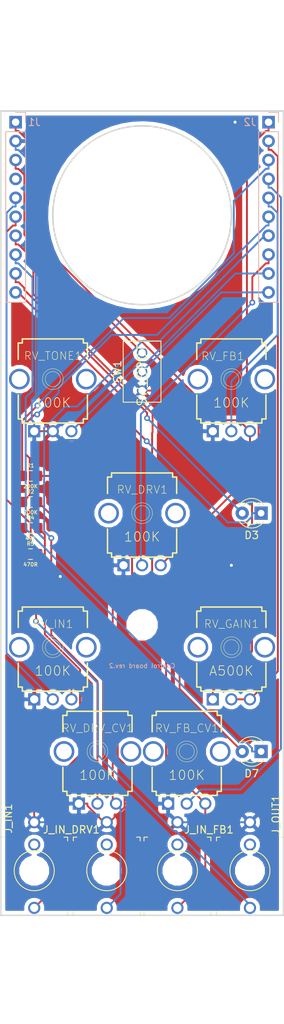
<source format=kicad_pcb>
(kicad_pcb (version 20171130) (host pcbnew "(5.0.2)-1")

  (general
    (thickness 1.6)
    (drawings 16)
    (tracks 228)
    (zones 0)
    (modules 21)
    (nets 25)
  )

  (page A4)
  (title_block
    (title Valve)
    (date 2018-01-22)
    (rev 1)
    (company "Coriolis Instruments")
    (comment 1 "Combined board with cutting lines.")
  )

  (layers
    (0 F.Cu signal)
    (31 B.Cu signal)
    (32 B.Adhes user hide)
    (33 F.Adhes user hide)
    (34 B.Paste user hide)
    (35 F.Paste user hide)
    (36 B.SilkS user)
    (37 F.SilkS user)
    (38 B.Mask user hide)
    (39 F.Mask user)
    (40 Dwgs.User user)
    (41 Cmts.User user hide)
    (42 Eco1.User user)
    (43 Eco2.User user hide)
    (44 Edge.Cuts user)
    (45 Margin user hide)
    (46 B.CrtYd user hide)
    (47 F.CrtYd user)
    (48 B.Fab user hide)
    (49 F.Fab user hide)
  )

  (setup
    (last_trace_width 0.25)
    (trace_clearance 0.2)
    (zone_clearance 0.508)
    (zone_45_only no)
    (trace_min 0.2)
    (segment_width 0.2)
    (edge_width 0.2)
    (via_size 0.8)
    (via_drill 0.4)
    (via_min_size 0.4)
    (via_min_drill 0.3)
    (uvia_size 0.3)
    (uvia_drill 0.1)
    (uvias_allowed no)
    (uvia_min_size 0.2)
    (uvia_min_drill 0.1)
    (pcb_text_width 0.3)
    (pcb_text_size 1.5 1.5)
    (mod_edge_width 0.15)
    (mod_text_size 1 1)
    (mod_text_width 0.15)
    (pad_size 3.2 3.2)
    (pad_drill 3.2)
    (pad_to_mask_clearance 0.2)
    (solder_mask_min_width 0.25)
    (aux_axis_origin 107.95 156.21)
    (visible_elements 7FFFFF7F)
    (pcbplotparams
      (layerselection 0x010fc_ffffffff)
      (usegerberextensions true)
      (usegerberattributes false)
      (usegerberadvancedattributes false)
      (creategerberjobfile false)
      (excludeedgelayer true)
      (linewidth 0.100000)
      (plotframeref false)
      (viasonmask false)
      (mode 1)
      (useauxorigin false)
      (hpglpennumber 1)
      (hpglpenspeed 20)
      (hpglpendiameter 15.000000)
      (psnegative false)
      (psa4output false)
      (plotreference true)
      (plotvalue true)
      (plotinvisibletext false)
      (padsonsilk false)
      (subtractmaskfromsilk false)
      (outputformat 1)
      (mirror false)
      (drillshape 0)
      (scaleselection 1)
      (outputdirectory "gerbers_controlBoard/"))
  )

  (net 0 "")
  (net 1 "Net-(J_IN1-Pad1)")
  (net 2 "Net-(J_OUT1-Pad1)")
  (net 3 /led.fb.out.cb)
  (net 4 /led.fb.in.cb)
  (net 5 /led.clip.out.cb)
  (net 6 /led.clip.in.cb)
  (net 7 /+12V.cb)
  (net 8 /gnd.cb)
  (net 9 /audio.in.cb)
  (net 10 /audio.out.cb)
  (net 11 /R.gain.1.cb)
  (net 12 /R.gain.3.cb)
  (net 13 /fb.cv.in.cb)
  (net 14 /fb.cv.level.cb)
  (net 15 /fb.level.cb)
  (net 16 /drv.cv.in.cb)
  (net 17 /drv.cv.level.cb)
  (net 18 /drv.level.cb)
  (net 19 /tone.level.cb)
  (net 20 /tube.gnd.cb)
  (net 21 "Net-(J_IN_DRV1-Pad1)")
  (net 22 "Net-(J_IN_FB1-Pad1)")
  (net 23 "Net-(R4-Pad1)")
  (net 24 /-12V.cb)

  (net_class Default "Dit is de standaard class."
    (clearance 0.2)
    (trace_width 0.25)
    (via_dia 0.8)
    (via_drill 0.4)
    (uvia_dia 0.3)
    (uvia_drill 0.1)
    (add_net /+12V.cb)
    (add_net /-12V.cb)
    (add_net /R.gain.1.cb)
    (add_net /R.gain.3.cb)
    (add_net /audio.in.cb)
    (add_net /audio.out.cb)
    (add_net /drv.cv.in.cb)
    (add_net /drv.cv.level.cb)
    (add_net /drv.level.cb)
    (add_net /fb.cv.in.cb)
    (add_net /fb.cv.level.cb)
    (add_net /fb.level.cb)
    (add_net /gnd.cb)
    (add_net /led.clip.in.cb)
    (add_net /led.clip.out.cb)
    (add_net /led.fb.in.cb)
    (add_net /led.fb.out.cb)
    (add_net /tone.level.cb)
    (add_net /tube.gnd.cb)
    (add_net "Net-(J_IN1-Pad1)")
    (add_net "Net-(J_IN_DRV1-Pad1)")
    (add_net "Net-(J_IN_FB1-Pad1)")
    (add_net "Net-(J_OUT1-Pad1)")
    (add_net "Net-(R4-Pad1)")
  )

  (module Coriolis-KiCad:WQP-PJ301M-12_JACK (layer F.Cu) (tedit 5BE894F7) (tstamp 5A68AC5E)
    (at 4.5 102 180)
    (path /5CA46300)
    (attr virtual)
    (fp_text reference J_IN1 (at 3.5 7 270) (layer F.SilkS)
      (effects (font (size 1 1) (thickness 0.15)))
    )
    (fp_text value Audio-Jack-2_Switch (at 0 0 180) (layer F.SilkS) hide
      (effects (font (size 1.524 1.524) (thickness 0.15)))
    )
    (fp_circle (center 0 0) (end 0 -2.68986) (layer F.SilkS) (width 0.127))
    (fp_circle (center 0 0) (end 0 -3.15976) (layer Dwgs.User) (width 0.127))
    (fp_line (start -4.49834 4.49834) (end -3.99796 4.49834) (layer F.SilkS) (width 0.127))
    (fp_line (start -4.49834 3.99796) (end -4.49834 4.49834) (layer F.SilkS) (width 0.127))
    (fp_line (start 4.49834 4.49834) (end 3.99796 4.49834) (layer F.SilkS) (width 0.127))
    (fp_line (start 4.49834 3.99796) (end 4.49834 4.49834) (layer F.SilkS) (width 0.127))
    (fp_line (start 4.49834 -5.99948) (end 4.49834 -5.4991) (layer F.SilkS) (width 0.127))
    (fp_line (start 3.99796 -5.99948) (end 4.49834 -5.99948) (layer F.SilkS) (width 0.127))
    (fp_line (start -4.49834 -5.99948) (end -3.99796 -5.99948) (layer F.SilkS) (width 0.127))
    (fp_line (start -4.49834 -5.4991) (end -4.49834 -5.99948) (layer F.SilkS) (width 0.127))
    (fp_line (start 0.19812 6.69798) (end 0.19812 4.49834) (layer Dwgs.User) (width 0.127))
    (fp_line (start -0.19812 6.69798) (end 0.19812 6.69798) (layer Dwgs.User) (width 0.127))
    (fp_line (start -0.19812 4.59994) (end -0.19812 6.69798) (layer Dwgs.User) (width 0.127))
    (fp_line (start 1.4986 -3.99796) (end 1.4986 -5.99948) (layer Dwgs.User) (width 0.127))
    (fp_line (start -1.4986 -3.99796) (end 1.4986 -3.99796) (layer Dwgs.User) (width 0.127))
    (fp_line (start -1.4986 -5.99948) (end -1.4986 -3.99796) (layer Dwgs.User) (width 0.127))
    (fp_line (start 4.49834 4.49834) (end 4.49834 -5.99948) (layer Dwgs.User) (width 0.127))
    (fp_line (start 0.19812 4.49834) (end 4.49834 4.49834) (layer Dwgs.User) (width 0.127))
    (fp_line (start -4.49834 4.49834) (end 0.19812 4.49834) (layer Dwgs.User) (width 0.127))
    (fp_line (start -4.49834 -5.99948) (end -4.49834 4.49834) (layer Dwgs.User) (width 0.127))
    (fp_line (start 1.4986 -5.99948) (end 4.49834 -5.99948) (layer Dwgs.User) (width 0.127))
    (fp_line (start -1.4986 -5.99948) (end 1.4986 -5.99948) (layer Dwgs.User) (width 0.127))
    (fp_line (start -4.49834 -5.99948) (end -1.4986 -5.99948) (layer Dwgs.User) (width 0.127))
    (pad 2 thru_hole circle (at 0 6.49986 180) (size 1.64846 1.64846) (drill 1.09982) (layers *.Cu *.Paste *.Mask)
      (net 8 /gnd.cb))
    (pad 3 thru_hole circle (at 0 3.49758 180) (size 1.64846 1.64846) (drill 1.09982) (layers *.Cu *.Paste *.Mask))
    (pad 1 thru_hole circle (at 0 -4.99872 180) (size 1.64846 1.64846) (drill 1.09982) (layers *.Cu *.Paste *.Mask)
      (net 1 "Net-(J_IN1-Pad1)"))
    (pad "" np_thru_hole circle (at 0 0 180) (size 3 3) (drill 3) (layers *.Cu *.Mask))
  )

  (module Coriolis-KiCad:WQP-PJ301M-12_JACK (layer F.Cu) (tedit 5BE89529) (tstamp 5A68AC7D)
    (at 33.5 102 180)
    (path /5CA462BA)
    (attr virtual)
    (fp_text reference J_OUT1 (at -3.5 7.5 270) (layer F.SilkS)
      (effects (font (size 1 1) (thickness 0.15)))
    )
    (fp_text value Audio-Jack-2_Switch (at 0 0 180) (layer F.SilkS) hide
      (effects (font (size 1.524 1.524) (thickness 0.15)))
    )
    (fp_line (start -4.49834 -5.99948) (end -1.4986 -5.99948) (layer Dwgs.User) (width 0.127))
    (fp_line (start -1.4986 -5.99948) (end 1.4986 -5.99948) (layer Dwgs.User) (width 0.127))
    (fp_line (start 1.4986 -5.99948) (end 4.49834 -5.99948) (layer Dwgs.User) (width 0.127))
    (fp_line (start -4.49834 -5.99948) (end -4.49834 4.49834) (layer Dwgs.User) (width 0.127))
    (fp_line (start -4.49834 4.49834) (end 0.19812 4.49834) (layer Dwgs.User) (width 0.127))
    (fp_line (start 0.19812 4.49834) (end 4.49834 4.49834) (layer Dwgs.User) (width 0.127))
    (fp_line (start 4.49834 4.49834) (end 4.49834 -5.99948) (layer Dwgs.User) (width 0.127))
    (fp_line (start -1.4986 -5.99948) (end -1.4986 -3.99796) (layer Dwgs.User) (width 0.127))
    (fp_line (start -1.4986 -3.99796) (end 1.4986 -3.99796) (layer Dwgs.User) (width 0.127))
    (fp_line (start 1.4986 -3.99796) (end 1.4986 -5.99948) (layer Dwgs.User) (width 0.127))
    (fp_line (start -0.19812 4.59994) (end -0.19812 6.69798) (layer Dwgs.User) (width 0.127))
    (fp_line (start -0.19812 6.69798) (end 0.19812 6.69798) (layer Dwgs.User) (width 0.127))
    (fp_line (start 0.19812 6.69798) (end 0.19812 4.49834) (layer Dwgs.User) (width 0.127))
    (fp_line (start -4.49834 -5.4991) (end -4.49834 -5.99948) (layer F.SilkS) (width 0.127))
    (fp_line (start -4.49834 -5.99948) (end -3.99796 -5.99948) (layer F.SilkS) (width 0.127))
    (fp_line (start 3.99796 -5.99948) (end 4.49834 -5.99948) (layer F.SilkS) (width 0.127))
    (fp_line (start 4.49834 -5.99948) (end 4.49834 -5.4991) (layer F.SilkS) (width 0.127))
    (fp_line (start 4.49834 3.99796) (end 4.49834 4.49834) (layer F.SilkS) (width 0.127))
    (fp_line (start 4.49834 4.49834) (end 3.99796 4.49834) (layer F.SilkS) (width 0.127))
    (fp_line (start -4.49834 3.99796) (end -4.49834 4.49834) (layer F.SilkS) (width 0.127))
    (fp_line (start -4.49834 4.49834) (end -3.99796 4.49834) (layer F.SilkS) (width 0.127))
    (fp_circle (center 0 0) (end 0 -3.15976) (layer Dwgs.User) (width 0.127))
    (fp_circle (center 0 0) (end 0 -2.68986) (layer F.SilkS) (width 0.127))
    (pad "" np_thru_hole circle (at 0 0 180) (size 3 3) (drill 3) (layers *.Cu *.Mask))
    (pad 1 thru_hole circle (at 0 -4.99872 180) (size 1.64846 1.64846) (drill 1.09982) (layers *.Cu *.Paste *.Mask)
      (net 2 "Net-(J_OUT1-Pad1)"))
    (pad 3 thru_hole circle (at 0 3.49758 180) (size 1.64846 1.64846) (drill 1.09982) (layers *.Cu *.Paste *.Mask))
    (pad 2 thru_hole circle (at 0 6.49986 180) (size 1.64846 1.64846) (drill 1.09982) (layers *.Cu *.Paste *.Mask)
      (net 8 /gnd.cb))
  )

  (module Coriolis-KiCad:9MM_SNAP-IN_POT (layer F.Cu) (tedit 200000) (tstamp 5A68AF0D)
    (at 31 36)
    (descr "9MM VERTICAL SNAP-IN POT, ALPHA / PANASONIC STYLE")
    (tags "9MM VERTICAL SNAP-IN POT, ALPHA / PANASONIC STYLE")
    (path /5CA46133)
    (attr virtual)
    (fp_text reference RV_FB1 (at -1.143 -3.0734) (layer F.SilkS)
      (effects (font (size 1.0668 1.0668) (thickness 0.0762)))
    )
    (fp_text value 100K (at 0 3.175) (layer F.SilkS)
      (effects (font (size 1.27 1.27) (thickness 0.1016)))
    )
    (fp_line (start -2.92354 7.32282) (end -2.07264 7.32282) (layer Dwgs.User) (width 0.06604))
    (fp_line (start -2.07264 7.32282) (end -2.07264 5.99948) (layer Dwgs.User) (width 0.06604))
    (fp_line (start -2.92354 5.99948) (end -2.07264 5.99948) (layer Dwgs.User) (width 0.06604))
    (fp_line (start -2.92354 7.32282) (end -2.92354 5.99948) (layer Dwgs.User) (width 0.06604))
    (fp_line (start -0.42418 7.32282) (end 0.42418 7.32282) (layer Dwgs.User) (width 0.06604))
    (fp_line (start 0.42418 7.32282) (end 0.42418 5.99948) (layer Dwgs.User) (width 0.06604))
    (fp_line (start -0.42418 5.99948) (end 0.42418 5.99948) (layer Dwgs.User) (width 0.06604))
    (fp_line (start -0.42418 7.32282) (end -0.42418 5.99948) (layer Dwgs.User) (width 0.06604))
    (fp_line (start 2.07264 7.32282) (end 2.92354 7.32282) (layer Dwgs.User) (width 0.06604))
    (fp_line (start 2.92354 7.32282) (end 2.92354 5.99948) (layer Dwgs.User) (width 0.06604))
    (fp_line (start 2.07264 5.99948) (end 2.92354 5.99948) (layer Dwgs.User) (width 0.06604))
    (fp_line (start 2.07264 7.32282) (end 2.07264 5.99948) (layer Dwgs.User) (width 0.06604))
    (fp_line (start -4.09956 -5.3975) (end 4.09956 -5.3975) (layer F.SilkS) (width 0.2032))
    (fp_line (start 4.6482 -4.84886) (end 4.6482 5.34924) (layer Dwgs.User) (width 0.2032))
    (fp_line (start 4.09956 5.89788) (end -4.09956 5.89788) (layer F.SilkS) (width 0.2032))
    (fp_line (start -4.6482 5.34924) (end -4.6482 -4.84886) (layer Dwgs.User) (width 0.2032))
    (fp_line (start -4.7498 -0.89916) (end -5.4991 -0.89916) (layer Dwgs.User) (width 0.2032))
    (fp_line (start -5.4991 -0.89916) (end -5.4991 0.89916) (layer Dwgs.User) (width 0.2032))
    (fp_line (start -5.4991 0.89916) (end -4.7498 0.89916) (layer Dwgs.User) (width 0.2032))
    (fp_line (start 4.7498 0.89916) (end 5.4991 0.89916) (layer Dwgs.User) (width 0.2032))
    (fp_line (start 5.4991 0.89916) (end 5.4991 -0.89916) (layer Dwgs.User) (width 0.2032))
    (fp_line (start 5.4991 -0.89916) (end 4.7498 -0.89916) (layer Dwgs.User) (width 0.2032))
    (fp_line (start -4.09956 -4.84886) (end -4.6482 -4.84886) (layer F.SilkS) (width 0.2032))
    (fp_line (start -4.09956 -5.3975) (end -4.09956 -4.84886) (layer F.SilkS) (width 0.2032))
    (fp_line (start -4.09956 5.34924) (end -4.09956 5.89788) (layer F.SilkS) (width 0.2032))
    (fp_line (start -4.6482 5.34924) (end -4.09956 5.34924) (layer F.SilkS) (width 0.2032))
    (fp_line (start 4.09956 5.34924) (end 4.6482 5.34924) (layer F.SilkS) (width 0.2032))
    (fp_line (start 4.09956 5.89788) (end 4.09956 5.34924) (layer F.SilkS) (width 0.2032))
    (fp_line (start 4.09956 -4.84886) (end 4.09956 -5.3975) (layer F.SilkS) (width 0.2032))
    (fp_line (start 4.6482 -4.84886) (end 4.09956 -4.84886) (layer F.SilkS) (width 0.2032))
    (fp_line (start -4.6482 -2.64922) (end -4.6482 -4.84886) (layer F.SilkS) (width 0.2032))
    (fp_line (start -4.6482 5.34924) (end -4.6482 2.14884) (layer F.SilkS) (width 0.2032))
    (fp_line (start 4.6482 -4.84886) (end 4.6482 -2.64922) (layer F.SilkS) (width 0.2032))
    (fp_line (start 4.6482 2.14884) (end 4.6482 5.34924) (layer F.SilkS) (width 0.2032))
    (fp_circle (center 0 0) (end 0 -1.397) (layer F.SilkS) (width 0.0508))
    (fp_circle (center 0 0) (end 0 -1.016) (layer F.SilkS) (width 0.0508))
    (pad 1 thru_hole rect (at -2.49936 6.9977) (size 1.64846 1.64846) (drill 1.09982) (layers *.Cu *.Paste *.Mask)
      (net 8 /gnd.cb))
    (pad 2 thru_hole circle (at 0 6.9977) (size 1.64846 3.29946) (drill 1.09982) (layers *.Cu *.Paste *.Mask)
      (net 15 /fb.level.cb))
    (pad 3 thru_hole circle (at 2.49936 6.9977) (size 1.64846 3.29946) (drill 1.09982) (layers *.Cu *.Paste *.Mask)
      (net 7 /+12V.cb))
    (pad CHASSIS1 thru_hole circle (at -4.49834 0) (size 2.794 2.794) (drill 2.09804) (layers *.Cu *.Paste *.Mask))
    (pad CHASSIS2 thru_hole circle (at 4.49834 0) (size 2.794 2.794) (drill 2.09804) (layers *.Cu *.Paste *.Mask))
  )

  (module Coriolis-KiCad:SUBMINI_TOGGLE (layer F.Cu) (tedit 5AAEA1CA) (tstamp 5A68AF96)
    (at 19 35 90)
    (descr "SUBMINI TOGGLE")
    (tags "SUBMINI TOGGLE")
    (path /5CA462E4)
    (attr virtual)
    (fp_text reference SW1 (at 0 -3.302 90) (layer F.SilkS)
      (effects (font (size 1 1) (thickness 0.15)))
    )
    (fp_text value SW_SPDT (at -0.517 0 90) (layer F.SilkS)
      (effects (font (size 1.27 1.27) (thickness 0.15)))
    )
    (fp_line (start -4.09956 -2.54) (end 4.09956 -2.54) (layer F.SilkS) (width 0.127))
    (fp_line (start 4.09956 -2.54) (end 4.09956 2.54) (layer F.SilkS) (width 0.127))
    (fp_line (start 4.09956 2.54) (end -4.09956 2.54) (layer F.SilkS) (width 0.127))
    (fp_line (start -4.09956 2.54) (end -4.09956 -2.54) (layer F.SilkS) (width 0.127))
    (fp_line (start -3.175 -1.27) (end 0 -1.27) (layer Dwgs.User) (width 0.0508))
    (fp_line (start -3.175 1.27) (end 0 1.27) (layer Dwgs.User) (width 0.0508))
    (fp_circle (center -3.175 0) (end -3.175 -1.27) (layer Dwgs.User) (width 0.0508))
    (fp_circle (center 0 0) (end 0 -3.99796) (layer Dwgs.User) (width 0.0508))
    (fp_arc (start 0 0) (end 0 -1.27) (angle 180) (layer Dwgs.User) (width 0.0508))
    (fp_arc (start 0 0) (end -1.37414 -1.27254) (angle 273.2) (layer Dwgs.User) (width 0.0508))
    (pad 1 thru_hole circle (at -2.54 0 90) (size 1.4224 1.4224) (drill 0.99822) (layers *.Cu *.Paste *.Mask)
      (net 8 /gnd.cb))
    (pad 3 thru_hole circle (at 2.54 0 90) (size 1.4224 1.4224) (drill 0.99822) (layers *.Cu *.Paste *.Mask)
      (net 24 /-12V.cb))
    (pad 2 thru_hole circle (at 0 0 90) (size 1.4224 1.4224) (drill 0.99822) (layers *.Cu *.Paste *.Mask)
      (net 20 /tube.gnd.cb))
  )

  (module Coriolis-KiCad:9MM_SNAP-IN_POT (layer F.Cu) (tedit 5A75CC4A) (tstamp 5A8D472F)
    (at 31 72)
    (descr "9MM VERTICAL SNAP-IN POT, ALPHA / PANASONIC STYLE")
    (tags "9MM VERTICAL SNAP-IN POT, ALPHA / PANASONIC STYLE")
    (path /5CA462EF)
    (attr virtual)
    (fp_text reference RV_GAIN1 (at 0.0254 -3.1242) (layer F.SilkS)
      (effects (font (size 1.0668 1.0668) (thickness 0.0762)))
    )
    (fp_text value A500K (at 0 3.175) (layer F.SilkS)
      (effects (font (size 1.27 1.27) (thickness 0.1016)))
    )
    (fp_circle (center 0 0) (end 0 -1.016) (layer F.SilkS) (width 0.0508))
    (fp_circle (center 0 0) (end 0 -1.397) (layer F.SilkS) (width 0.0508))
    (fp_line (start 4.6482 2.14884) (end 4.6482 5.34924) (layer F.SilkS) (width 0.2032))
    (fp_line (start 4.6482 -4.84886) (end 4.6482 -2.64922) (layer F.SilkS) (width 0.2032))
    (fp_line (start -4.6482 5.34924) (end -4.6482 2.14884) (layer F.SilkS) (width 0.2032))
    (fp_line (start -4.6482 -2.64922) (end -4.6482 -4.84886) (layer F.SilkS) (width 0.2032))
    (fp_line (start 4.6482 -4.84886) (end 4.09956 -4.84886) (layer F.SilkS) (width 0.2032))
    (fp_line (start 4.09956 -4.84886) (end 4.09956 -5.3975) (layer F.SilkS) (width 0.2032))
    (fp_line (start 4.09956 5.89788) (end 4.09956 5.34924) (layer F.SilkS) (width 0.2032))
    (fp_line (start 4.09956 5.34924) (end 4.6482 5.34924) (layer F.SilkS) (width 0.2032))
    (fp_line (start -4.6482 5.34924) (end -4.09956 5.34924) (layer F.SilkS) (width 0.2032))
    (fp_line (start -4.09956 5.34924) (end -4.09956 5.89788) (layer F.SilkS) (width 0.2032))
    (fp_line (start -4.09956 -5.3975) (end -4.09956 -4.84886) (layer F.SilkS) (width 0.2032))
    (fp_line (start -4.09956 -4.84886) (end -4.6482 -4.84886) (layer F.SilkS) (width 0.2032))
    (fp_line (start 5.4991 -0.89916) (end 4.7498 -0.89916) (layer Dwgs.User) (width 0.2032))
    (fp_line (start 5.4991 0.89916) (end 5.4991 -0.89916) (layer Dwgs.User) (width 0.2032))
    (fp_line (start 4.7498 0.89916) (end 5.4991 0.89916) (layer Dwgs.User) (width 0.2032))
    (fp_line (start -5.4991 0.89916) (end -4.7498 0.89916) (layer Dwgs.User) (width 0.2032))
    (fp_line (start -5.4991 -0.89916) (end -5.4991 0.89916) (layer Dwgs.User) (width 0.2032))
    (fp_line (start -4.7498 -0.89916) (end -5.4991 -0.89916) (layer Dwgs.User) (width 0.2032))
    (fp_line (start -4.6482 5.34924) (end -4.6482 -4.84886) (layer Dwgs.User) (width 0.2032))
    (fp_line (start 4.09956 5.89788) (end -4.09956 5.89788) (layer F.SilkS) (width 0.2032))
    (fp_line (start 4.6482 -4.84886) (end 4.6482 5.34924) (layer Dwgs.User) (width 0.2032))
    (fp_line (start -4.09956 -5.3975) (end 4.09956 -5.3975) (layer F.SilkS) (width 0.2032))
    (fp_line (start 2.07264 7.32282) (end 2.07264 5.99948) (layer Dwgs.User) (width 0.06604))
    (fp_line (start 2.07264 5.99948) (end 2.92354 5.99948) (layer Dwgs.User) (width 0.06604))
    (fp_line (start 2.92354 7.32282) (end 2.92354 5.99948) (layer Dwgs.User) (width 0.06604))
    (fp_line (start 2.07264 7.32282) (end 2.92354 7.32282) (layer Dwgs.User) (width 0.06604))
    (fp_line (start -0.42418 7.32282) (end -0.42418 5.99948) (layer Dwgs.User) (width 0.06604))
    (fp_line (start -0.42418 5.99948) (end 0.42418 5.99948) (layer Dwgs.User) (width 0.06604))
    (fp_line (start 0.42418 7.32282) (end 0.42418 5.99948) (layer Dwgs.User) (width 0.06604))
    (fp_line (start -0.42418 7.32282) (end 0.42418 7.32282) (layer Dwgs.User) (width 0.06604))
    (fp_line (start -2.92354 7.32282) (end -2.92354 5.99948) (layer Dwgs.User) (width 0.06604))
    (fp_line (start -2.92354 5.99948) (end -2.07264 5.99948) (layer Dwgs.User) (width 0.06604))
    (fp_line (start -2.07264 7.32282) (end -2.07264 5.99948) (layer Dwgs.User) (width 0.06604))
    (fp_line (start -2.92354 7.32282) (end -2.07264 7.32282) (layer Dwgs.User) (width 0.06604))
    (pad CHASSIS2 thru_hole circle (at 4.49834 0) (size 2.794 2.794) (drill 2.09804) (layers *.Cu *.Paste *.Mask))
    (pad CHASSIS1 thru_hole circle (at -4.49834 0) (size 2.794 2.794) (drill 2.09804) (layers *.Cu *.Paste *.Mask))
    (pad 3 thru_hole circle (at 2.49936 6.9977) (size 1.64846 1.64846) (drill 1.09982) (layers *.Cu *.Paste *.Mask)
      (net 12 /R.gain.3.cb))
    (pad 2 thru_hole circle (at 0 6.9977) (size 1.64846 1.64846) (drill 1.09982) (layers *.Cu *.Paste *.Mask)
      (net 12 /R.gain.3.cb))
    (pad 1 thru_hole rect (at -2.49936 6.9977) (size 1.64846 1.64846) (drill 1.09982) (layers *.Cu *.Paste *.Mask)
      (net 11 /R.gain.1.cb))
  )

  (module Coriolis-KiCad:WQP-PJ301M-12_JACK (layer F.Cu) (tedit 5BE89508) (tstamp 5AA249C2)
    (at 14.25 102 180)
    (path /5CA4617C)
    (attr virtual)
    (fp_text reference J_IN_DRV1 (at 4.75 5.5) (layer F.SilkS)
      (effects (font (size 1 1) (thickness 0.15)))
    )
    (fp_text value Audio-Jack-2_Switch (at 0 0 180) (layer F.SilkS) hide
      (effects (font (size 1.524 1.524) (thickness 0.15)))
    )
    (fp_line (start -4.49834 -5.99948) (end -1.4986 -5.99948) (layer Dwgs.User) (width 0.127))
    (fp_line (start -1.4986 -5.99948) (end 1.4986 -5.99948) (layer Dwgs.User) (width 0.127))
    (fp_line (start 1.4986 -5.99948) (end 4.49834 -5.99948) (layer Dwgs.User) (width 0.127))
    (fp_line (start -4.49834 -5.99948) (end -4.49834 4.49834) (layer Dwgs.User) (width 0.127))
    (fp_line (start -4.49834 4.49834) (end 0.19812 4.49834) (layer Dwgs.User) (width 0.127))
    (fp_line (start 0.19812 4.49834) (end 4.49834 4.49834) (layer Dwgs.User) (width 0.127))
    (fp_line (start 4.49834 4.49834) (end 4.49834 -5.99948) (layer Dwgs.User) (width 0.127))
    (fp_line (start -1.4986 -5.99948) (end -1.4986 -3.99796) (layer Dwgs.User) (width 0.127))
    (fp_line (start -1.4986 -3.99796) (end 1.4986 -3.99796) (layer Dwgs.User) (width 0.127))
    (fp_line (start 1.4986 -3.99796) (end 1.4986 -5.99948) (layer Dwgs.User) (width 0.127))
    (fp_line (start -0.19812 4.59994) (end -0.19812 6.69798) (layer Dwgs.User) (width 0.127))
    (fp_line (start -0.19812 6.69798) (end 0.19812 6.69798) (layer Dwgs.User) (width 0.127))
    (fp_line (start 0.19812 6.69798) (end 0.19812 4.49834) (layer Dwgs.User) (width 0.127))
    (fp_line (start -4.49834 -5.4991) (end -4.49834 -5.99948) (layer F.SilkS) (width 0.127))
    (fp_line (start -4.49834 -5.99948) (end -3.99796 -5.99948) (layer F.SilkS) (width 0.127))
    (fp_line (start 3.99796 -5.99948) (end 4.49834 -5.99948) (layer F.SilkS) (width 0.127))
    (fp_line (start 4.49834 -5.99948) (end 4.49834 -5.4991) (layer F.SilkS) (width 0.127))
    (fp_line (start 4.49834 3.99796) (end 4.49834 4.49834) (layer F.SilkS) (width 0.127))
    (fp_line (start 4.49834 4.49834) (end 3.99796 4.49834) (layer F.SilkS) (width 0.127))
    (fp_line (start -4.49834 3.99796) (end -4.49834 4.49834) (layer F.SilkS) (width 0.127))
    (fp_line (start -4.49834 4.49834) (end -3.99796 4.49834) (layer F.SilkS) (width 0.127))
    (fp_circle (center 0 0) (end 0 -3.15976) (layer Dwgs.User) (width 0.127))
    (fp_circle (center 0 0) (end 0 -2.68986) (layer F.SilkS) (width 0.127))
    (pad "" np_thru_hole circle (at 0 0 180) (size 3 3) (drill 3) (layers *.Cu *.Mask))
    (pad 1 thru_hole circle (at 0 -4.99872 180) (size 1.64846 1.64846) (drill 1.09982) (layers *.Cu *.Paste *.Mask)
      (net 21 "Net-(J_IN_DRV1-Pad1)"))
    (pad 3 thru_hole circle (at 0 3.49758 180) (size 1.64846 1.64846) (drill 1.09982) (layers *.Cu *.Paste *.Mask))
    (pad 2 thru_hole circle (at 0 6.49986 180) (size 1.64846 1.64846) (drill 1.09982) (layers *.Cu *.Paste *.Mask)
      (net 8 /gnd.cb))
  )

  (module Coriolis-KiCad:WQP-PJ301M-12_JACK (layer F.Cu) (tedit 5BE8951A) (tstamp 5AA249E1)
    (at 23.75 102 180)
    (path /5CA4613A)
    (attr virtual)
    (fp_text reference J_IN_FB1 (at -4.25 5.5 180) (layer F.SilkS)
      (effects (font (size 1 1) (thickness 0.15)))
    )
    (fp_text value Audio-Jack-2_Switch (at 0 0 180) (layer F.SilkS) hide
      (effects (font (size 1.524 1.524) (thickness 0.15)))
    )
    (fp_circle (center 0 0) (end 0 -2.68986) (layer F.SilkS) (width 0.127))
    (fp_circle (center 0 0) (end 0 -3.15976) (layer Dwgs.User) (width 0.127))
    (fp_line (start -4.49834 4.49834) (end -3.99796 4.49834) (layer F.SilkS) (width 0.127))
    (fp_line (start -4.49834 3.99796) (end -4.49834 4.49834) (layer F.SilkS) (width 0.127))
    (fp_line (start 4.49834 4.49834) (end 3.99796 4.49834) (layer F.SilkS) (width 0.127))
    (fp_line (start 4.49834 3.99796) (end 4.49834 4.49834) (layer F.SilkS) (width 0.127))
    (fp_line (start 4.49834 -5.99948) (end 4.49834 -5.4991) (layer F.SilkS) (width 0.127))
    (fp_line (start 3.99796 -5.99948) (end 4.49834 -5.99948) (layer F.SilkS) (width 0.127))
    (fp_line (start -4.49834 -5.99948) (end -3.99796 -5.99948) (layer F.SilkS) (width 0.127))
    (fp_line (start -4.49834 -5.4991) (end -4.49834 -5.99948) (layer F.SilkS) (width 0.127))
    (fp_line (start 0.19812 6.69798) (end 0.19812 4.49834) (layer Dwgs.User) (width 0.127))
    (fp_line (start -0.19812 6.69798) (end 0.19812 6.69798) (layer Dwgs.User) (width 0.127))
    (fp_line (start -0.19812 4.59994) (end -0.19812 6.69798) (layer Dwgs.User) (width 0.127))
    (fp_line (start 1.4986 -3.99796) (end 1.4986 -5.99948) (layer Dwgs.User) (width 0.127))
    (fp_line (start -1.4986 -3.99796) (end 1.4986 -3.99796) (layer Dwgs.User) (width 0.127))
    (fp_line (start -1.4986 -5.99948) (end -1.4986 -3.99796) (layer Dwgs.User) (width 0.127))
    (fp_line (start 4.49834 4.49834) (end 4.49834 -5.99948) (layer Dwgs.User) (width 0.127))
    (fp_line (start 0.19812 4.49834) (end 4.49834 4.49834) (layer Dwgs.User) (width 0.127))
    (fp_line (start -4.49834 4.49834) (end 0.19812 4.49834) (layer Dwgs.User) (width 0.127))
    (fp_line (start -4.49834 -5.99948) (end -4.49834 4.49834) (layer Dwgs.User) (width 0.127))
    (fp_line (start 1.4986 -5.99948) (end 4.49834 -5.99948) (layer Dwgs.User) (width 0.127))
    (fp_line (start -1.4986 -5.99948) (end 1.4986 -5.99948) (layer Dwgs.User) (width 0.127))
    (fp_line (start -4.49834 -5.99948) (end -1.4986 -5.99948) (layer Dwgs.User) (width 0.127))
    (pad 2 thru_hole circle (at 0 6.49986 180) (size 1.64846 1.64846) (drill 1.09982) (layers *.Cu *.Paste *.Mask)
      (net 8 /gnd.cb))
    (pad 3 thru_hole circle (at 0 3.49758 180) (size 1.64846 1.64846) (drill 1.09982) (layers *.Cu *.Paste *.Mask))
    (pad 1 thru_hole circle (at 0 -4.99872 180) (size 1.64846 1.64846) (drill 1.09982) (layers *.Cu *.Paste *.Mask)
      (net 22 "Net-(J_IN_FB1-Pad1)"))
    (pad "" np_thru_hole circle (at 0 0 180) (size 3 3) (drill 3) (layers *.Cu *.Mask))
  )

  (module Coriolis-KiCad:9MM_SNAP-IN_POT (layer F.Cu) (tedit 5A75CC4A) (tstamp 5AA24B50)
    (at 19 54)
    (descr "9MM VERTICAL SNAP-IN POT, ALPHA / PANASONIC STYLE")
    (tags "9MM VERTICAL SNAP-IN POT, ALPHA / PANASONIC STYLE")
    (path /5CA46175)
    (attr virtual)
    (fp_text reference RV_DRV1 (at 0.0254 -3.159101) (layer F.SilkS)
      (effects (font (size 1.0668 1.0668) (thickness 0.0762)))
    )
    (fp_text value 100K (at 0 3.175) (layer F.SilkS)
      (effects (font (size 1.27 1.27) (thickness 0.1016)))
    )
    (fp_line (start -2.92354 7.32282) (end -2.07264 7.32282) (layer Dwgs.User) (width 0.06604))
    (fp_line (start -2.07264 7.32282) (end -2.07264 5.99948) (layer Dwgs.User) (width 0.06604))
    (fp_line (start -2.92354 5.99948) (end -2.07264 5.99948) (layer Dwgs.User) (width 0.06604))
    (fp_line (start -2.92354 7.32282) (end -2.92354 5.99948) (layer Dwgs.User) (width 0.06604))
    (fp_line (start -0.42418 7.32282) (end 0.42418 7.32282) (layer Dwgs.User) (width 0.06604))
    (fp_line (start 0.42418 7.32282) (end 0.42418 5.99948) (layer Dwgs.User) (width 0.06604))
    (fp_line (start -0.42418 5.99948) (end 0.42418 5.99948) (layer Dwgs.User) (width 0.06604))
    (fp_line (start -0.42418 7.32282) (end -0.42418 5.99948) (layer Dwgs.User) (width 0.06604))
    (fp_line (start 2.07264 7.32282) (end 2.92354 7.32282) (layer Dwgs.User) (width 0.06604))
    (fp_line (start 2.92354 7.32282) (end 2.92354 5.99948) (layer Dwgs.User) (width 0.06604))
    (fp_line (start 2.07264 5.99948) (end 2.92354 5.99948) (layer Dwgs.User) (width 0.06604))
    (fp_line (start 2.07264 7.32282) (end 2.07264 5.99948) (layer Dwgs.User) (width 0.06604))
    (fp_line (start -4.09956 -5.3975) (end 4.09956 -5.3975) (layer F.SilkS) (width 0.2032))
    (fp_line (start 4.6482 -4.84886) (end 4.6482 5.34924) (layer Dwgs.User) (width 0.2032))
    (fp_line (start 4.09956 5.89788) (end -4.09956 5.89788) (layer F.SilkS) (width 0.2032))
    (fp_line (start -4.6482 5.34924) (end -4.6482 -4.84886) (layer Dwgs.User) (width 0.2032))
    (fp_line (start -4.7498 -0.89916) (end -5.4991 -0.89916) (layer Dwgs.User) (width 0.2032))
    (fp_line (start -5.4991 -0.89916) (end -5.4991 0.89916) (layer Dwgs.User) (width 0.2032))
    (fp_line (start -5.4991 0.89916) (end -4.7498 0.89916) (layer Dwgs.User) (width 0.2032))
    (fp_line (start 4.7498 0.89916) (end 5.4991 0.89916) (layer Dwgs.User) (width 0.2032))
    (fp_line (start 5.4991 0.89916) (end 5.4991 -0.89916) (layer Dwgs.User) (width 0.2032))
    (fp_line (start 5.4991 -0.89916) (end 4.7498 -0.89916) (layer Dwgs.User) (width 0.2032))
    (fp_line (start -4.09956 -4.84886) (end -4.6482 -4.84886) (layer F.SilkS) (width 0.2032))
    (fp_line (start -4.09956 -5.3975) (end -4.09956 -4.84886) (layer F.SilkS) (width 0.2032))
    (fp_line (start -4.09956 5.34924) (end -4.09956 5.89788) (layer F.SilkS) (width 0.2032))
    (fp_line (start -4.6482 5.34924) (end -4.09956 5.34924) (layer F.SilkS) (width 0.2032))
    (fp_line (start 4.09956 5.34924) (end 4.6482 5.34924) (layer F.SilkS) (width 0.2032))
    (fp_line (start 4.09956 5.89788) (end 4.09956 5.34924) (layer F.SilkS) (width 0.2032))
    (fp_line (start 4.09956 -4.84886) (end 4.09956 -5.3975) (layer F.SilkS) (width 0.2032))
    (fp_line (start 4.6482 -4.84886) (end 4.09956 -4.84886) (layer F.SilkS) (width 0.2032))
    (fp_line (start -4.6482 -2.64922) (end -4.6482 -4.84886) (layer F.SilkS) (width 0.2032))
    (fp_line (start -4.6482 5.34924) (end -4.6482 2.14884) (layer F.SilkS) (width 0.2032))
    (fp_line (start 4.6482 -4.84886) (end 4.6482 -2.64922) (layer F.SilkS) (width 0.2032))
    (fp_line (start 4.6482 2.14884) (end 4.6482 5.34924) (layer F.SilkS) (width 0.2032))
    (fp_circle (center 0 0) (end 0 -1.397) (layer F.SilkS) (width 0.0508))
    (fp_circle (center 0 0) (end 0 -1.016) (layer F.SilkS) (width 0.0508))
    (pad 1 thru_hole rect (at -2.49936 6.9977) (size 1.64846 1.64846) (drill 1.09982) (layers *.Cu *.Paste *.Mask)
      (net 8 /gnd.cb))
    (pad 2 thru_hole circle (at 0 6.9977) (size 1.64846 1.64846) (drill 1.09982) (layers *.Cu *.Paste *.Mask)
      (net 18 /drv.level.cb))
    (pad 3 thru_hole circle (at 2.49936 6.9977) (size 1.64846 1.64846) (drill 1.09982) (layers *.Cu *.Paste *.Mask)
      (net 7 /+12V.cb))
    (pad CHASSIS1 thru_hole circle (at -4.49834 0) (size 2.794 2.794) (drill 2.09804) (layers *.Cu *.Paste *.Mask))
    (pad CHASSIS2 thru_hole circle (at 4.49834 0) (size 2.794 2.794) (drill 2.09804) (layers *.Cu *.Paste *.Mask))
  )

  (module Coriolis-KiCad:9MM_SNAP-IN_POT (layer F.Cu) (tedit 5A75CC4A) (tstamp 5AA24B7D)
    (at 13 86)
    (descr "9MM VERTICAL SNAP-IN POT, ALPHA / PANASONIC STYLE")
    (tags "9MM VERTICAL SNAP-IN POT, ALPHA / PANASONIC STYLE")
    (path /5CA4618C)
    (attr virtual)
    (fp_text reference RV_DRV_CV1 (at 0.0254 -3.1242) (layer F.SilkS)
      (effects (font (size 1.0668 1.0668) (thickness 0.0762)))
    )
    (fp_text value 100K (at 0 3.175) (layer F.SilkS)
      (effects (font (size 1.27 1.27) (thickness 0.1016)))
    )
    (fp_circle (center 0 0) (end 0 -1.016) (layer F.SilkS) (width 0.0508))
    (fp_circle (center 0 0) (end 0 -1.397) (layer F.SilkS) (width 0.0508))
    (fp_line (start 4.6482 2.14884) (end 4.6482 5.34924) (layer F.SilkS) (width 0.2032))
    (fp_line (start 4.6482 -4.84886) (end 4.6482 -2.64922) (layer F.SilkS) (width 0.2032))
    (fp_line (start -4.6482 5.34924) (end -4.6482 2.14884) (layer F.SilkS) (width 0.2032))
    (fp_line (start -4.6482 -2.64922) (end -4.6482 -4.84886) (layer F.SilkS) (width 0.2032))
    (fp_line (start 4.6482 -4.84886) (end 4.09956 -4.84886) (layer F.SilkS) (width 0.2032))
    (fp_line (start 4.09956 -4.84886) (end 4.09956 -5.3975) (layer F.SilkS) (width 0.2032))
    (fp_line (start 4.09956 5.89788) (end 4.09956 5.34924) (layer F.SilkS) (width 0.2032))
    (fp_line (start 4.09956 5.34924) (end 4.6482 5.34924) (layer F.SilkS) (width 0.2032))
    (fp_line (start -4.6482 5.34924) (end -4.09956 5.34924) (layer F.SilkS) (width 0.2032))
    (fp_line (start -4.09956 5.34924) (end -4.09956 5.89788) (layer F.SilkS) (width 0.2032))
    (fp_line (start -4.09956 -5.3975) (end -4.09956 -4.84886) (layer F.SilkS) (width 0.2032))
    (fp_line (start -4.09956 -4.84886) (end -4.6482 -4.84886) (layer F.SilkS) (width 0.2032))
    (fp_line (start 5.4991 -0.89916) (end 4.7498 -0.89916) (layer Dwgs.User) (width 0.2032))
    (fp_line (start 5.4991 0.89916) (end 5.4991 -0.89916) (layer Dwgs.User) (width 0.2032))
    (fp_line (start 4.7498 0.89916) (end 5.4991 0.89916) (layer Dwgs.User) (width 0.2032))
    (fp_line (start -5.4991 0.89916) (end -4.7498 0.89916) (layer Dwgs.User) (width 0.2032))
    (fp_line (start -5.4991 -0.89916) (end -5.4991 0.89916) (layer Dwgs.User) (width 0.2032))
    (fp_line (start -4.7498 -0.89916) (end -5.4991 -0.89916) (layer Dwgs.User) (width 0.2032))
    (fp_line (start -4.6482 5.34924) (end -4.6482 -4.84886) (layer Dwgs.User) (width 0.2032))
    (fp_line (start 4.09956 5.89788) (end -4.09956 5.89788) (layer F.SilkS) (width 0.2032))
    (fp_line (start 4.6482 -4.84886) (end 4.6482 5.34924) (layer Dwgs.User) (width 0.2032))
    (fp_line (start -4.09956 -5.3975) (end 4.09956 -5.3975) (layer F.SilkS) (width 0.2032))
    (fp_line (start 2.07264 7.32282) (end 2.07264 5.99948) (layer Dwgs.User) (width 0.06604))
    (fp_line (start 2.07264 5.99948) (end 2.92354 5.99948) (layer Dwgs.User) (width 0.06604))
    (fp_line (start 2.92354 7.32282) (end 2.92354 5.99948) (layer Dwgs.User) (width 0.06604))
    (fp_line (start 2.07264 7.32282) (end 2.92354 7.32282) (layer Dwgs.User) (width 0.06604))
    (fp_line (start -0.42418 7.32282) (end -0.42418 5.99948) (layer Dwgs.User) (width 0.06604))
    (fp_line (start -0.42418 5.99948) (end 0.42418 5.99948) (layer Dwgs.User) (width 0.06604))
    (fp_line (start 0.42418 7.32282) (end 0.42418 5.99948) (layer Dwgs.User) (width 0.06604))
    (fp_line (start -0.42418 7.32282) (end 0.42418 7.32282) (layer Dwgs.User) (width 0.06604))
    (fp_line (start -2.92354 7.32282) (end -2.92354 5.99948) (layer Dwgs.User) (width 0.06604))
    (fp_line (start -2.92354 5.99948) (end -2.07264 5.99948) (layer Dwgs.User) (width 0.06604))
    (fp_line (start -2.07264 7.32282) (end -2.07264 5.99948) (layer Dwgs.User) (width 0.06604))
    (fp_line (start -2.92354 7.32282) (end -2.07264 7.32282) (layer Dwgs.User) (width 0.06604))
    (pad CHASSIS2 thru_hole circle (at 4.49834 0) (size 2.794 2.794) (drill 2.09804) (layers *.Cu *.Paste *.Mask))
    (pad CHASSIS1 thru_hole circle (at -4.49834 0) (size 2.794 2.794) (drill 2.09804) (layers *.Cu *.Paste *.Mask))
    (pad 3 thru_hole circle (at 2.49936 6.9977) (size 1.64846 1.64846) (drill 1.09982) (layers *.Cu *.Paste *.Mask)
      (net 21 "Net-(J_IN_DRV1-Pad1)"))
    (pad 2 thru_hole circle (at 0 6.9977) (size 1.64846 1.64846) (drill 1.09982) (layers *.Cu *.Paste *.Mask)
      (net 17 /drv.cv.level.cb))
    (pad 1 thru_hole rect (at -2.49936 6.9977) (size 1.64846 1.64846) (drill 1.09982) (layers *.Cu *.Paste *.Mask)
      (net 8 /gnd.cb))
  )

  (module Coriolis-KiCad:9MM_SNAP-IN_POT (layer F.Cu) (tedit 5A75CC4A) (tstamp 5AA24BAA)
    (at 25 86)
    (descr "9MM VERTICAL SNAP-IN POT, ALPHA / PANASONIC STYLE")
    (tags "9MM VERTICAL SNAP-IN POT, ALPHA / PANASONIC STYLE")
    (path /5CA4614A)
    (attr virtual)
    (fp_text reference RV_FB_CV1 (at 0.0254 -3.1242) (layer F.SilkS)
      (effects (font (size 1.0668 1.0668) (thickness 0.0762)))
    )
    (fp_text value 100K (at 0 3.175) (layer F.SilkS)
      (effects (font (size 1.27 1.27) (thickness 0.1016)))
    )
    (fp_circle (center 0 0) (end 0 -1.016) (layer F.SilkS) (width 0.0508))
    (fp_circle (center 0 0) (end 0 -1.397) (layer F.SilkS) (width 0.0508))
    (fp_line (start 4.6482 2.14884) (end 4.6482 5.34924) (layer F.SilkS) (width 0.2032))
    (fp_line (start 4.6482 -4.84886) (end 4.6482 -2.64922) (layer F.SilkS) (width 0.2032))
    (fp_line (start -4.6482 5.34924) (end -4.6482 2.14884) (layer F.SilkS) (width 0.2032))
    (fp_line (start -4.6482 -2.64922) (end -4.6482 -4.84886) (layer F.SilkS) (width 0.2032))
    (fp_line (start 4.6482 -4.84886) (end 4.09956 -4.84886) (layer F.SilkS) (width 0.2032))
    (fp_line (start 4.09956 -4.84886) (end 4.09956 -5.3975) (layer F.SilkS) (width 0.2032))
    (fp_line (start 4.09956 5.89788) (end 4.09956 5.34924) (layer F.SilkS) (width 0.2032))
    (fp_line (start 4.09956 5.34924) (end 4.6482 5.34924) (layer F.SilkS) (width 0.2032))
    (fp_line (start -4.6482 5.34924) (end -4.09956 5.34924) (layer F.SilkS) (width 0.2032))
    (fp_line (start -4.09956 5.34924) (end -4.09956 5.89788) (layer F.SilkS) (width 0.2032))
    (fp_line (start -4.09956 -5.3975) (end -4.09956 -4.84886) (layer F.SilkS) (width 0.2032))
    (fp_line (start -4.09956 -4.84886) (end -4.6482 -4.84886) (layer F.SilkS) (width 0.2032))
    (fp_line (start 5.4991 -0.89916) (end 4.7498 -0.89916) (layer Dwgs.User) (width 0.2032))
    (fp_line (start 5.4991 0.89916) (end 5.4991 -0.89916) (layer Dwgs.User) (width 0.2032))
    (fp_line (start 4.7498 0.89916) (end 5.4991 0.89916) (layer Dwgs.User) (width 0.2032))
    (fp_line (start -5.4991 0.89916) (end -4.7498 0.89916) (layer Dwgs.User) (width 0.2032))
    (fp_line (start -5.4991 -0.89916) (end -5.4991 0.89916) (layer Dwgs.User) (width 0.2032))
    (fp_line (start -4.7498 -0.89916) (end -5.4991 -0.89916) (layer Dwgs.User) (width 0.2032))
    (fp_line (start -4.6482 5.34924) (end -4.6482 -4.84886) (layer Dwgs.User) (width 0.2032))
    (fp_line (start 4.09956 5.89788) (end -4.09956 5.89788) (layer F.SilkS) (width 0.2032))
    (fp_line (start 4.6482 -4.84886) (end 4.6482 5.34924) (layer Dwgs.User) (width 0.2032))
    (fp_line (start -4.09956 -5.3975) (end 4.09956 -5.3975) (layer F.SilkS) (width 0.2032))
    (fp_line (start 2.07264 7.32282) (end 2.07264 5.99948) (layer Dwgs.User) (width 0.06604))
    (fp_line (start 2.07264 5.99948) (end 2.92354 5.99948) (layer Dwgs.User) (width 0.06604))
    (fp_line (start 2.92354 7.32282) (end 2.92354 5.99948) (layer Dwgs.User) (width 0.06604))
    (fp_line (start 2.07264 7.32282) (end 2.92354 7.32282) (layer Dwgs.User) (width 0.06604))
    (fp_line (start -0.42418 7.32282) (end -0.42418 5.99948) (layer Dwgs.User) (width 0.06604))
    (fp_line (start -0.42418 5.99948) (end 0.42418 5.99948) (layer Dwgs.User) (width 0.06604))
    (fp_line (start 0.42418 7.32282) (end 0.42418 5.99948) (layer Dwgs.User) (width 0.06604))
    (fp_line (start -0.42418 7.32282) (end 0.42418 7.32282) (layer Dwgs.User) (width 0.06604))
    (fp_line (start -2.92354 7.32282) (end -2.92354 5.99948) (layer Dwgs.User) (width 0.06604))
    (fp_line (start -2.92354 5.99948) (end -2.07264 5.99948) (layer Dwgs.User) (width 0.06604))
    (fp_line (start -2.07264 7.32282) (end -2.07264 5.99948) (layer Dwgs.User) (width 0.06604))
    (fp_line (start -2.92354 7.32282) (end -2.07264 7.32282) (layer Dwgs.User) (width 0.06604))
    (pad CHASSIS2 thru_hole circle (at 4.49834 0) (size 2.794 2.794) (drill 2.09804) (layers *.Cu *.Paste *.Mask))
    (pad CHASSIS1 thru_hole circle (at -4.49834 0) (size 2.794 2.794) (drill 2.09804) (layers *.Cu *.Paste *.Mask))
    (pad 3 thru_hole circle (at 2.49936 6.9977) (size 1.64846 1.64846) (drill 1.09982) (layers *.Cu *.Paste *.Mask)
      (net 22 "Net-(J_IN_FB1-Pad1)"))
    (pad 2 thru_hole circle (at 0 6.9977) (size 1.64846 1.64846) (drill 1.09982) (layers *.Cu *.Paste *.Mask)
      (net 14 /fb.cv.level.cb))
    (pad 1 thru_hole rect (at -2.49936 6.9977) (size 1.64846 1.64846) (drill 1.09982) (layers *.Cu *.Paste *.Mask)
      (net 8 /gnd.cb))
  )

  (module Coriolis-KiCad:9MM_SNAP-IN_POT (layer F.Cu) (tedit 5A75CC4A) (tstamp 5ABB13C9)
    (at 7 72)
    (descr "9MM VERTICAL SNAP-IN POT, ALPHA / PANASONIC STYLE")
    (tags "9MM VERTICAL SNAP-IN POT, ALPHA / PANASONIC STYLE")
    (path /5CA46312)
    (attr virtual)
    (fp_text reference RV_IN1 (at 0.0254 -3.1242) (layer F.SilkS)
      (effects (font (size 1.0668 1.0668) (thickness 0.0762)))
    )
    (fp_text value 100K (at 0 3.175) (layer F.SilkS)
      (effects (font (size 1.27 1.27) (thickness 0.1016)))
    )
    (fp_circle (center 0 0) (end 0 -1.016) (layer F.SilkS) (width 0.0508))
    (fp_circle (center 0 0) (end 0 -1.397) (layer F.SilkS) (width 0.0508))
    (fp_line (start 4.6482 2.14884) (end 4.6482 5.34924) (layer F.SilkS) (width 0.2032))
    (fp_line (start 4.6482 -4.84886) (end 4.6482 -2.64922) (layer F.SilkS) (width 0.2032))
    (fp_line (start -4.6482 5.34924) (end -4.6482 2.14884) (layer F.SilkS) (width 0.2032))
    (fp_line (start -4.6482 -2.64922) (end -4.6482 -4.84886) (layer F.SilkS) (width 0.2032))
    (fp_line (start 4.6482 -4.84886) (end 4.09956 -4.84886) (layer F.SilkS) (width 0.2032))
    (fp_line (start 4.09956 -4.84886) (end 4.09956 -5.3975) (layer F.SilkS) (width 0.2032))
    (fp_line (start 4.09956 5.89788) (end 4.09956 5.34924) (layer F.SilkS) (width 0.2032))
    (fp_line (start 4.09956 5.34924) (end 4.6482 5.34924) (layer F.SilkS) (width 0.2032))
    (fp_line (start -4.6482 5.34924) (end -4.09956 5.34924) (layer F.SilkS) (width 0.2032))
    (fp_line (start -4.09956 5.34924) (end -4.09956 5.89788) (layer F.SilkS) (width 0.2032))
    (fp_line (start -4.09956 -5.3975) (end -4.09956 -4.84886) (layer F.SilkS) (width 0.2032))
    (fp_line (start -4.09956 -4.84886) (end -4.6482 -4.84886) (layer F.SilkS) (width 0.2032))
    (fp_line (start 5.4991 -0.89916) (end 4.7498 -0.89916) (layer Dwgs.User) (width 0.2032))
    (fp_line (start 5.4991 0.89916) (end 5.4991 -0.89916) (layer Dwgs.User) (width 0.2032))
    (fp_line (start 4.7498 0.89916) (end 5.4991 0.89916) (layer Dwgs.User) (width 0.2032))
    (fp_line (start -5.4991 0.89916) (end -4.7498 0.89916) (layer Dwgs.User) (width 0.2032))
    (fp_line (start -5.4991 -0.89916) (end -5.4991 0.89916) (layer Dwgs.User) (width 0.2032))
    (fp_line (start -4.7498 -0.89916) (end -5.4991 -0.89916) (layer Dwgs.User) (width 0.2032))
    (fp_line (start -4.6482 5.34924) (end -4.6482 -4.84886) (layer Dwgs.User) (width 0.2032))
    (fp_line (start 4.09956 5.89788) (end -4.09956 5.89788) (layer F.SilkS) (width 0.2032))
    (fp_line (start 4.6482 -4.84886) (end 4.6482 5.34924) (layer Dwgs.User) (width 0.2032))
    (fp_line (start -4.09956 -5.3975) (end 4.09956 -5.3975) (layer F.SilkS) (width 0.2032))
    (fp_line (start 2.07264 7.32282) (end 2.07264 5.99948) (layer Dwgs.User) (width 0.06604))
    (fp_line (start 2.07264 5.99948) (end 2.92354 5.99948) (layer Dwgs.User) (width 0.06604))
    (fp_line (start 2.92354 7.32282) (end 2.92354 5.99948) (layer Dwgs.User) (width 0.06604))
    (fp_line (start 2.07264 7.32282) (end 2.92354 7.32282) (layer Dwgs.User) (width 0.06604))
    (fp_line (start -0.42418 7.32282) (end -0.42418 5.99948) (layer Dwgs.User) (width 0.06604))
    (fp_line (start -0.42418 5.99948) (end 0.42418 5.99948) (layer Dwgs.User) (width 0.06604))
    (fp_line (start 0.42418 7.32282) (end 0.42418 5.99948) (layer Dwgs.User) (width 0.06604))
    (fp_line (start -0.42418 7.32282) (end 0.42418 7.32282) (layer Dwgs.User) (width 0.06604))
    (fp_line (start -2.92354 7.32282) (end -2.92354 5.99948) (layer Dwgs.User) (width 0.06604))
    (fp_line (start -2.92354 5.99948) (end -2.07264 5.99948) (layer Dwgs.User) (width 0.06604))
    (fp_line (start -2.07264 7.32282) (end -2.07264 5.99948) (layer Dwgs.User) (width 0.06604))
    (fp_line (start -2.92354 7.32282) (end -2.07264 7.32282) (layer Dwgs.User) (width 0.06604))
    (pad CHASSIS2 thru_hole circle (at 4.49834 0) (size 2.794 2.794) (drill 2.09804) (layers *.Cu *.Paste *.Mask))
    (pad CHASSIS1 thru_hole circle (at -4.49834 0) (size 2.794 2.794) (drill 2.09804) (layers *.Cu *.Paste *.Mask))
    (pad 3 thru_hole circle (at 2.49936 6.9977) (size 1.64846 1.64846) (drill 1.09982) (layers *.Cu *.Paste *.Mask)
      (net 23 "Net-(R4-Pad1)"))
    (pad 2 thru_hole circle (at 0 6.9977) (size 1.64846 1.64846) (drill 1.09982) (layers *.Cu *.Paste *.Mask)
      (net 9 /audio.in.cb))
    (pad 1 thru_hole rect (at -2.49936 6.9977) (size 1.64846 1.64846) (drill 1.09982) (layers *.Cu *.Paste *.Mask)
      (net 8 /gnd.cb))
  )

  (module Coriolis-KiCad:9MM_SNAP-IN_POT (layer F.Cu) (tedit 5A75CC4A) (tstamp 5ABB13F6)
    (at 7 36)
    (descr "9MM VERTICAL SNAP-IN POT, ALPHA / PANASONIC STYLE")
    (tags "9MM VERTICAL SNAP-IN POT, ALPHA / PANASONIC STYLE")
    (path /5CA46214)
    (attr virtual)
    (fp_text reference RV_TONE1 (at 0.0254 -3.1242) (layer F.SilkS)
      (effects (font (size 1.0668 1.0668) (thickness 0.0762)))
    )
    (fp_text value 100K (at 0 3.175) (layer F.SilkS)
      (effects (font (size 1.27 1.27) (thickness 0.1016)))
    )
    (fp_line (start -2.92354 7.32282) (end -2.07264 7.32282) (layer Dwgs.User) (width 0.06604))
    (fp_line (start -2.07264 7.32282) (end -2.07264 5.99948) (layer Dwgs.User) (width 0.06604))
    (fp_line (start -2.92354 5.99948) (end -2.07264 5.99948) (layer Dwgs.User) (width 0.06604))
    (fp_line (start -2.92354 7.32282) (end -2.92354 5.99948) (layer Dwgs.User) (width 0.06604))
    (fp_line (start -0.42418 7.32282) (end 0.42418 7.32282) (layer Dwgs.User) (width 0.06604))
    (fp_line (start 0.42418 7.32282) (end 0.42418 5.99948) (layer Dwgs.User) (width 0.06604))
    (fp_line (start -0.42418 5.99948) (end 0.42418 5.99948) (layer Dwgs.User) (width 0.06604))
    (fp_line (start -0.42418 7.32282) (end -0.42418 5.99948) (layer Dwgs.User) (width 0.06604))
    (fp_line (start 2.07264 7.32282) (end 2.92354 7.32282) (layer Dwgs.User) (width 0.06604))
    (fp_line (start 2.92354 7.32282) (end 2.92354 5.99948) (layer Dwgs.User) (width 0.06604))
    (fp_line (start 2.07264 5.99948) (end 2.92354 5.99948) (layer Dwgs.User) (width 0.06604))
    (fp_line (start 2.07264 7.32282) (end 2.07264 5.99948) (layer Dwgs.User) (width 0.06604))
    (fp_line (start -4.09956 -5.3975) (end 4.09956 -5.3975) (layer F.SilkS) (width 0.2032))
    (fp_line (start 4.6482 -4.84886) (end 4.6482 5.34924) (layer Dwgs.User) (width 0.2032))
    (fp_line (start 4.09956 5.89788) (end -4.09956 5.89788) (layer F.SilkS) (width 0.2032))
    (fp_line (start -4.6482 5.34924) (end -4.6482 -4.84886) (layer Dwgs.User) (width 0.2032))
    (fp_line (start -4.7498 -0.89916) (end -5.4991 -0.89916) (layer Dwgs.User) (width 0.2032))
    (fp_line (start -5.4991 -0.89916) (end -5.4991 0.89916) (layer Dwgs.User) (width 0.2032))
    (fp_line (start -5.4991 0.89916) (end -4.7498 0.89916) (layer Dwgs.User) (width 0.2032))
    (fp_line (start 4.7498 0.89916) (end 5.4991 0.89916) (layer Dwgs.User) (width 0.2032))
    (fp_line (start 5.4991 0.89916) (end 5.4991 -0.89916) (layer Dwgs.User) (width 0.2032))
    (fp_line (start 5.4991 -0.89916) (end 4.7498 -0.89916) (layer Dwgs.User) (width 0.2032))
    (fp_line (start -4.09956 -4.84886) (end -4.6482 -4.84886) (layer F.SilkS) (width 0.2032))
    (fp_line (start -4.09956 -5.3975) (end -4.09956 -4.84886) (layer F.SilkS) (width 0.2032))
    (fp_line (start -4.09956 5.34924) (end -4.09956 5.89788) (layer F.SilkS) (width 0.2032))
    (fp_line (start -4.6482 5.34924) (end -4.09956 5.34924) (layer F.SilkS) (width 0.2032))
    (fp_line (start 4.09956 5.34924) (end 4.6482 5.34924) (layer F.SilkS) (width 0.2032))
    (fp_line (start 4.09956 5.89788) (end 4.09956 5.34924) (layer F.SilkS) (width 0.2032))
    (fp_line (start 4.09956 -4.84886) (end 4.09956 -5.3975) (layer F.SilkS) (width 0.2032))
    (fp_line (start 4.6482 -4.84886) (end 4.09956 -4.84886) (layer F.SilkS) (width 0.2032))
    (fp_line (start -4.6482 -2.64922) (end -4.6482 -4.84886) (layer F.SilkS) (width 0.2032))
    (fp_line (start -4.6482 5.34924) (end -4.6482 2.14884) (layer F.SilkS) (width 0.2032))
    (fp_line (start 4.6482 -4.84886) (end 4.6482 -2.64922) (layer F.SilkS) (width 0.2032))
    (fp_line (start 4.6482 2.14884) (end 4.6482 5.34924) (layer F.SilkS) (width 0.2032))
    (fp_circle (center 0 0) (end 0 -1.397) (layer F.SilkS) (width 0.0508))
    (fp_circle (center 0 0) (end 0 -1.016) (layer F.SilkS) (width 0.0508))
    (pad 1 thru_hole rect (at -2.49936 6.9977) (size 1.64846 1.64846) (drill 1.09982) (layers *.Cu *.Paste *.Mask)
      (net 8 /gnd.cb))
    (pad 2 thru_hole circle (at 0 6.9977) (size 1.64846 1.64846) (drill 1.09982) (layers *.Cu *.Paste *.Mask)
      (net 8 /gnd.cb))
    (pad 3 thru_hole circle (at 2.49936 6.9977) (size 1.64846 1.64846) (drill 1.09982) (layers *.Cu *.Paste *.Mask)
      (net 19 /tone.level.cb))
    (pad CHASSIS1 thru_hole circle (at -4.49834 0) (size 2.794 2.794) (drill 2.09804) (layers *.Cu *.Paste *.Mask))
    (pad CHASSIS2 thru_hole circle (at 4.49834 0) (size 2.794 2.794) (drill 2.09804) (layers *.Cu *.Paste *.Mask))
  )

  (module Connector_PinHeader_2.54mm:PinHeader_1x10_P2.54mm_Vertical (layer B.Cu) (tedit 59FED5CC) (tstamp 5CA21856)
    (at 2 1.5 180)
    (descr "Through hole straight pin header, 1x10, 2.54mm pitch, single row")
    (tags "Through hole pin header THT 1x10 2.54mm single row")
    (path /5CA4631C)
    (fp_text reference J1 (at -2.5 0 180) (layer B.SilkS)
      (effects (font (size 1 1) (thickness 0.15)) (justify mirror))
    )
    (fp_text value Conn_01x10 (at 0 -25.19 180) (layer B.Fab)
      (effects (font (size 1 1) (thickness 0.15)) (justify mirror))
    )
    (fp_line (start -0.635 1.27) (end 1.27 1.27) (layer B.Fab) (width 0.1))
    (fp_line (start 1.27 1.27) (end 1.27 -24.13) (layer B.Fab) (width 0.1))
    (fp_line (start 1.27 -24.13) (end -1.27 -24.13) (layer B.Fab) (width 0.1))
    (fp_line (start -1.27 -24.13) (end -1.27 0.635) (layer B.Fab) (width 0.1))
    (fp_line (start -1.27 0.635) (end -0.635 1.27) (layer B.Fab) (width 0.1))
    (fp_line (start -1.33 -24.19) (end 1.33 -24.19) (layer B.SilkS) (width 0.12))
    (fp_line (start -1.33 -1.27) (end -1.33 -24.19) (layer B.SilkS) (width 0.12))
    (fp_line (start 1.33 -1.27) (end 1.33 -24.19) (layer B.SilkS) (width 0.12))
    (fp_line (start -1.33 -1.27) (end 1.33 -1.27) (layer B.SilkS) (width 0.12))
    (fp_line (start -1.33 0) (end -1.33 1.33) (layer B.SilkS) (width 0.12))
    (fp_line (start -1.33 1.33) (end 0 1.33) (layer B.SilkS) (width 0.12))
    (fp_line (start -1.8 1.8) (end -1.8 -24.65) (layer B.CrtYd) (width 0.05))
    (fp_line (start -1.8 -24.65) (end 1.8 -24.65) (layer B.CrtYd) (width 0.05))
    (fp_line (start 1.8 -24.65) (end 1.8 1.8) (layer B.CrtYd) (width 0.05))
    (fp_line (start 1.8 1.8) (end -1.8 1.8) (layer B.CrtYd) (width 0.05))
    (fp_text user %R (at 0 -11.43 90) (layer B.Fab)
      (effects (font (size 1 1) (thickness 0.15)) (justify mirror))
    )
    (pad 1 thru_hole rect (at 0 0 180) (size 1.7 1.7) (drill 1) (layers *.Cu *.Mask)
      (net 7 /+12V.cb))
    (pad 2 thru_hole oval (at 0 -2.54 180) (size 1.7 1.7) (drill 1) (layers *.Cu *.Mask)
      (net 8 /gnd.cb))
    (pad 3 thru_hole oval (at 0 -5.08 180) (size 1.7 1.7) (drill 1) (layers *.Cu *.Mask)
      (net 24 /-12V.cb))
    (pad 4 thru_hole oval (at 0 -7.62 180) (size 1.7 1.7) (drill 1) (layers *.Cu *.Mask))
    (pad 5 thru_hole oval (at 0 -10.16 180) (size 1.7 1.7) (drill 1) (layers *.Cu *.Mask)
      (net 9 /audio.in.cb))
    (pad 6 thru_hole oval (at 0 -12.7 180) (size 1.7 1.7) (drill 1) (layers *.Cu *.Mask)
      (net 10 /audio.out.cb))
    (pad 7 thru_hole oval (at 0 -15.24 180) (size 1.7 1.7) (drill 1) (layers *.Cu *.Mask)
      (net 6 /led.clip.in.cb))
    (pad 8 thru_hole oval (at 0 -17.78 180) (size 1.7 1.7) (drill 1) (layers *.Cu *.Mask)
      (net 5 /led.clip.out.cb))
    (pad 9 thru_hole oval (at 0 -20.32 180) (size 1.7 1.7) (drill 1) (layers *.Cu *.Mask)
      (net 4 /led.fb.in.cb))
    (pad 10 thru_hole oval (at 0 -22.86 180) (size 1.7 1.7) (drill 1) (layers *.Cu *.Mask)
      (net 3 /led.fb.out.cb))
    (model ${KISYS3DMOD}/Connector_PinHeader_2.54mm.3dshapes/PinHeader_1x10_P2.54mm_Vertical.wrl
      (at (xyz 0 0 0))
      (scale (xyz 1 1 1))
      (rotate (xyz 0 0 0))
    )
  )

  (module LED_THT:LED_D3.0mm (layer F.Cu) (tedit 587A3A7B) (tstamp 5CA4A7A3)
    (at 35 54 180)
    (descr "LED, diameter 3.0mm, 2 pins")
    (tags "LED diameter 3.0mm 2 pins")
    (path /5CA5617F)
    (fp_text reference D3 (at 1.27 -2.96 180) (layer F.SilkS)
      (effects (font (size 1 1) (thickness 0.15)))
    )
    (fp_text value LED (at 1.27 2.96 180) (layer F.Fab)
      (effects (font (size 1 1) (thickness 0.15)))
    )
    (fp_line (start 3.7 -2.25) (end -1.15 -2.25) (layer F.CrtYd) (width 0.05))
    (fp_line (start 3.7 2.25) (end 3.7 -2.25) (layer F.CrtYd) (width 0.05))
    (fp_line (start -1.15 2.25) (end 3.7 2.25) (layer F.CrtYd) (width 0.05))
    (fp_line (start -1.15 -2.25) (end -1.15 2.25) (layer F.CrtYd) (width 0.05))
    (fp_line (start -0.29 1.08) (end -0.29 1.236) (layer F.SilkS) (width 0.12))
    (fp_line (start -0.29 -1.236) (end -0.29 -1.08) (layer F.SilkS) (width 0.12))
    (fp_line (start -0.23 -1.16619) (end -0.23 1.16619) (layer F.Fab) (width 0.1))
    (fp_circle (center 1.27 0) (end 2.77 0) (layer F.Fab) (width 0.1))
    (fp_arc (start 1.27 0) (end 0.229039 1.08) (angle -87.9) (layer F.SilkS) (width 0.12))
    (fp_arc (start 1.27 0) (end 0.229039 -1.08) (angle 87.9) (layer F.SilkS) (width 0.12))
    (fp_arc (start 1.27 0) (end -0.29 1.235516) (angle -108.8) (layer F.SilkS) (width 0.12))
    (fp_arc (start 1.27 0) (end -0.29 -1.235516) (angle 108.8) (layer F.SilkS) (width 0.12))
    (fp_arc (start 1.27 0) (end -0.23 -1.16619) (angle 284.3) (layer F.Fab) (width 0.1))
    (pad 2 thru_hole circle (at 2.54 0 180) (size 1.8 1.8) (drill 0.9) (layers *.Cu *.Mask)
      (net 4 /led.fb.in.cb))
    (pad 1 thru_hole rect (at 0 0 180) (size 1.8 1.8) (drill 0.9) (layers *.Cu *.Mask)
      (net 3 /led.fb.out.cb))
    (model ${KISYS3DMOD}/LED_THT.3dshapes/LED_D3.0mm.wrl
      (at (xyz 0 0 0))
      (scale (xyz 1 1 1))
      (rotate (xyz 0 0 0))
    )
  )

  (module LED_THT:LED_D3.0mm (layer F.Cu) (tedit 587A3A7B) (tstamp 5CA4A812)
    (at 35 86 180)
    (descr "LED, diameter 3.0mm, 2 pins")
    (tags "LED diameter 3.0mm 2 pins")
    (path /5CA56158)
    (fp_text reference D7 (at 1.27 -2.96 180) (layer F.SilkS)
      (effects (font (size 1 1) (thickness 0.15)))
    )
    (fp_text value LED (at 1.27 2.96 180) (layer F.Fab)
      (effects (font (size 1 1) (thickness 0.15)))
    )
    (fp_arc (start 1.27 0) (end -0.23 -1.16619) (angle 284.3) (layer F.Fab) (width 0.1))
    (fp_arc (start 1.27 0) (end -0.29 -1.235516) (angle 108.8) (layer F.SilkS) (width 0.12))
    (fp_arc (start 1.27 0) (end -0.29 1.235516) (angle -108.8) (layer F.SilkS) (width 0.12))
    (fp_arc (start 1.27 0) (end 0.229039 -1.08) (angle 87.9) (layer F.SilkS) (width 0.12))
    (fp_arc (start 1.27 0) (end 0.229039 1.08) (angle -87.9) (layer F.SilkS) (width 0.12))
    (fp_circle (center 1.27 0) (end 2.77 0) (layer F.Fab) (width 0.1))
    (fp_line (start -0.23 -1.16619) (end -0.23 1.16619) (layer F.Fab) (width 0.1))
    (fp_line (start -0.29 -1.236) (end -0.29 -1.08) (layer F.SilkS) (width 0.12))
    (fp_line (start -0.29 1.08) (end -0.29 1.236) (layer F.SilkS) (width 0.12))
    (fp_line (start -1.15 -2.25) (end -1.15 2.25) (layer F.CrtYd) (width 0.05))
    (fp_line (start -1.15 2.25) (end 3.7 2.25) (layer F.CrtYd) (width 0.05))
    (fp_line (start 3.7 2.25) (end 3.7 -2.25) (layer F.CrtYd) (width 0.05))
    (fp_line (start 3.7 -2.25) (end -1.15 -2.25) (layer F.CrtYd) (width 0.05))
    (pad 1 thru_hole rect (at 0 0 180) (size 1.8 1.8) (drill 0.9) (layers *.Cu *.Mask)
      (net 5 /led.clip.out.cb))
    (pad 2 thru_hole circle (at 2.54 0 180) (size 1.8 1.8) (drill 0.9) (layers *.Cu *.Mask)
      (net 6 /led.clip.in.cb))
    (model ${KISYS3DMOD}/LED_THT.3dshapes/LED_D3.0mm.wrl
      (at (xyz 0 0 0))
      (scale (xyz 1 1 1))
      (rotate (xyz 0 0 0))
    )
  )

  (module Coriolis-KiCad:R_0805_2012Metric_Pad1.15x1.40mm_HandSolder_smalltext (layer F.Cu) (tedit 5C502513) (tstamp 5CA4A9A5)
    (at 4 49)
    (descr "Resistor SMD 0805 (2012 Metric), square (rectangular) end terminal, IPC_7351 nominal with elongated pad for handsoldering. (Body size source: https://docs.google.com/spreadsheets/d/1BsfQQcO9C6DZCsRaXUlFlo91Tg2WpOkGARC1WS5S8t0/edit?usp=sharing), generated with kicad-footprint-generator")
    (tags "resistor handsolder")
    (path /5CA461C0)
    (attr smd)
    (fp_text reference R1 (at 0 -1.397) (layer F.SilkS)
      (effects (font (size 0.5 0.5) (thickness 0.1)))
    )
    (fp_text value 200K (at 0 1.397) (layer F.SilkS)
      (effects (font (size 0.5 0.5) (thickness 0.1)))
    )
    (fp_line (start -1 0.6) (end -1 -0.6) (layer F.Fab) (width 0.1))
    (fp_line (start -1 -0.6) (end 1 -0.6) (layer F.Fab) (width 0.1))
    (fp_line (start 1 -0.6) (end 1 0.6) (layer F.Fab) (width 0.1))
    (fp_line (start 1 0.6) (end -1 0.6) (layer F.Fab) (width 0.1))
    (fp_line (start -0.261252 -0.71) (end 0.261252 -0.71) (layer F.SilkS) (width 0.12))
    (fp_line (start -0.261252 0.71) (end 0.261252 0.71) (layer F.SilkS) (width 0.12))
    (fp_line (start -1.85 0.95) (end -1.85 -0.95) (layer F.CrtYd) (width 0.05))
    (fp_line (start -1.85 -0.95) (end 1.85 -0.95) (layer F.CrtYd) (width 0.05))
    (fp_line (start 1.85 -0.95) (end 1.85 0.95) (layer F.CrtYd) (width 0.05))
    (fp_line (start 1.85 0.95) (end -1.85 0.95) (layer F.CrtYd) (width 0.05))
    (fp_text user %R (at 0 0) (layer F.Fab)
      (effects (font (size 0.5 0.5) (thickness 0.08)))
    )
    (pad 1 smd roundrect (at -1.025 0) (size 1.15 1.4) (layers F.Cu F.Paste F.Mask) (roundrect_rratio 0.217391)
      (net 13 /fb.cv.in.cb))
    (pad 2 smd roundrect (at 1.025 0) (size 1.15 1.4) (layers F.Cu F.Paste F.Mask) (roundrect_rratio 0.217391)
      (net 22 "Net-(J_IN_FB1-Pad1)"))
    (model ${KISYS3DMOD}/Resistor_SMD.3dshapes/R_0805_2012Metric.wrl
      (at (xyz 0 0 0))
      (scale (xyz 1 1 1))
      (rotate (xyz 0 0 0))
    )
  )

  (module Coriolis-KiCad:R_0805_2012Metric_Pad1.15x1.40mm_HandSolder_smalltext (layer F.Cu) (tedit 5C502513) (tstamp 5CA4A9C5)
    (at 4 52.5)
    (descr "Resistor SMD 0805 (2012 Metric), square (rectangular) end terminal, IPC_7351 nominal with elongated pad for handsoldering. (Body size source: https://docs.google.com/spreadsheets/d/1BsfQQcO9C6DZCsRaXUlFlo91Tg2WpOkGARC1WS5S8t0/edit?usp=sharing), generated with kicad-footprint-generator")
    (tags "resistor handsolder")
    (path /5CA461FA)
    (attr smd)
    (fp_text reference R2 (at 0 -1.397) (layer F.SilkS)
      (effects (font (size 0.5 0.5) (thickness 0.1)))
    )
    (fp_text value 200K (at 0 1.397) (layer F.SilkS)
      (effects (font (size 0.5 0.5) (thickness 0.1)))
    )
    (fp_line (start -1 0.6) (end -1 -0.6) (layer F.Fab) (width 0.1))
    (fp_line (start -1 -0.6) (end 1 -0.6) (layer F.Fab) (width 0.1))
    (fp_line (start 1 -0.6) (end 1 0.6) (layer F.Fab) (width 0.1))
    (fp_line (start 1 0.6) (end -1 0.6) (layer F.Fab) (width 0.1))
    (fp_line (start -0.261252 -0.71) (end 0.261252 -0.71) (layer F.SilkS) (width 0.12))
    (fp_line (start -0.261252 0.71) (end 0.261252 0.71) (layer F.SilkS) (width 0.12))
    (fp_line (start -1.85 0.95) (end -1.85 -0.95) (layer F.CrtYd) (width 0.05))
    (fp_line (start -1.85 -0.95) (end 1.85 -0.95) (layer F.CrtYd) (width 0.05))
    (fp_line (start 1.85 -0.95) (end 1.85 0.95) (layer F.CrtYd) (width 0.05))
    (fp_line (start 1.85 0.95) (end -1.85 0.95) (layer F.CrtYd) (width 0.05))
    (fp_text user %R (at 0 0) (layer F.Fab)
      (effects (font (size 0.5 0.5) (thickness 0.08)))
    )
    (pad 1 smd roundrect (at -1.025 0) (size 1.15 1.4) (layers F.Cu F.Paste F.Mask) (roundrect_rratio 0.217391)
      (net 16 /drv.cv.in.cb))
    (pad 2 smd roundrect (at 1.025 0) (size 1.15 1.4) (layers F.Cu F.Paste F.Mask) (roundrect_rratio 0.217391)
      (net 21 "Net-(J_IN_DRV1-Pad1)"))
    (model ${KISYS3DMOD}/Resistor_SMD.3dshapes/R_0805_2012Metric.wrl
      (at (xyz 0 0 0))
      (scale (xyz 1 1 1))
      (rotate (xyz 0 0 0))
    )
  )

  (module Coriolis-KiCad:R_0805_2012Metric_Pad1.15x1.40mm_HandSolder_smalltext (layer F.Cu) (tedit 5C502513) (tstamp 5CA4A9E7)
    (at 4.025 56)
    (descr "Resistor SMD 0805 (2012 Metric), square (rectangular) end terminal, IPC_7351 nominal with elongated pad for handsoldering. (Body size source: https://docs.google.com/spreadsheets/d/1BsfQQcO9C6DZCsRaXUlFlo91Tg2WpOkGARC1WS5S8t0/edit?usp=sharing), generated with kicad-footprint-generator")
    (tags "resistor handsolder")
    (path /5CA46307)
    (attr smd)
    (fp_text reference R4 (at 0 -1.397) (layer F.SilkS)
      (effects (font (size 0.5 0.5) (thickness 0.1)))
    )
    (fp_text value 47K (at 0 1.397) (layer F.SilkS)
      (effects (font (size 0.5 0.5) (thickness 0.1)))
    )
    (fp_line (start -1 0.6) (end -1 -0.6) (layer F.Fab) (width 0.1))
    (fp_line (start -1 -0.6) (end 1 -0.6) (layer F.Fab) (width 0.1))
    (fp_line (start 1 -0.6) (end 1 0.6) (layer F.Fab) (width 0.1))
    (fp_line (start 1 0.6) (end -1 0.6) (layer F.Fab) (width 0.1))
    (fp_line (start -0.261252 -0.71) (end 0.261252 -0.71) (layer F.SilkS) (width 0.12))
    (fp_line (start -0.261252 0.71) (end 0.261252 0.71) (layer F.SilkS) (width 0.12))
    (fp_line (start -1.85 0.95) (end -1.85 -0.95) (layer F.CrtYd) (width 0.05))
    (fp_line (start -1.85 -0.95) (end 1.85 -0.95) (layer F.CrtYd) (width 0.05))
    (fp_line (start 1.85 -0.95) (end 1.85 0.95) (layer F.CrtYd) (width 0.05))
    (fp_line (start 1.85 0.95) (end -1.85 0.95) (layer F.CrtYd) (width 0.05))
    (fp_text user %R (at 0 0) (layer F.Fab)
      (effects (font (size 0.5 0.5) (thickness 0.08)))
    )
    (pad 1 smd roundrect (at -1.025 0) (size 1.15 1.4) (layers F.Cu F.Paste F.Mask) (roundrect_rratio 0.217391)
      (net 23 "Net-(R4-Pad1)"))
    (pad 2 smd roundrect (at 1.025 0) (size 1.15 1.4) (layers F.Cu F.Paste F.Mask) (roundrect_rratio 0.217391)
      (net 1 "Net-(J_IN1-Pad1)"))
    (model ${KISYS3DMOD}/Resistor_SMD.3dshapes/R_0805_2012Metric.wrl
      (at (xyz 0 0 0))
      (scale (xyz 1 1 1))
      (rotate (xyz 0 0 0))
    )
  )

  (module Coriolis-KiCad:R_0805_2012Metric_Pad1.15x1.40mm_HandSolder_smalltext (layer F.Cu) (tedit 5C502513) (tstamp 5CA4A9F8)
    (at 4 59.5)
    (descr "Resistor SMD 0805 (2012 Metric), square (rectangular) end terminal, IPC_7351 nominal with elongated pad for handsoldering. (Body size source: https://docs.google.com/spreadsheets/d/1BsfQQcO9C6DZCsRaXUlFlo91Tg2WpOkGARC1WS5S8t0/edit?usp=sharing), generated with kicad-footprint-generator")
    (tags "resistor handsolder")
    (path /5CA462B3)
    (attr smd)
    (fp_text reference R5 (at 0 -1.397) (layer F.SilkS)
      (effects (font (size 0.5 0.5) (thickness 0.1)))
    )
    (fp_text value 470R (at 0 1.397) (layer F.SilkS)
      (effects (font (size 0.5 0.5) (thickness 0.1)))
    )
    (fp_text user %R (at 0 0) (layer F.Fab)
      (effects (font (size 0.5 0.5) (thickness 0.08)))
    )
    (fp_line (start 1.85 0.95) (end -1.85 0.95) (layer F.CrtYd) (width 0.05))
    (fp_line (start 1.85 -0.95) (end 1.85 0.95) (layer F.CrtYd) (width 0.05))
    (fp_line (start -1.85 -0.95) (end 1.85 -0.95) (layer F.CrtYd) (width 0.05))
    (fp_line (start -1.85 0.95) (end -1.85 -0.95) (layer F.CrtYd) (width 0.05))
    (fp_line (start -0.261252 0.71) (end 0.261252 0.71) (layer F.SilkS) (width 0.12))
    (fp_line (start -0.261252 -0.71) (end 0.261252 -0.71) (layer F.SilkS) (width 0.12))
    (fp_line (start 1 0.6) (end -1 0.6) (layer F.Fab) (width 0.1))
    (fp_line (start 1 -0.6) (end 1 0.6) (layer F.Fab) (width 0.1))
    (fp_line (start -1 -0.6) (end 1 -0.6) (layer F.Fab) (width 0.1))
    (fp_line (start -1 0.6) (end -1 -0.6) (layer F.Fab) (width 0.1))
    (pad 2 smd roundrect (at 1.025 0) (size 1.15 1.4) (layers F.Cu F.Paste F.Mask) (roundrect_rratio 0.217391)
      (net 10 /audio.out.cb))
    (pad 1 smd roundrect (at -1.025 0) (size 1.15 1.4) (layers F.Cu F.Paste F.Mask) (roundrect_rratio 0.217391)
      (net 2 "Net-(J_OUT1-Pad1)"))
    (model ${KISYS3DMOD}/Resistor_SMD.3dshapes/R_0805_2012Metric.wrl
      (at (xyz 0 0 0))
      (scale (xyz 1 1 1))
      (rotate (xyz 0 0 0))
    )
  )

  (module MountingHole:MountingHole_3.2mm_M3 (layer F.Cu) (tedit 5CA48F8B) (tstamp 5CA4D3B4)
    (at 19 69)
    (descr "Mounting Hole 3.2mm, no annular, M3")
    (tags "mounting hole 3.2mm no annular m3")
    (path /5CA56296)
    (attr virtual)
    (fp_text reference MK.cb1 (at 0 -4.2) (layer F.SilkS) hide
      (effects (font (size 1 1) (thickness 0.15)))
    )
    (fp_text value Mounting_Hole (at 0 4.2) (layer F.Fab)
      (effects (font (size 1 1) (thickness 0.15)))
    )
    (fp_text user %R (at 0.3 0) (layer F.Fab)
      (effects (font (size 1 1) (thickness 0.15)))
    )
    (fp_circle (center 0 0) (end 3.2 0) (layer Cmts.User) (width 0.15))
    (fp_circle (center 0 0) (end 3.45 0) (layer F.CrtYd) (width 0.05))
    (pad 1 np_thru_hole circle (at 0 0) (size 3.2 3.2) (drill 3.2) (layers *.Cu *.Mask))
  )

  (module Connector_PinHeader_2.54mm:PinHeader_1x10_P2.54mm_Vertical (layer B.Cu) (tedit 59FED5CC) (tstamp 5CA4D395)
    (at 36 1.5 180)
    (descr "Through hole straight pin header, 1x10, 2.54mm pitch, single row")
    (tags "Through hole pin header THT 1x10 2.54mm single row")
    (path /5CA462C7)
    (fp_text reference J2 (at 2.5 0 180) (layer B.SilkS)
      (effects (font (size 1 1) (thickness 0.15)) (justify mirror))
    )
    (fp_text value Conn_01x10 (at 0 -25.19 180) (layer B.Fab)
      (effects (font (size 1 1) (thickness 0.15)) (justify mirror))
    )
    (fp_line (start -0.635 1.27) (end 1.27 1.27) (layer B.Fab) (width 0.1))
    (fp_line (start 1.27 1.27) (end 1.27 -24.13) (layer B.Fab) (width 0.1))
    (fp_line (start 1.27 -24.13) (end -1.27 -24.13) (layer B.Fab) (width 0.1))
    (fp_line (start -1.27 -24.13) (end -1.27 0.635) (layer B.Fab) (width 0.1))
    (fp_line (start -1.27 0.635) (end -0.635 1.27) (layer B.Fab) (width 0.1))
    (fp_line (start -1.33 -24.19) (end 1.33 -24.19) (layer B.SilkS) (width 0.12))
    (fp_line (start -1.33 -1.27) (end -1.33 -24.19) (layer B.SilkS) (width 0.12))
    (fp_line (start 1.33 -1.27) (end 1.33 -24.19) (layer B.SilkS) (width 0.12))
    (fp_line (start -1.33 -1.27) (end 1.33 -1.27) (layer B.SilkS) (width 0.12))
    (fp_line (start -1.33 0) (end -1.33 1.33) (layer B.SilkS) (width 0.12))
    (fp_line (start -1.33 1.33) (end 0 1.33) (layer B.SilkS) (width 0.12))
    (fp_line (start -1.8 1.8) (end -1.8 -24.65) (layer B.CrtYd) (width 0.05))
    (fp_line (start -1.8 -24.65) (end 1.8 -24.65) (layer B.CrtYd) (width 0.05))
    (fp_line (start 1.8 -24.65) (end 1.8 1.8) (layer B.CrtYd) (width 0.05))
    (fp_line (start 1.8 1.8) (end -1.8 1.8) (layer B.CrtYd) (width 0.05))
    (fp_text user %R (at 0 -11.43 90) (layer B.Fab)
      (effects (font (size 1 1) (thickness 0.15)) (justify mirror))
    )
    (pad 1 thru_hole rect (at 0 0 180) (size 1.7 1.7) (drill 1) (layers *.Cu *.Mask)
      (net 11 /R.gain.1.cb))
    (pad 2 thru_hole oval (at 0 -2.54 180) (size 1.7 1.7) (drill 1) (layers *.Cu *.Mask)
      (net 12 /R.gain.3.cb))
    (pad 3 thru_hole oval (at 0 -5.08 180) (size 1.7 1.7) (drill 1) (layers *.Cu *.Mask)
      (net 13 /fb.cv.in.cb))
    (pad 4 thru_hole oval (at 0 -7.62 180) (size 1.7 1.7) (drill 1) (layers *.Cu *.Mask)
      (net 14 /fb.cv.level.cb))
    (pad 5 thru_hole oval (at 0 -10.16 180) (size 1.7 1.7) (drill 1) (layers *.Cu *.Mask)
      (net 15 /fb.level.cb))
    (pad 6 thru_hole oval (at 0 -12.7 180) (size 1.7 1.7) (drill 1) (layers *.Cu *.Mask)
      (net 16 /drv.cv.in.cb))
    (pad 7 thru_hole oval (at 0 -15.24 180) (size 1.7 1.7) (drill 1) (layers *.Cu *.Mask)
      (net 17 /drv.cv.level.cb))
    (pad 8 thru_hole oval (at 0 -17.78 180) (size 1.7 1.7) (drill 1) (layers *.Cu *.Mask)
      (net 18 /drv.level.cb))
    (pad 9 thru_hole oval (at 0 -20.32 180) (size 1.7 1.7) (drill 1) (layers *.Cu *.Mask)
      (net 19 /tone.level.cb))
    (pad 10 thru_hole oval (at 0 -22.86 180) (size 1.7 1.7) (drill 1) (layers *.Cu *.Mask)
      (net 20 /tube.gnd.cb))
    (model ${KISYS3DMOD}/Connector_PinHeader_2.54mm.3dshapes/PinHeader_1x10_P2.54mm_Vertical.wrl
      (at (xyz 0 0 0))
      (scale (xyz 1 1 1))
      (rotate (xyz 0 0 0))
    )
  )

  (gr_circle (center 25 86) (end 29 86) (layer Dwgs.User) (width 0.2) (tstamp 5CA4F6C4))
  (gr_circle (center 13 86) (end 17 86) (layer Dwgs.User) (width 0.2) (tstamp 5CA4F6C2))
  (gr_circle (center 7 36) (end 11 36) (layer Dwgs.User) (width 0.2) (tstamp 5CA4F6C0))
  (gr_circle (center 7 72) (end 11 72) (layer Dwgs.User) (width 0.2) (tstamp 5CA4F6BE))
  (gr_circle (center 31 72) (end 35 72) (layer Dwgs.User) (width 0.2) (tstamp 5CA4F68B))
  (gr_circle (center 19 54) (end 29 54) (layer Dwgs.User) (width 0.2) (tstamp 5CA4F650))
  (gr_circle (center 31 36) (end 37 36) (layer Dwgs.User) (width 0.2))
  (gr_line (start 19 -10) (end 19 122.5) (layer Dwgs.User) (width 0.2))
  (gr_circle (center 19 14) (end 31 14) (layer Edge.Cuts) (width 0.2))
  (gr_text center (at 19 -13.5) (layer Dwgs.User)
    (effects (font (size 1.5 1.5) (thickness 0.3)))
  )
  (gr_line (start 0 108) (end 0 0) (layer Edge.Cuts) (width 0.2))
  (gr_line (start 38 0) (end 38 108) (layer Edge.Cuts) (width 0.2))
  (gr_line (start 38 0) (end 0 0) (layer Edge.Cuts) (width 0.2))
  (gr_text "Control board rev.2" (at 19 74.5) (layer B.SilkS) (tstamp 5A67A963)
    (effects (font (size 0.6 0.6) (thickness 0.1)) (justify mirror))
  )
  (gr_text "Combined board 99mmx60mm (12HP)\n@ [120 180],[51 150]" (at 185.532 52.972) (layer Cmts.User)
    (effects (font (size 1.5 1.5) (thickness 0.3)) (justify left))
  )
  (gr_line (start 0 108) (end 38 108) (layer Edge.Cuts) (width 0.2))

  (segment (start 5.05 56) (end 5.9264 56.8764) (width 0.25) (layer F.Cu) (net 1))
  (segment (start 5.9264 56.8764) (end 5.9264 70.2736) (width 0.25) (layer F.Cu) (net 1))
  (segment (start 5.9264 70.2736) (end 10.6568 75.004) (width 0.25) (layer F.Cu) (net 1))
  (segment (start 10.6568 75.004) (end 10.6568 86.4166) (width 0.25) (layer F.Cu) (net 1))
  (segment (start 10.6568 86.4166) (end 7.6733 89.4001) (width 0.25) (layer F.Cu) (net 1))
  (segment (start 7.6733 89.4001) (end 7.6733 103.8254) (width 0.25) (layer F.Cu) (net 1))
  (segment (start 7.6733 103.8254) (end 4.5 106.9987) (width 0.25) (layer F.Cu) (net 1))
  (segment (start 2.975 59.5) (end 4.7517 61.2767) (width 0.25) (layer F.Cu) (net 2))
  (segment (start 4.7517 61.2767) (end 4.7517 68.5243) (width 0.25) (layer F.Cu) (net 2))
  (segment (start 4.7517 68.5243) (end 13.0728 76.8454) (width 0.25) (layer B.Cu) (net 2))
  (segment (start 13.0728 76.8454) (end 13.0728 86.4894) (width 0.25) (layer B.Cu) (net 2))
  (segment (start 13.0728 86.4894) (end 23.2331 96.6497) (width 0.25) (layer B.Cu) (net 2))
  (segment (start 23.2331 96.6497) (end 23.5451 96.6497) (width 0.25) (layer B.Cu) (net 2))
  (segment (start 23.5451 96.6497) (end 33.5 106.6046) (width 0.25) (layer B.Cu) (net 2))
  (segment (start 33.5 106.6046) (end 33.5 106.9987) (width 0.25) (layer B.Cu) (net 2))
  (via (at 4.7517 68.5243) (size 0.8) (layers F.Cu B.Cu) (net 2))
  (segment (start 35 54) (end 33.7747 54) (width 0.25) (layer B.Cu) (net 3))
  (segment (start 19.6234 44.339) (end 16.1451 40.8607) (width 0.25) (layer F.Cu) (net 3))
  (segment (start 16.1451 40.8607) (end 16.1451 38.1547) (width 0.25) (layer F.Cu) (net 3))
  (segment (start 16.1451 38.1547) (end 2.3504 24.36) (width 0.25) (layer F.Cu) (net 3))
  (segment (start 2.3504 24.36) (end 2 24.36) (width 0.25) (layer F.Cu) (net 3))
  (segment (start 33.7747 54) (end 33.7747 54.4595) (width 0.25) (layer B.Cu) (net 3))
  (segment (start 33.7747 54.4595) (end 33.0076 55.2266) (width 0.25) (layer B.Cu) (net 3))
  (segment (start 33.0076 55.2266) (end 30.511 55.2266) (width 0.25) (layer B.Cu) (net 3))
  (segment (start 30.511 55.2266) (end 19.6234 44.339) (width 0.25) (layer B.Cu) (net 3))
  (via (at 19.6234 44.339) (size 0.8) (layers F.Cu B.Cu) (net 3))
  (segment (start 2 21.82) (end 2 22.9953) (width 0.25) (layer F.Cu) (net 4))
  (segment (start 19.6722 41.2408) (end 19.6722 40.5243) (width 0.25) (layer F.Cu) (net 4))
  (segment (start 19.6722 40.5243) (end 3.1753 24.0274) (width 0.25) (layer F.Cu) (net 4))
  (segment (start 3.1753 24.0274) (end 3.1753 23.7693) (width 0.25) (layer F.Cu) (net 4))
  (segment (start 3.1753 23.7693) (end 2.4013 22.9953) (width 0.25) (layer F.Cu) (net 4))
  (segment (start 2.4013 22.9953) (end 2 22.9953) (width 0.25) (layer F.Cu) (net 4))
  (segment (start 32.46 54) (end 19.7008 41.2408) (width 0.25) (layer B.Cu) (net 4))
  (segment (start 19.7008 41.2408) (end 19.6722 41.2408) (width 0.25) (layer B.Cu) (net 4))
  (via (at 19.6722 41.2408) (size 0.8) (layers F.Cu B.Cu) (net 4))
  (segment (start 2 20.4553) (end 2.3673 20.4553) (width 0.25) (layer B.Cu) (net 5))
  (segment (start 2.3673 20.4553) (end 4.2633 22.3513) (width 0.25) (layer B.Cu) (net 5))
  (segment (start 4.2633 22.3513) (end 4.2633 37.5669) (width 0.25) (layer B.Cu) (net 5))
  (segment (start 4.2633 37.5669) (end 3.351 38.4792) (width 0.25) (layer B.Cu) (net 5))
  (segment (start 3.351 38.4792) (end 3.351 56.0949) (width 0.25) (layer B.Cu) (net 5))
  (segment (start 3.351 56.0949) (end 32.0308 84.7747) (width 0.25) (layer B.Cu) (net 5))
  (segment (start 32.0308 84.7747) (end 33.009 84.7747) (width 0.25) (layer B.Cu) (net 5))
  (segment (start 33.009 84.7747) (end 33.7747 85.5404) (width 0.25) (layer B.Cu) (net 5))
  (segment (start 33.7747 85.5404) (end 33.7747 86) (width 0.25) (layer B.Cu) (net 5))
  (segment (start 2 19.28) (end 2 20.4553) (width 0.25) (layer B.Cu) (net 5))
  (segment (start 35 86) (end 33.7747 86) (width 0.25) (layer B.Cu) (net 5))
  (segment (start 32.46 86) (end 24.0392 77.5792) (width 0.25) (layer F.Cu) (net 6))
  (segment (start 24.0392 77.5792) (end 24.0392 66.7976) (width 0.25) (layer F.Cu) (net 6))
  (segment (start 24.0392 66.7976) (end 20.3487 63.1071) (width 0.25) (layer F.Cu) (net 6))
  (segment (start 20.3487 63.1071) (end 20.3487 43.224) (width 0.25) (layer F.Cu) (net 6))
  (segment (start 20.3487 43.224) (end 20.41 43.1627) (width 0.25) (layer F.Cu) (net 6))
  (segment (start 20.41 43.1627) (end 20.41 40.6252) (width 0.25) (layer F.Cu) (net 6))
  (segment (start 20.41 40.6252) (end 4.3797 24.5949) (width 0.25) (layer F.Cu) (net 6))
  (segment (start 4.3797 24.5949) (end 4.3797 19.9277) (width 0.25) (layer F.Cu) (net 6))
  (segment (start 4.3797 19.9277) (end 2.3673 17.9153) (width 0.25) (layer F.Cu) (net 6))
  (segment (start 2.3673 17.9153) (end 2 17.9153) (width 0.25) (layer F.Cu) (net 6))
  (segment (start 2 16.74) (end 2 17.9153) (width 0.25) (layer F.Cu) (net 6))
  (segment (start 2 1.5) (end 2 2.6753) (width 0.25) (layer F.Cu) (net 7))
  (segment (start 2 2.6753) (end 2.3673 2.6753) (width 0.25) (layer F.Cu) (net 7))
  (segment (start 2.3673 2.6753) (end 6.2089 6.5169) (width 0.25) (layer F.Cu) (net 7))
  (segment (start 6.2089 6.5169) (end 6.2089 18.6359) (width 0.25) (layer F.Cu) (net 7))
  (segment (start 6.2089 18.6359) (end 18.4787 30.9057) (width 0.25) (layer F.Cu) (net 7))
  (segment (start 18.4787 30.9057) (end 18.9117 30.9057) (width 0.25) (layer F.Cu) (net 7))
  (segment (start 18.9117 30.9057) (end 29.5228 41.5168) (width 0.25) (layer F.Cu) (net 7))
  (segment (start 29.5228 41.5168) (end 32.0185 41.5168) (width 0.25) (layer F.Cu) (net 7))
  (segment (start 32.0185 41.5168) (end 33.4994 42.9977) (width 0.25) (layer F.Cu) (net 7))
  (segment (start 21.4994 60.9977) (end 33.4994 48.9977) (width 0.25) (layer F.Cu) (net 7))
  (segment (start 33.4994 48.9977) (end 33.4994 42.9977) (width 0.25) (layer F.Cu) (net 7))
  (segment (start 12.3709 44.1691) (end 19 37.54) (width 0.25) (layer B.Cu) (net 8))
  (segment (start 7 42.9977) (end 8.1714 44.1691) (width 0.25) (layer B.Cu) (net 8))
  (segment (start 8.1714 44.1691) (end 12.3709 44.1691) (width 0.25) (layer B.Cu) (net 8))
  (segment (start 16.5006 60.9977) (end 16.5006 48.2988) (width 0.25) (layer B.Cu) (net 8))
  (segment (start 16.5006 48.2988) (end 12.3709 44.1691) (width 0.25) (layer B.Cu) (net 8))
  (segment (start 2 5.2153) (end 2.3673 5.2153) (width 0.25) (layer B.Cu) (net 8))
  (segment (start 2.3673 5.2153) (end 4.7149 7.5629) (width 0.25) (layer B.Cu) (net 8))
  (segment (start 4.7149 7.5629) (end 4.7149 38.6955) (width 0.25) (layer B.Cu) (net 8))
  (segment (start 4.7149 38.6955) (end 4.1679 39.2425) (width 0.25) (layer B.Cu) (net 8))
  (segment (start 4.1679 39.2425) (end 4.1679 41.5155) (width 0.25) (layer B.Cu) (net 8))
  (segment (start 4.1679 41.5155) (end 4.5006 41.8482) (width 0.25) (layer B.Cu) (net 8))
  (segment (start 4.5006 42.9977) (end 4.5006 41.8482) (width 0.25) (layer B.Cu) (net 8))
  (segment (start 2 4.04) (end 2 5.2153) (width 0.25) (layer B.Cu) (net 8))
  (segment (start 10.5006 92.9977) (end 11.6501 92.9977) (width 0.25) (layer F.Cu) (net 8))
  (segment (start 14.25 95.5001) (end 13.8651 95.5001) (width 0.25) (layer F.Cu) (net 8))
  (segment (start 13.8651 95.5001) (end 11.6501 93.2851) (width 0.25) (layer F.Cu) (net 8))
  (segment (start 11.6501 93.2851) (end 11.6501 92.9977) (width 0.25) (layer F.Cu) (net 8))
  (segment (start 16.649 92.9977) (end 16.649 93.4761) (width 0.25) (layer F.Cu) (net 8))
  (segment (start 16.649 93.4761) (end 14.625 95.5001) (width 0.25) (layer F.Cu) (net 8))
  (segment (start 14.625 95.5001) (end 14.25 95.5001) (width 0.25) (layer F.Cu) (net 8))
  (segment (start 19 37.54) (end 21.8934 37.54) (width 0.25) (layer F.Cu) (net 8))
  (segment (start 21.8934 37.54) (end 27.3511 42.9977) (width 0.25) (layer F.Cu) (net 8))
  (segment (start 16.5006 60.9977) (end 16.5006 62.1472) (width 0.25) (layer F.Cu) (net 8))
  (segment (start 16.5006 62.1472) (end 15.7245 62.9233) (width 0.25) (layer F.Cu) (net 8))
  (segment (start 15.7245 62.9233) (end 15.7245 86.7979) (width 0.25) (layer F.Cu) (net 8))
  (segment (start 15.7245 86.7979) (end 16.649 87.7224) (width 0.25) (layer F.Cu) (net 8))
  (segment (start 16.649 87.7224) (end 16.649 92.9977) (width 0.25) (layer F.Cu) (net 8))
  (segment (start 21.3511 92.9977) (end 16.649 92.9977) (width 0.25) (layer F.Cu) (net 8))
  (segment (start 28.5006 42.9977) (end 27.3511 42.9977) (width 0.25) (layer F.Cu) (net 8))
  (segment (start 22.5006 92.9977) (end 21.3511 92.9977) (width 0.25) (layer F.Cu) (net 8))
  (segment (start 4.5006 78.9977) (end 4.5006 80.1472) (width 0.25) (layer F.Cu) (net 8))
  (segment (start 4.5 95.5001) (end 4.5 80.1478) (width 0.25) (layer F.Cu) (net 8))
  (segment (start 4.5 80.1478) (end 4.5006 80.1472) (width 0.25) (layer F.Cu) (net 8))
  (segment (start 7 42.9977) (end 4.5006 42.9977) (width 0.25) (layer F.Cu) (net 8))
  (segment (start 10.5006 92.9977) (end 9.3511 92.9977) (width 0.25) (layer B.Cu) (net 8))
  (segment (start 4.5 95.5001) (end 6.8487 95.5001) (width 0.25) (layer B.Cu) (net 8))
  (segment (start 6.8487 95.5001) (end 9.3511 92.9977) (width 0.25) (layer B.Cu) (net 8))
  (segment (start 22.5006 92.9977) (end 22.5006 94.1472) (width 0.25) (layer B.Cu) (net 8))
  (segment (start 23.75 95.5001) (end 23.75 95.3966) (width 0.25) (layer B.Cu) (net 8))
  (segment (start 23.75 95.3966) (end 22.5006 94.1472) (width 0.25) (layer B.Cu) (net 8))
  (segment (start 33.5 95.5001) (end 23.75 95.5001) (width 0.25) (layer B.Cu) (net 8))
  (via (at 31.5 1.5) (size 0.8) (drill 0.4) (layers F.Cu B.Cu) (net 8))
  (via (at 31 61) (size 0.8) (drill 0.4) (layers F.Cu B.Cu) (net 8))
  (via (at 8 62.5) (size 0.8) (drill 0.4) (layers F.Cu B.Cu) (net 8))
  (segment (start 2 11.66) (end 2 12.8353) (width 0.25) (layer B.Cu) (net 9))
  (segment (start 2 12.8353) (end 1.6327 12.8353) (width 0.25) (layer B.Cu) (net 9))
  (segment (start 1.6327 12.8353) (end 0.7793 13.6887) (width 0.25) (layer B.Cu) (net 9))
  (segment (start 0.7793 13.6887) (end 0.7793 72.777) (width 0.25) (layer B.Cu) (net 9))
  (segment (start 0.7793 72.777) (end 7 78.9977) (width 0.25) (layer B.Cu) (net 9))
  (segment (start 2 14.2) (end 2 15.3753) (width 0.25) (layer F.Cu) (net 10))
  (segment (start 5.025 59.5) (end 4.025 58.5) (width 0.25) (layer F.Cu) (net 10))
  (segment (start 4.025 58.5) (end 4.025 55.4131) (width 0.25) (layer F.Cu) (net 10))
  (segment (start 4.025 55.4131) (end 0.7767 52.1648) (width 0.25) (layer F.Cu) (net 10))
  (segment (start 0.7767 52.1648) (end 0.7767 16.2333) (width 0.25) (layer F.Cu) (net 10))
  (segment (start 0.7767 16.2333) (end 1.6347 15.3753) (width 0.25) (layer F.Cu) (net 10))
  (segment (start 1.6347 15.3753) (end 2 15.3753) (width 0.25) (layer F.Cu) (net 10))
  (segment (start 36 2.6753) (end 35.6327 2.6753) (width 0.25) (layer F.Cu) (net 11))
  (segment (start 35.6327 2.6753) (end 33.0939 5.2141) (width 0.25) (layer F.Cu) (net 11))
  (segment (start 33.0939 5.2141) (end 33.0939 40.4744) (width 0.25) (layer F.Cu) (net 11))
  (segment (start 33.0939 40.4744) (end 34.6615 42.042) (width 0.25) (layer F.Cu) (net 11))
  (segment (start 34.6615 42.042) (end 34.6615 50.7028) (width 0.25) (layer F.Cu) (net 11))
  (segment (start 34.6615 50.7028) (end 33.7747 51.5896) (width 0.25) (layer F.Cu) (net 11))
  (segment (start 33.7747 51.5896) (end 33.7747 72.5741) (width 0.25) (layer F.Cu) (net 11))
  (segment (start 33.7747 72.5741) (end 28.5006 77.8482) (width 0.25) (layer F.Cu) (net 11))
  (segment (start 28.5006 78.9977) (end 28.5006 77.8482) (width 0.25) (layer F.Cu) (net 11))
  (segment (start 36 1.5) (end 36 2.6753) (width 0.25) (layer F.Cu) (net 11))
  (segment (start 36 4.04) (end 36 5.2153) (width 0.25) (layer F.Cu) (net 12))
  (segment (start 36 5.2153) (end 36.3673 5.2153) (width 0.25) (layer F.Cu) (net 12))
  (segment (start 36.3673 5.2153) (end 37.2516 6.0996) (width 0.25) (layer F.Cu) (net 12))
  (segment (start 37.2516 6.0996) (end 37.2516 75.2455) (width 0.25) (layer F.Cu) (net 12))
  (segment (start 37.2516 75.2455) (end 33.4994 78.9977) (width 0.25) (layer F.Cu) (net 12))
  (segment (start 33.4994 78.9977) (end 31 78.9977) (width 0.25) (layer F.Cu) (net 12))
  (segment (start 2.975 49) (end 2.8815 48.9065) (width 0.25) (layer F.Cu) (net 13))
  (segment (start 2.8815 48.9065) (end 2.8815 41.5852) (width 0.25) (layer F.Cu) (net 13))
  (segment (start 2.8815 41.5852) (end 4.927 39.5397) (width 0.25) (layer F.Cu) (net 13))
  (segment (start 36 7.7553) (end 35.6327 7.7553) (width 0.25) (layer B.Cu) (net 13))
  (segment (start 35.6327 7.7553) (end 31.3254 12.0626) (width 0.25) (layer B.Cu) (net 13))
  (segment (start 31.3254 12.0626) (end 31.3254 19.1024) (width 0.25) (layer B.Cu) (net 13))
  (segment (start 31.3254 19.1024) (end 22.6285 27.7993) (width 0.25) (layer B.Cu) (net 13))
  (segment (start 22.6285 27.7993) (end 16.548 27.7993) (width 0.25) (layer B.Cu) (net 13))
  (segment (start 16.548 27.7993) (end 4.927 39.4203) (width 0.25) (layer B.Cu) (net 13))
  (segment (start 4.927 39.4203) (end 4.927 39.5397) (width 0.25) (layer B.Cu) (net 13))
  (segment (start 36 6.58) (end 36 7.7553) (width 0.25) (layer B.Cu) (net 13))
  (via (at 4.927 39.5397) (size 0.8) (layers F.Cu B.Cu) (net 13))
  (segment (start 36 9.12) (end 36 10.2953) (width 0.25) (layer B.Cu) (net 14))
  (segment (start 36 10.2953) (end 36.3673 10.2953) (width 0.25) (layer B.Cu) (net 14))
  (segment (start 36.3673 10.2953) (end 37.6646 11.5926) (width 0.25) (layer B.Cu) (net 14))
  (segment (start 37.6646 11.5926) (end 37.6646 85.6649) (width 0.25) (layer B.Cu) (net 14))
  (segment (start 37.6646 85.6649) (end 32.234 91.0955) (width 0.25) (layer B.Cu) (net 14))
  (segment (start 32.234 91.0955) (end 26.9022 91.0955) (width 0.25) (layer B.Cu) (net 14))
  (segment (start 26.9022 91.0955) (end 25 92.9977) (width 0.25) (layer B.Cu) (net 14))
  (segment (start 36 11.66) (end 36 12.8353) (width 0.25) (layer B.Cu) (net 15))
  (segment (start 36 12.8353) (end 36.3673 12.8353) (width 0.25) (layer B.Cu) (net 15))
  (segment (start 36.3673 12.8353) (end 37.2142 13.6822) (width 0.25) (layer B.Cu) (net 15))
  (segment (start 37.2142 13.6822) (end 37.2142 30.0691) (width 0.25) (layer B.Cu) (net 15))
  (segment (start 37.2142 30.0691) (end 31 36.2833) (width 0.25) (layer B.Cu) (net 15))
  (segment (start 31 36.2833) (end 31 42.9977) (width 0.25) (layer B.Cu) (net 15))
  (segment (start 36 14.2) (end 36 15.3753) (width 0.25) (layer B.Cu) (net 16))
  (segment (start 4.8932 40.7483) (end 7.7585 37.883) (width 0.25) (layer B.Cu) (net 16))
  (segment (start 7.7585 37.883) (end 7.7585 37.2257) (width 0.25) (layer B.Cu) (net 16))
  (segment (start 7.7585 37.2257) (end 14.9191 30.0651) (width 0.25) (layer B.Cu) (net 16))
  (segment (start 14.9191 30.0651) (end 21.0126 30.0651) (width 0.25) (layer B.Cu) (net 16))
  (segment (start 21.0126 30.0651) (end 35.7024 15.3753) (width 0.25) (layer B.Cu) (net 16))
  (segment (start 35.7024 15.3753) (end 36 15.3753) (width 0.25) (layer B.Cu) (net 16))
  (segment (start 2.975 52.5) (end 3.8998 51.5752) (width 0.25) (layer F.Cu) (net 16))
  (segment (start 3.8998 51.5752) (end 3.8998 46.6258) (width 0.25) (layer F.Cu) (net 16))
  (segment (start 3.8998 46.6258) (end 3.351 46.077) (width 0.25) (layer F.Cu) (net 16))
  (segment (start 3.351 46.077) (end 3.351 41.9587) (width 0.25) (layer F.Cu) (net 16))
  (segment (start 3.351 41.9587) (end 4.5614 40.7483) (width 0.25) (layer F.Cu) (net 16))
  (segment (start 4.5614 40.7483) (end 4.8932 40.7483) (width 0.25) (layer F.Cu) (net 16))
  (via (at 4.8932 40.7483) (size 0.8) (layers F.Cu B.Cu) (net 16))
  (segment (start 6.7957 57.3443) (end 6.7957 70.3449) (width 0.25) (layer F.Cu) (net 17))
  (segment (start 6.7957 70.3449) (end 13 76.5492) (width 0.25) (layer F.Cu) (net 17))
  (segment (start 13 76.5492) (end 13 92.9977) (width 0.25) (layer F.Cu) (net 17))
  (segment (start 36 16.74) (end 35.4851 16.74) (width 0.25) (layer B.Cu) (net 17))
  (segment (start 35.4851 16.74) (end 21.3609 30.8642) (width 0.25) (layer B.Cu) (net 17))
  (segment (start 21.3609 30.8642) (end 19.0771 30.8642) (width 0.25) (layer B.Cu) (net 17))
  (segment (start 19.0771 30.8642) (end 10.2563 39.685) (width 0.25) (layer B.Cu) (net 17))
  (segment (start 10.2563 39.685) (end 8.6852 39.685) (width 0.25) (layer B.Cu) (net 17))
  (segment (start 8.6852 39.685) (end 5.8364 42.5338) (width 0.25) (layer B.Cu) (net 17))
  (segment (start 5.8364 42.5338) (end 5.8364 56.385) (width 0.25) (layer B.Cu) (net 17))
  (segment (start 5.8364 56.385) (end 6.7957 57.3443) (width 0.25) (layer B.Cu) (net 17))
  (via (at 6.7957 57.3443) (size 0.8) (layers F.Cu B.Cu) (net 17))
  (segment (start 36 19.28) (end 36 20.4553) (width 0.25) (layer F.Cu) (net 18))
  (segment (start 33.8192 25.7173) (end 18.8313 40.7052) (width 0.25) (layer B.Cu) (net 18))
  (segment (start 18.8313 40.7052) (end 18.8313 60.829) (width 0.25) (layer B.Cu) (net 18))
  (segment (start 18.8313 60.829) (end 19 60.9977) (width 0.25) (layer B.Cu) (net 18))
  (segment (start 36 20.4553) (end 35.6327 20.4553) (width 0.25) (layer F.Cu) (net 18))
  (segment (start 35.6327 20.4553) (end 33.8192 22.2688) (width 0.25) (layer F.Cu) (net 18))
  (segment (start 33.8192 22.2688) (end 33.8192 25.7173) (width 0.25) (layer F.Cu) (net 18))
  (via (at 33.8192 25.7173) (size 0.8) (layers F.Cu B.Cu) (net 18))
  (segment (start 36 21.82) (end 31.5431 21.82) (width 0.25) (layer B.Cu) (net 19))
  (segment (start 31.5431 21.82) (end 19.6331 33.73) (width 0.25) (layer B.Cu) (net 19))
  (segment (start 19.6331 33.73) (end 18.7671 33.73) (width 0.25) (layer B.Cu) (net 19))
  (segment (start 18.7671 33.73) (end 9.4994 42.9977) (width 0.25) (layer B.Cu) (net 19))
  (segment (start 36 24.36) (end 29.64 24.36) (width 0.25) (layer B.Cu) (net 20))
  (segment (start 29.64 24.36) (end 19 35) (width 0.25) (layer B.Cu) (net 20))
  (segment (start 5.025 52.5) (end 15.0491 62.5241) (width 0.25) (layer F.Cu) (net 21))
  (segment (start 15.0491 62.5241) (end 15.0491 92.5474) (width 0.25) (layer F.Cu) (net 21))
  (segment (start 15.0491 92.5474) (end 15.4994 92.9977) (width 0.25) (layer F.Cu) (net 21))
  (segment (start 15.4994 92.9977) (end 16.1006 93.5989) (width 0.25) (layer B.Cu) (net 21))
  (segment (start 16.1006 93.5989) (end 16.1006 105.1481) (width 0.25) (layer B.Cu) (net 21))
  (segment (start 16.1006 105.1481) (end 14.25 106.9987) (width 0.25) (layer B.Cu) (net 21))
  (segment (start 5.025 49) (end 6.6286 49) (width 0.25) (layer F.Cu) (net 22))
  (segment (start 6.6286 49) (end 17.6502 60.0216) (width 0.25) (layer F.Cu) (net 22))
  (segment (start 17.6502 60.0216) (end 17.6502 63.7318) (width 0.25) (layer F.Cu) (net 22))
  (segment (start 17.6502 63.7318) (end 22.2241 68.3057) (width 0.25) (layer F.Cu) (net 22))
  (segment (start 22.2241 68.3057) (end 22.2241 87.7224) (width 0.25) (layer F.Cu) (net 22))
  (segment (start 22.2241 87.7224) (end 27.4994 92.9977) (width 0.25) (layer F.Cu) (net 22))
  (segment (start 27.4994 92.9977) (end 27.4994 103.2493) (width 0.25) (layer F.Cu) (net 22))
  (segment (start 27.4994 103.2493) (end 23.75 106.9987) (width 0.25) (layer F.Cu) (net 22))
  (segment (start 3 56) (end 2.063 56.937) (width 0.25) (layer F.Cu) (net 23))
  (segment (start 2.063 56.937) (end 2.063 68.5866) (width 0.25) (layer F.Cu) (net 23))
  (segment (start 2.063 68.5866) (end 9.4994 76.023) (width 0.25) (layer F.Cu) (net 23))
  (segment (start 9.4994 76.023) (end 9.4994 78.9977) (width 0.25) (layer F.Cu) (net 23))
  (segment (start 2 6.58) (end 2 7.7553) (width 0.25) (layer F.Cu) (net 24))
  (segment (start 2 7.7553) (end 2.3674 7.7553) (width 0.25) (layer F.Cu) (net 24))
  (segment (start 2.3674 7.7553) (end 3.1753 8.5632) (width 0.25) (layer F.Cu) (net 24))
  (segment (start 3.1753 8.5632) (end 3.1753 16.6353) (width 0.25) (layer F.Cu) (net 24))
  (segment (start 3.1753 16.6353) (end 19 32.46) (width 0.25) (layer F.Cu) (net 24))

  (zone (net 8) (net_name /gnd.cb) (layer F.Cu) (tstamp 0) (hatch edge 0.508)
    (connect_pads (clearance 0.508))
    (min_thickness 0.254)
    (fill yes (arc_segments 16) (thermal_gap 0.508) (thermal_bridge_width 0.508))
    (polygon
      (pts
        (xy 0 0) (xy 38 0) (xy 38 108) (xy 0 108)
      )
    )
    (filled_polygon
      (pts
        (xy 8.7394 76.337802) (xy 8.739401 77.733027) (xy 8.672773 77.760625) (xy 8.262285 78.171113) (xy 8.24968 78.201544)
        (xy 8.237075 78.171113) (xy 7.826587 77.760625) (xy 7.290259 77.53847) (xy 6.709741 77.53847) (xy 6.173413 77.760625)
        (xy 5.938491 77.995547) (xy 5.863197 77.813771) (xy 5.684568 77.635143) (xy 5.451179 77.53847) (xy 4.78639 77.53847)
        (xy 4.62764 77.69722) (xy 4.62764 78.8707) (xy 4.64764 78.8707) (xy 4.64764 79.1247) (xy 4.62764 79.1247)
        (xy 4.62764 80.29818) (xy 4.78639 80.45693) (xy 5.451179 80.45693) (xy 5.684568 80.360257) (xy 5.863197 80.181629)
        (xy 5.938491 79.999853) (xy 6.173413 80.234775) (xy 6.709741 80.45693) (xy 7.290259 80.45693) (xy 7.826587 80.234775)
        (xy 8.237075 79.824287) (xy 8.24968 79.793856) (xy 8.262285 79.824287) (xy 8.672773 80.234775) (xy 9.209101 80.45693)
        (xy 9.789619 80.45693) (xy 9.8968 80.412534) (xy 9.896801 84.52146) (xy 9.652695 84.277354) (xy 8.90585 83.968)
        (xy 8.09747 83.968) (xy 7.350625 84.277354) (xy 6.779014 84.848965) (xy 6.46966 85.59581) (xy 6.46966 86.40419)
        (xy 6.779014 87.151035) (xy 7.350625 87.722646) (xy 8.00493 87.993669) (xy 7.18883 88.809769) (xy 7.125371 88.852171)
        (xy 6.957396 89.103564) (xy 6.9133 89.325249) (xy 6.9133 89.325253) (xy 6.898412 89.4001) (xy 6.9133 89.474947)
        (xy 6.913301 103.510597) (xy 4.856833 105.567066) (xy 4.790259 105.53949) (xy 4.209741 105.53949) (xy 3.673413 105.761645)
        (xy 3.262925 106.172133) (xy 3.04077 106.708461) (xy 3.04077 107.265) (xy 0.735 107.265) (xy 0.735 101.575322)
        (xy 2.365 101.575322) (xy 2.365 102.424678) (xy 2.690034 103.20938) (xy 3.29062 103.809966) (xy 4.075322 104.135)
        (xy 4.924678 104.135) (xy 5.70938 103.809966) (xy 6.309966 103.20938) (xy 6.635 102.424678) (xy 6.635 101.575322)
        (xy 6.309966 100.79062) (xy 5.70938 100.190034) (xy 4.974135 99.885486) (xy 5.326587 99.739495) (xy 5.737075 99.329007)
        (xy 5.95923 98.792679) (xy 5.95923 98.212161) (xy 5.737075 97.675833) (xy 5.326587 97.265345) (xy 4.790259 97.04319)
        (xy 4.209741 97.04319) (xy 3.673413 97.265345) (xy 3.262925 97.675833) (xy 3.04077 98.212161) (xy 3.04077 98.792679)
        (xy 3.262925 99.329007) (xy 3.673413 99.739495) (xy 4.025865 99.885486) (xy 3.29062 100.190034) (xy 2.690034 100.79062)
        (xy 2.365 101.575322) (xy 0.735 101.575322) (xy 0.735 96.525435) (xy 3.65431 96.525435) (xy 3.731419 96.774066)
        (xy 4.277435 96.971217) (xy 4.857334 96.94441) (xy 5.268581 96.774066) (xy 5.34569 96.525435) (xy 4.5 95.679745)
        (xy 3.65431 96.525435) (xy 0.735 96.525435) (xy 0.735 95.277575) (xy 3.028923 95.277575) (xy 3.05573 95.857474)
        (xy 3.226074 96.268721) (xy 3.474705 96.34583) (xy 4.320395 95.50014) (xy 4.679605 95.50014) (xy 5.525295 96.34583)
        (xy 5.773926 96.268721) (xy 5.971077 95.722705) (xy 5.94427 95.142806) (xy 5.773926 94.731559) (xy 5.525295 94.65445)
        (xy 4.679605 95.50014) (xy 4.320395 95.50014) (xy 3.474705 94.65445) (xy 3.226074 94.731559) (xy 3.028923 95.277575)
        (xy 0.735 95.277575) (xy 0.735 94.474845) (xy 3.65431 94.474845) (xy 4.5 95.320535) (xy 5.34569 94.474845)
        (xy 5.268581 94.226214) (xy 4.722565 94.029063) (xy 4.142666 94.05587) (xy 3.731419 94.226214) (xy 3.65431 94.474845)
        (xy 0.735 94.474845) (xy 0.735 79.28345) (xy 3.04141 79.28345) (xy 3.04141 79.94824) (xy 3.138083 80.181629)
        (xy 3.316712 80.360257) (xy 3.550101 80.45693) (xy 4.21489 80.45693) (xy 4.37364 80.29818) (xy 4.37364 79.1247)
        (xy 3.20016 79.1247) (xy 3.04141 79.28345) (xy 0.735 79.28345) (xy 0.735 78.04716) (xy 3.04141 78.04716)
        (xy 3.04141 78.71195) (xy 3.20016 78.8707) (xy 4.37364 78.8707) (xy 4.37364 77.69722) (xy 4.21489 77.53847)
        (xy 3.550101 77.53847) (xy 3.316712 77.635143) (xy 3.138083 77.813771) (xy 3.04141 78.04716) (xy 0.735 78.04716)
        (xy 0.735 73.044776) (xy 0.779014 73.151035) (xy 1.350625 73.722646) (xy 2.09747 74.032) (xy 2.90585 74.032)
        (xy 3.652695 73.722646) (xy 4.224306 73.151035) (xy 4.53366 72.40419) (xy 4.53366 72.132061)
      )
    )
    (filled_polygon
      (pts
        (xy 12.24 76.864002) (xy 12.240001 91.733043) (xy 12.173413 91.760625) (xy 11.938491 91.995547) (xy 11.863197 91.813771)
        (xy 11.684568 91.635143) (xy 11.451179 91.53847) (xy 10.78639 91.53847) (xy 10.62764 91.69722) (xy 10.62764 92.8707)
        (xy 10.64764 92.8707) (xy 10.64764 93.1247) (xy 10.62764 93.1247) (xy 10.62764 94.29818) (xy 10.78639 94.45693)
        (xy 11.451179 94.45693) (xy 11.684568 94.360257) (xy 11.863197 94.181629) (xy 11.938491 93.999853) (xy 12.173413 94.234775)
        (xy 12.709741 94.45693) (xy 13.192636 94.45693) (xy 13.109909 94.539657) (xy 13.224703 94.654451) (xy 12.976074 94.731559)
        (xy 12.778923 95.277575) (xy 12.80573 95.857474) (xy 12.976074 96.268721) (xy 13.224705 96.34583) (xy 14.070395 95.50014)
        (xy 14.056253 95.485998) (xy 14.235858 95.306393) (xy 14.25 95.320535) (xy 14.264143 95.306393) (xy 14.443748 95.485998)
        (xy 14.429605 95.50014) (xy 15.275295 96.34583) (xy 15.523926 96.268721) (xy 15.721077 95.722705) (xy 15.7005 95.277575)
        (xy 22.278923 95.277575) (xy 22.30573 95.857474) (xy 22.476074 96.268721) (xy 22.724705 96.34583) (xy 23.570395 95.50014)
        (xy 22.724705 94.65445) (xy 22.476074 94.731559) (xy 22.278923 95.277575) (xy 15.7005 95.277575) (xy 15.69427 95.142806)
        (xy 15.523926 94.731559) (xy 15.275297 94.654451) (xy 15.390091 94.539657) (xy 15.307364 94.45693) (xy 15.789619 94.45693)
        (xy 16.325947 94.234775) (xy 16.736435 93.824287) (xy 16.95859 93.287959) (xy 16.95859 93.28345) (xy 21.04141 93.28345)
        (xy 21.04141 93.94824) (xy 21.138083 94.181629) (xy 21.316712 94.360257) (xy 21.550101 94.45693) (xy 22.21489 94.45693)
        (xy 22.37364 94.29818) (xy 22.37364 93.1247) (xy 21.20016 93.1247) (xy 21.04141 93.28345) (xy 16.95859 93.28345)
        (xy 16.95859 92.707441) (xy 16.736435 92.171113) (xy 16.612482 92.04716) (xy 21.04141 92.04716) (xy 21.04141 92.71195)
        (xy 21.20016 92.8707) (xy 22.37364 92.8707) (xy 22.37364 91.69722) (xy 22.21489 91.53847) (xy 21.550101 91.53847)
        (xy 21.316712 91.635143) (xy 21.138083 91.813771) (xy 21.04141 92.04716) (xy 16.612482 92.04716) (xy 16.325947 91.760625)
        (xy 15.8091 91.546539) (xy 15.8091 87.184441) (xy 16.347305 87.722646) (xy 17.09415 88.032) (xy 17.90253 88.032)
        (xy 18.649375 87.722646) (xy 19 87.372021) (xy 19.350625 87.722646) (xy 20.09747 88.032) (xy 20.90585 88.032)
        (xy 21.464746 87.800497) (xy 21.508197 88.018937) (xy 21.676172 88.270329) (xy 21.739628 88.312729) (xy 24.965368 91.53847)
        (xy 24.709741 91.53847) (xy 24.173413 91.760625) (xy 23.938491 91.995547) (xy 23.863197 91.813771) (xy 23.684568 91.635143)
        (xy 23.451179 91.53847) (xy 22.78639 91.53847) (xy 22.62764 91.69722) (xy 22.62764 92.8707) (xy 22.64764 92.8707)
        (xy 22.64764 93.1247) (xy 22.62764 93.1247) (xy 22.62764 94.29818) (xy 22.78639 94.45693) (xy 22.909866 94.45693)
        (xy 22.90431 94.474845) (xy 23.75 95.320535) (xy 23.764143 95.306393) (xy 23.943748 95.485998) (xy 23.929605 95.50014)
        (xy 24.775295 96.34583) (xy 25.023926 96.268721) (xy 25.221077 95.722705) (xy 25.19427 95.142806) (xy 25.023926 94.731559)
        (xy 24.775297 94.654451) (xy 24.890091 94.539657) (xy 24.807364 94.45693) (xy 25.290259 94.45693) (xy 25.826587 94.234775)
        (xy 26.237075 93.824287) (xy 26.24968 93.793856) (xy 26.262285 93.824287) (xy 26.672773 94.234775) (xy 26.7394 94.262373)
        (xy 26.739401 102.934496) (xy 24.106833 105.567066) (xy 24.040259 105.53949) (xy 23.459741 105.53949) (xy 22.923413 105.761645)
        (xy 22.512925 106.172133) (xy 22.29077 106.708461) (xy 22.29077 107.265) (xy 15.70923 107.265) (xy 15.70923 106.708461)
        (xy 15.487075 106.172133) (xy 15.076587 105.761645) (xy 14.540259 105.53949) (xy 13.959741 105.53949) (xy 13.423413 105.761645)
        (xy 13.012925 106.172133) (xy 12.79077 106.708461) (xy 12.79077 107.265) (xy 5.95923 107.265) (xy 5.95923 106.708461)
        (xy 5.931642 106.641859) (xy 8.157773 104.415729) (xy 8.221229 104.373329) (xy 8.389204 104.121937) (xy 8.4333 103.900252)
        (xy 8.4333 103.900247) (xy 8.448188 103.8254) (xy 8.4333 103.750553) (xy 8.4333 101.575322) (xy 12.115 101.575322)
        (xy 12.115 102.424678) (xy 12.440034 103.20938) (xy 13.04062 103.809966) (xy 13.825322 104.135) (xy 14.674678 104.135)
        (xy 15.45938 103.809966) (xy 16.059966 103.20938) (xy 16.385 102.424678) (xy 16.385 101.575322) (xy 21.615 101.575322)
        (xy 21.615 102.424678) (xy 21.940034 103.20938) (xy 22.54062 103.809966) (xy 23.325322 104.135) (xy 24.174678 104.135)
        (xy 24.95938 103.809966) (xy 25.559966 103.20938) (xy 25.885 102.424678) (xy 25.885 101.575322) (xy 25.559966 100.79062)
        (xy 24.95938 100.190034) (xy 24.224135 99.885486) (xy 24.576587 99.739495) (xy 24.987075 99.329007) (xy 25.20923 98.792679)
        (xy 25.20923 98.212161) (xy 24.987075 97.675833) (xy 24.576587 97.265345) (xy 24.040259 97.04319) (xy 23.459741 97.04319)
        (xy 22.923413 97.265345) (xy 22.512925 97.675833) (xy 22.29077 98.212161) (xy 22.29077 98.792679) (xy 22.512925 99.329007)
        (xy 22.923413 99.739495) (xy 23.275865 99.885486) (xy 22.54062 100.190034) (xy 21.940034 100.79062) (xy 21.615 101.575322)
        (xy 16.385 101.575322) (xy 16.059966 100.79062) (xy 15.45938 100.190034) (xy 14.724135 99.885486) (xy 15.076587 99.739495)
        (xy 15.487075 99.329007) (xy 15.70923 98.792679) (xy 15.70923 98.212161) (xy 15.487075 97.675833) (xy 15.076587 97.265345)
        (xy 14.540259 97.04319) (xy 13.959741 97.04319) (xy 13.423413 97.265345) (xy 13.012925 97.675833) (xy 12.79077 98.212161)
        (xy 12.79077 98.792679) (xy 13.012925 99.329007) (xy 13.423413 99.739495) (xy 13.775865 99.885486) (xy 13.04062 100.190034)
        (xy 12.440034 100.79062) (xy 12.115 101.575322) (xy 8.4333 101.575322) (xy 8.4333 96.525435) (xy 13.40431 96.525435)
        (xy 13.481419 96.774066) (xy 14.027435 96.971217) (xy 14.607334 96.94441) (xy 15.018581 96.774066) (xy 15.09569 96.525435)
        (xy 22.90431 96.525435) (xy 22.981419 96.774066) (xy 23.527435 96.971217) (xy 24.107334 96.94441) (xy 24.518581 96.774066)
        (xy 24.59569 96.525435) (xy 23.75 95.679745) (xy 22.90431 96.525435) (xy 15.09569 96.525435) (xy 14.25 95.679745)
        (xy 13.40431 96.525435) (xy 8.4333 96.525435) (xy 8.4333 93.28345) (xy 9.04141 93.28345) (xy 9.04141 93.94824)
        (xy 9.138083 94.181629) (xy 9.316712 94.360257) (xy 9.550101 94.45693) (xy 10.21489 94.45693) (xy 10.37364 94.29818)
        (xy 10.37364 93.1247) (xy 9.20016 93.1247) (xy 9.04141 93.28345) (xy 8.4333 93.28345) (xy 8.4333 92.04716)
        (xy 9.04141 92.04716) (xy 9.04141 92.71195) (xy 9.20016 92.8707) (xy 10.37364 92.8707) (xy 10.37364 91.69722)
        (xy 10.21489 91.53847) (xy 9.550101 91.53847) (xy 9.316712 91.635143) (xy 9.138083 91.813771) (xy 9.04141 92.04716)
        (xy 8.4333 92.04716) (xy 8.4333 89.714901) (xy 11.141273 87.006929) (xy 11.204729 86.964529) (xy 11.372704 86.713137)
        (xy 11.4168 86.491452) (xy 11.4168 86.491448) (xy 11.431688 86.416601) (xy 11.4168 86.341754) (xy 11.4168 76.040802)
      )
    )
    (filled_polygon
      (pts
        (xy 18.709741 62.45693) (xy 19.290259 62.45693) (xy 19.5887 62.333311) (xy 19.5887 63.032253) (xy 19.573812 63.1071)
        (xy 19.5887 63.181947) (xy 19.5887 63.181951) (xy 19.632796 63.403636) (xy 19.800771 63.655029) (xy 19.86423 63.697431)
        (xy 23.279201 67.112403) (xy 23.2792 77.504353) (xy 23.264312 77.5792) (xy 23.2792 77.654047) (xy 23.2792 77.654051)
        (xy 23.323296 77.875736) (xy 23.491271 78.127129) (xy 23.55473 78.169531) (xy 29.353198 83.968) (xy 29.09415 83.968)
        (xy 28.347305 84.277354) (xy 27.775694 84.848965) (xy 27.46634 85.59581) (xy 27.46634 86.40419) (xy 27.775694 87.151035)
        (xy 28.347305 87.722646) (xy 29.09415 88.032) (xy 29.90253 88.032) (xy 30.649375 87.722646) (xy 31.220986 87.151035)
        (xy 31.285198 86.996015) (xy 31.590493 87.30131) (xy 32.15467 87.535) (xy 32.76533 87.535) (xy 33.329507 87.30131)
        (xy 33.498725 87.132092) (xy 33.501843 87.147765) (xy 33.642191 87.357809) (xy 33.852235 87.498157) (xy 34.1 87.54744)
        (xy 35.9 87.54744) (xy 36.147765 87.498157) (xy 36.357809 87.357809) (xy 36.498157 87.147765) (xy 36.54744 86.9)
        (xy 36.54744 85.1) (xy 36.498157 84.852235) (xy 36.357809 84.642191) (xy 36.147765 84.501843) (xy 35.9 84.45256)
        (xy 34.1 84.45256) (xy 33.852235 84.501843) (xy 33.642191 84.642191) (xy 33.501843 84.852235) (xy 33.498725 84.867908)
        (xy 33.329507 84.69869) (xy 32.76533 84.465) (xy 32.15467 84.465) (xy 32.045162 84.51036) (xy 28.004171 80.46937)
        (xy 29.32487 80.46937) (xy 29.572635 80.420087) (xy 29.782679 80.279739) (xy 29.923027 80.069695) (xy 29.93718 79.998542)
        (xy 30.173413 80.234775) (xy 30.709741 80.45693) (xy 31.290259 80.45693) (xy 31.826587 80.234775) (xy 32.237075 79.824287)
        (xy 32.24968 79.793856) (xy 32.262285 79.824287) (xy 32.672773 80.234775) (xy 33.209101 80.45693) (xy 33.789619 80.45693)
        (xy 34.325947 80.234775) (xy 34.736435 79.824287) (xy 34.95859 79.287959) (xy 34.95859 78.707441) (xy 34.93102 78.640881)
        (xy 37.265001 76.306901) (xy 37.265001 107.265) (xy 34.95923 107.265) (xy 34.95923 106.708461) (xy 34.737075 106.172133)
        (xy 34.326587 105.761645) (xy 33.790259 105.53949) (xy 33.209741 105.53949) (xy 32.673413 105.761645) (xy 32.262925 106.172133)
        (xy 32.04077 106.708461) (xy 32.04077 107.265) (xy 25.20923 107.265) (xy 25.20923 106.708461) (xy 25.181642 106.641859)
        (xy 27.983876 103.839627) (xy 28.047329 103.797229) (xy 28.089727 103.733776) (xy 28.089729 103.733774) (xy 28.215303 103.545838)
        (xy 28.215304 103.545837) (xy 28.2594 103.324152) (xy 28.2594 103.324148) (xy 28.274288 103.249301) (xy 28.2594 103.174454)
        (xy 28.2594 101.575322) (xy 31.365 101.575322) (xy 31.365 102.424678) (xy 31.690034 103.20938) (xy 32.29062 103.809966)
        (xy 33.075322 104.135) (xy 33.924678 104.135) (xy 34.70938 103.809966) (xy 35.309966 103.20938) (xy 35.635 102.424678)
        (xy 35.635 101.575322) (xy 35.309966 100.79062) (xy 34.70938 100.190034) (xy 33.974135 99.885486) (xy 34.326587 99.739495)
        (xy 34.737075 99.329007) (xy 34.95923 98.792679) (xy 34.95923 98.212161) (xy 34.737075 97.675833) (xy 34.326587 97.265345)
        (xy 33.790259 97.04319) (xy 33.209741 97.04319) (xy 32.673413 97.265345) (xy 32.262925 97.675833) (xy 32.04077 98.212161)
        (xy 32.04077 98.792679) (xy 32.262925 99.329007) (xy 32.673413 99.739495) (xy 33.025865 99.885486) (xy 32.29062 100.190034)
        (xy 31.690034 100.79062) (xy 31.365 101.575322) (xy 28.2594 101.575322) (xy 28.2594 96.525435) (xy 32.65431 96.525435)
        (xy 32.731419 96.774066) (xy 33.277435 96.971217) (xy 33.857334 96.94441) (xy 34.268581 96.774066) (xy 34.34569 96.525435)
        (xy 33.5 95.679745) (xy 32.65431 96.525435) (xy 28.2594 96.525435) (xy 28.2594 95.277575) (xy 32.028923 95.277575)
        (xy 32.05573 95.857474) (xy 32.226074 96.268721) (xy 32.474705 96.34583) (xy 33.320395 95.50014) (xy 33.679605 95.50014)
        (xy 34.525295 96.34583) (xy 34.773926 96.268721) (xy 34.971077 95.722705) (xy 34.94427 95.142806) (xy 34.773926 94.731559)
        (xy 34.525295 94.65445) (xy 33.679605 95.50014) (xy 33.320395 95.50014) (xy 32.474705 94.65445) (xy 32.226074 94.731559)
        (xy 32.028923 95.277575) (xy 28.2594 95.277575) (xy 28.2594 94.474845) (xy 32.65431 94.474845) (xy 33.5 95.320535)
        (xy 34.34569 94.474845) (xy 34.268581 94.226214) (xy 33.722565 94.029063) (xy 33.142666 94.05587) (xy 32.731419 94.226214)
        (xy 32.65431 94.474845) (xy 28.2594 94.474845) (xy 28.2594 94.26234) (xy 28.325947 94.234775) (xy 28.736435 93.824287)
        (xy 28.95859 93.287959) (xy 28.95859 92.707441) (xy 28.736435 92.171113) (xy 28.325947 91.760625) (xy 27.789619 91.53847)
        (xy 27.209101 91.53847) (xy 27.142542 91.56604) (xy 22.9841 87.407599) (xy 22.9841 68.380546) (xy 22.998988 68.305699)
        (xy 22.9841 68.230852) (xy 22.9841 68.230848) (xy 22.940004 68.009163) (xy 22.847484 67.870697) (xy 22.814429 67.821226)
        (xy 22.814427 67.821224) (xy 22.772029 67.757771) (xy 22.708576 67.715373) (xy 18.4102 63.416999) (xy 18.4102 62.332856)
      )
    )
    (filled_polygon
      (pts
        (xy 4.065414 53.584586) (xy 4.356564 53.779127) (xy 4.699999 53.84744) (xy 5.297639 53.84744) (xy 14.2891 62.838902)
        (xy 14.289101 92.144297) (xy 14.262285 92.171113) (xy 14.24968 92.201544) (xy 14.237075 92.171113) (xy 13.826587 91.760625)
        (xy 13.76 91.733044) (xy 13.76 76.624046) (xy 13.774888 76.549199) (xy 13.76 76.474352) (xy 13.76 76.474348)
        (xy 13.715904 76.252663) (xy 13.547929 76.001271) (xy 13.484473 75.958871) (xy 11.557602 74.032) (xy 11.90253 74.032)
        (xy 12.649375 73.722646) (xy 13.220986 73.151035) (xy 13.53034 72.40419) (xy 13.53034 71.59581) (xy 13.220986 70.848965)
        (xy 12.649375 70.277354) (xy 11.90253 69.968) (xy 11.09415 69.968) (xy 10.347305 70.277354) (xy 9.775694 70.848965)
        (xy 9.46634 71.59581) (xy 9.46634 71.940739) (xy 7.5557 70.030099) (xy 7.5557 58.048011) (xy 7.673131 57.93058)
        (xy 7.8307 57.550174) (xy 7.8307 57.138426) (xy 7.673131 56.75802) (xy 7.38198 56.466869) (xy 7.001574 56.3093)
        (xy 6.589826 56.3093) (xy 6.489333 56.350926) (xy 6.474329 56.328471) (xy 6.410873 56.286071) (xy 6.27244 56.147638)
        (xy 6.27244 55.549999) (xy 6.204127 55.206564) (xy 6.009586 54.915414) (xy 5.718436 54.720873) (xy 5.375001 54.65256)
        (xy 4.724999 54.65256) (xy 4.403259 54.716558) (xy 3.495295 53.808594) (xy 3.643436 53.779127) (xy 3.934586 53.584586)
        (xy 4 53.486687)
      )
    )
    (filled_polygon
      (pts
        (xy 16.092268 59.53847) (xy 15.550101 59.53847) (xy 15.316712 59.635143) (xy 15.138083 59.813771) (xy 15.04141 60.04716)
        (xy 15.04141 60.71195) (xy 15.20016 60.8707) (xy 16.37364 60.8707) (xy 16.37364 60.8507) (xy 16.62764 60.8507)
        (xy 16.62764 60.8707) (xy 16.64764 60.8707) (xy 16.64764 61.1247) (xy 16.62764 61.1247) (xy 16.62764 62.29818)
        (xy 16.78639 62.45693) (xy 16.890201 62.45693) (xy 16.890201 63.656948) (xy 16.875312 63.7318) (xy 16.890201 63.806652)
        (xy 16.934297 64.028337) (xy 17.102272 64.279729) (xy 17.165728 64.322129) (xy 19.724584 66.880986) (xy 19.444569 66.765)
        (xy 18.555431 66.765) (xy 17.733974 67.105259) (xy 17.105259 67.733974) (xy 16.765 68.555431) (xy 16.765 69.444569)
        (xy 17.105259 70.266026) (xy 17.733974 70.894741) (xy 18.555431 71.235) (xy 19.444569 71.235) (xy 20.266026 70.894741)
        (xy 20.894741 70.266026) (xy 21.235 69.444569) (xy 21.235 68.555431) (xy 21.119014 68.275417) (xy 21.4641 68.620503)
        (xy 21.464101 84.199236) (xy 20.90585 83.968) (xy 20.09747 83.968) (xy 19.350625 84.277354) (xy 19 84.627979)
        (xy 18.649375 84.277354) (xy 17.90253 83.968) (xy 17.09415 83.968) (xy 16.347305 84.277354) (xy 15.8091 84.815559)
        (xy 15.8091 62.598946) (xy 15.823988 62.524099) (xy 15.810627 62.45693) (xy 16.21489 62.45693) (xy 16.37364 62.29818)
        (xy 16.37364 61.1247) (xy 15.20016 61.1247) (xy 15.04141 61.28345) (xy 15.04141 61.441608) (xy 6.24744 52.647639)
        (xy 6.24744 52.049999) (xy 6.179127 51.706564) (xy 5.984586 51.415414) (xy 5.693436 51.220873) (xy 5.350001 51.15256)
        (xy 4.699999 51.15256) (xy 4.6598 51.160556) (xy 4.6598 50.339444) (xy 4.699999 50.34744) (xy 5.350001 50.34744)
        (xy 5.693436 50.279127) (xy 5.984586 50.084586) (xy 6.179127 49.793436) (xy 6.185778 49.76) (xy 6.313799 49.76)
      )
    )
    (filled_polygon
      (pts
        (xy 33.901501 50.387997) (xy 33.29023 50.999269) (xy 33.226771 51.041671) (xy 33.058796 51.293064) (xy 33.0147 51.514749)
        (xy 33.0147 51.514753) (xy 32.999812 51.5896) (xy 33.0147 51.664447) (xy 33.0147 52.568293) (xy 32.76533 52.465)
        (xy 32.15467 52.465) (xy 31.590493 52.69869) (xy 31.15869 53.130493) (xy 30.925 53.69467) (xy 30.925 54.30533)
        (xy 31.15869 54.869507) (xy 31.590493 55.30131) (xy 32.15467 55.535) (xy 32.76533 55.535) (xy 33.0147 55.431707)
        (xy 33.014701 72.259297) (xy 28.016128 77.257871) (xy 27.952672 77.300271) (xy 27.910272 77.363727) (xy 27.910271 77.363728)
        (xy 27.801824 77.52603) (xy 27.67641 77.52603) (xy 27.428645 77.575313) (xy 27.218601 77.715661) (xy 27.078253 77.925705)
        (xy 27.02897 78.17347) (xy 27.02897 79.494169) (xy 24.7992 77.264399) (xy 24.7992 73.171221) (xy 25.350625 73.722646)
        (xy 26.09747 74.032) (xy 26.90585 74.032) (xy 27.652695 73.722646) (xy 28.224306 73.151035) (xy 28.53366 72.40419)
        (xy 28.53366 71.59581) (xy 28.224306 70.848965) (xy 27.652695 70.277354) (xy 26.90585 69.968) (xy 26.09747 69.968)
        (xy 25.350625 70.277354) (xy 24.7992 70.828779) (xy 24.7992 66.872446) (xy 24.814088 66.797599) (xy 24.7992 66.722752)
        (xy 24.7992 66.722748) (xy 24.755104 66.501063) (xy 24.587129 66.249671) (xy 24.523673 66.207271) (xy 21.1087 62.792299)
        (xy 21.1087 62.415342) (xy 21.209101 62.45693) (xy 21.789619 62.45693) (xy 22.325947 62.234775) (xy 22.736435 61.824287)
        (xy 22.95859 61.287959) (xy 22.95859 60.707441) (xy 22.93102 60.640881) (xy 33.901501 49.670401)
      )
    )
    (filled_polygon
      (pts
        (xy 10.945268 34.029669) (xy 10.347305 34.277354) (xy 9.775694 34.848965) (xy 9.46634 35.59581) (xy 9.46634 36.40419)
        (xy 9.775694 37.151035) (xy 10.347305 37.722646) (xy 11.09415 38.032) (xy 11.90253 38.032) (xy 12.649375 37.722646)
        (xy 13.220986 37.151035) (xy 13.468671 36.553073) (xy 15.385101 38.469503) (xy 15.3851 40.785853) (xy 15.370212 40.8607)
        (xy 15.3851 40.935547) (xy 15.3851 40.935551) (xy 15.429196 41.157236) (xy 15.597171 41.408629) (xy 15.66063 41.451031)
        (xy 18.5884 44.378802) (xy 18.5884 44.544874) (xy 18.745969 44.92528) (xy 19.03712 45.216431) (xy 19.417526 45.374)
        (xy 19.588701 45.374) (xy 19.5887 59.662089) (xy 19.290259 59.53847) (xy 18.709741 59.53847) (xy 18.342945 59.690403)
        (xy 18.198129 59.473671) (xy 18.134673 59.431271) (xy 14.735402 56.032) (xy 14.90585 56.032) (xy 15.652695 55.722646)
        (xy 16.224306 55.151035) (xy 16.53366 54.40419) (xy 16.53366 53.59581) (xy 16.224306 52.848965) (xy 15.652695 52.277354)
        (xy 14.90585 51.968) (xy 14.09747 51.968) (xy 13.350625 52.277354) (xy 12.779014 52.848965) (xy 12.46966 53.59581)
        (xy 12.46966 53.766259) (xy 7.218931 48.51553) (xy 7.176529 48.452071) (xy 6.925137 48.284096) (xy 6.703452 48.24)
        (xy 6.703447 48.24) (xy 6.6286 48.225112) (xy 6.553753 48.24) (xy 6.185778 48.24) (xy 6.179127 48.206564)
        (xy 5.984586 47.915414) (xy 5.693436 47.720873) (xy 5.350001 47.65256) (xy 4.699999 47.65256) (xy 4.6598 47.660556)
        (xy 4.6598 46.700646) (xy 4.674688 46.625799) (xy 4.6598 46.550952) (xy 4.6598 46.550948) (xy 4.615704 46.329263)
        (xy 4.497162 46.151852) (xy 4.490129 46.141326) (xy 4.490127 46.141324) (xy 4.447729 46.077871) (xy 4.384275 46.035472)
        (xy 4.111 45.762198) (xy 4.111 44.45693) (xy 4.21489 44.45693) (xy 4.37364 44.29818) (xy 4.37364 43.1247)
        (xy 4.35364 43.1247) (xy 4.35364 42.8707) (xy 4.37364 42.8707) (xy 4.37364 42.8507) (xy 4.62764 42.8507)
        (xy 4.62764 42.8707) (xy 4.64764 42.8707) (xy 4.64764 43.1247) (xy 4.62764 43.1247) (xy 4.62764 44.29818)
        (xy 4.78639 44.45693) (xy 5.451179 44.45693) (xy 5.684568 44.360257) (xy 5.863197 44.181629) (xy 5.928905 44.022995)
        (xy 6.15431 44.022995) (xy 6.231419 44.271626) (xy 6.777435 44.468777) (xy 7.357334 44.44197) (xy 7.768581 44.271626)
        (xy 7.84569 44.022995) (xy 7 43.177305) (xy 6.15431 44.022995) (xy 5.928905 44.022995) (xy 5.95987 43.94824)
        (xy 5.95987 43.838789) (xy 5.974705 43.84339) (xy 6.820395 42.9977) (xy 7.179605 42.9977) (xy 8.025295 43.84339)
        (xy 8.242318 43.776084) (xy 8.262285 43.824287) (xy 8.672773 44.234775) (xy 9.209101 44.45693) (xy 9.789619 44.45693)
        (xy 10.325947 44.234775) (xy 10.736435 43.824287) (xy 10.95859 43.287959) (xy 10.95859 42.707441) (xy 10.736435 42.171113)
        (xy 10.325947 41.760625) (xy 9.789619 41.53847) (xy 9.209101 41.53847) (xy 8.672773 41.760625) (xy 8.262285 42.171113)
        (xy 8.242318 42.219316) (xy 8.025295 42.15201) (xy 7.179605 42.9977) (xy 6.820395 42.9977) (xy 5.974705 42.15201)
        (xy 5.95987 42.156611) (xy 5.95987 42.04716) (xy 5.928906 41.972405) (xy 6.15431 41.972405) (xy 7 42.818095)
        (xy 7.84569 41.972405) (xy 7.768581 41.723774) (xy 7.222565 41.526623) (xy 6.642666 41.55343) (xy 6.231419 41.723774)
        (xy 6.15431 41.972405) (xy 5.928906 41.972405) (xy 5.863197 41.813771) (xy 5.684568 41.635143) (xy 5.532894 41.572317)
        (xy 5.770631 41.33458) (xy 5.9282 40.954174) (xy 5.9282 40.542426) (xy 5.770631 40.16202) (xy 5.769511 40.1609)
        (xy 5.804431 40.12598) (xy 5.962 39.745574) (xy 5.962 39.333826) (xy 5.804431 38.95342) (xy 5.51328 38.662269)
        (xy 5.132874 38.5047) (xy 4.721126 38.5047) (xy 4.34072 38.662269) (xy 4.049569 38.95342) (xy 3.892 39.333826)
        (xy 3.892 39.499898) (xy 2.397028 40.994871) (xy 2.333572 41.037271) (xy 2.291172 41.100727) (xy 2.291171 41.100728)
        (xy 2.165597 41.288663) (xy 2.106612 41.5852) (xy 2.121501 41.660052) (xy 2.1215 47.844529) (xy 2.015414 47.915414)
        (xy 1.820873 48.206564) (xy 1.75256 48.549999) (xy 1.75256 49.450001) (xy 1.820873 49.793436) (xy 2.015414 50.084586)
        (xy 2.306564 50.279127) (xy 2.649999 50.34744) (xy 3.1398 50.34744) (xy 3.1398 51.15256) (xy 2.649999 51.15256)
        (xy 2.306564 51.220873) (xy 2.015414 51.415414) (xy 1.820873 51.706564) (xy 1.75256 52.049999) (xy 1.75256 52.065859)
        (xy 1.5367 51.849999) (xy 1.5367 37.799721) (xy 2.09747 38.032) (xy 2.90585 38.032) (xy 3.652695 37.722646)
        (xy 4.224306 37.151035) (xy 4.53366 36.40419) (xy 4.53366 35.59581) (xy 4.224306 34.848965) (xy 3.652695 34.277354)
        (xy 2.90585 33.968) (xy 2.09747 33.968) (xy 1.5367 34.200279) (xy 1.5367 25.781936) (xy 1.853744 25.845)
        (xy 2.146256 25.845) (xy 2.579418 25.758839) (xy 2.636378 25.720779)
      )
    )
    (filled_polygon
      (pts
        (xy 17.654861 32.189663) (xy 17.6538 32.192224) (xy 17.6538 32.727776) (xy 17.858746 33.222561) (xy 18.237439 33.601254)
        (xy 18.54826 33.73) (xy 18.237439 33.858746) (xy 17.858746 34.237439) (xy 17.6538 34.732224) (xy 17.6538 35.267776)
        (xy 17.858746 35.762561) (xy 18.237439 36.141254) (xy 18.532096 36.263304) (xy 18.299427 36.359679) (xy 18.23621 36.596605)
        (xy 19 37.360395) (xy 19.76379 36.596605) (xy 19.700573 36.359679) (xy 19.449327 36.270999) (xy 19.762561 36.141254)
        (xy 20.141254 35.762561) (xy 20.3462 35.267776) (xy 20.3462 34.732224) (xy 20.141254 34.237439) (xy 19.762561 33.858746)
        (xy 19.45174 33.73) (xy 19.762561 33.601254) (xy 20.141254 33.222561) (xy 20.144917 33.213718) (xy 28.469668 41.53847)
        (xy 28.373638 41.53847) (xy 28.373638 41.697218) (xy 28.21489 41.53847) (xy 27.550101 41.53847) (xy 27.316712 41.635143)
        (xy 27.138083 41.813771) (xy 27.04141 42.04716) (xy 27.04141 42.71195) (xy 27.20016 42.8707) (xy 28.37364 42.8707)
        (xy 28.37364 42.8507) (xy 28.62764 42.8507) (xy 28.62764 42.8707) (xy 28.64764 42.8707) (xy 28.64764 43.1247)
        (xy 28.62764 43.1247) (xy 28.62764 44.29818) (xy 28.78639 44.45693) (xy 29.451179 44.45693) (xy 29.684568 44.360257)
        (xy 29.863197 44.181629) (xy 29.938491 43.999853) (xy 30.173413 44.234775) (xy 30.709741 44.45693) (xy 31.290259 44.45693)
        (xy 31.826587 44.234775) (xy 32.237075 43.824287) (xy 32.24968 43.793856) (xy 32.262285 43.824287) (xy 32.672773 44.234775)
        (xy 32.739401 44.262373) (xy 32.7394 48.682898) (xy 21.856235 59.566064) (xy 21.789619 59.53847) (xy 21.209101 59.53847)
        (xy 21.1087 59.580058) (xy 21.1087 53.59581) (xy 21.46634 53.59581) (xy 21.46634 54.40419) (xy 21.775694 55.151035)
        (xy 22.347305 55.722646) (xy 23.09415 56.032) (xy 23.90253 56.032) (xy 24.649375 55.722646) (xy 25.220986 55.151035)
        (xy 25.53034 54.40419) (xy 25.53034 53.59581) (xy 25.220986 52.848965) (xy 24.649375 52.277354) (xy 23.90253 51.968)
        (xy 23.09415 51.968) (xy 22.347305 52.277354) (xy 21.775694 52.848965) (xy 21.46634 53.59581) (xy 21.1087 53.59581)
        (xy 21.1087 43.484985) (xy 21.125904 43.459237) (xy 21.16087 43.28345) (xy 27.04141 43.28345) (xy 27.04141 43.94824)
        (xy 27.138083 44.181629) (xy 27.316712 44.360257) (xy 27.550101 44.45693) (xy 28.21489 44.45693) (xy 28.37364 44.29818)
        (xy 28.37364 43.1247) (xy 27.20016 43.1247) (xy 27.04141 43.28345) (xy 21.16087 43.28345) (xy 21.17 43.237552)
        (xy 21.17 43.237548) (xy 21.184888 43.162701) (xy 21.17 43.087854) (xy 21.17 40.700048) (xy 21.184888 40.6252)
        (xy 21.17 40.550352) (xy 21.17 40.550348) (xy 21.13548 40.376805) (xy 21.125904 40.328662) (xy 21.000329 40.140727)
        (xy 20.957929 40.077271) (xy 20.894473 40.034871) (xy 19.615261 38.755659) (xy 19.700573 38.720321) (xy 19.76379 38.483395)
        (xy 19 37.719605) (xy 18.985858 37.733748) (xy 18.806253 37.554143) (xy 18.820395 37.54) (xy 19.179605 37.54)
        (xy 19.943395 38.30379) (xy 20.180321 38.240573) (xy 20.358572 37.735555) (xy 20.329993 37.200767) (xy 20.180321 36.839427)
        (xy 19.943395 36.77621) (xy 19.179605 37.54) (xy 18.820395 37.54) (xy 18.056605 36.77621) (xy 17.819679 36.839427)
        (xy 17.788204 36.928602) (xy 5.1397 24.280099) (xy 5.1397 20.002546) (xy 5.154588 19.927699) (xy 5.1397 19.852852)
        (xy 5.1397 19.852848) (xy 5.095604 19.631163) (xy 5.094078 19.62888)
      )
    )
    (filled_polygon
      (pts
        (xy 34.50256 2.35) (xy 34.551843 2.597765) (xy 34.585324 2.647873) (xy 32.60943 4.623769) (xy 32.545971 4.666171)
        (xy 32.377996 4.917564) (xy 32.3339 5.139249) (xy 32.3339 5.139253) (xy 32.319012 5.2141) (xy 32.3339 5.288947)
        (xy 32.333901 40.399548) (xy 32.319012 40.4744) (xy 32.377997 40.770937) (xy 32.464942 40.901059) (xy 32.315037 40.800896)
        (xy 32.093352 40.7568) (xy 32.093347 40.7568) (xy 32.0185 40.741912) (xy 31.943653 40.7568) (xy 29.837602 40.7568)
        (xy 27.052187 37.971385) (xy 27.652695 37.722646) (xy 28.224306 37.151035) (xy 28.53366 36.40419) (xy 28.53366 35.59581)
        (xy 28.224306 34.848965) (xy 27.652695 34.277354) (xy 26.90585 33.968) (xy 26.09747 33.968) (xy 25.350625 34.277354)
        (xy 24.779014 34.848965) (xy 24.530275 35.449473) (xy 19.502031 30.42123) (xy 19.459629 30.357771) (xy 19.208237 30.189796)
        (xy 18.986552 30.1457) (xy 18.986547 30.1457) (xy 18.9117 30.130812) (xy 18.836853 30.1457) (xy 18.793502 30.1457)
        (xy 14.601307 25.953505) (xy 15.569928 26.285139) (xy 17.004678 26.597965) (xy 18.465876 26.743812) (xy 19.934153 26.720746)
        (xy 21.390049 26.529074) (xy 22.814265 26.171335) (xy 24.187926 25.652272) (xy 25.492823 24.978765) (xy 26.711662 24.159739)
        (xy 27.828286 23.206052) (xy 28.827896 22.130343) (xy 29.697243 20.946871) (xy 30.424804 19.671322) (xy 31.000934 18.320602)
        (xy 31.417999 16.912615) (xy 31.67047 15.466023) (xy 31.755 14) (xy 31.729831 13.199107) (xy 31.553415 11.741284)
        (xy 31.21061 10.313399) (xy 30.70596 8.934379) (xy 30.046154 7.6225) (xy 29.239937 6.395152) (xy 28.297995 5.268602)
        (xy 27.232813 4.257782) (xy 26.058509 3.37609) (xy 24.790649 2.635212) (xy 23.446036 2.044968) (xy 22.042494 1.613182)
        (xy 20.598625 1.345577) (xy 19.133568 1.245699) (xy 17.666739 1.314873) (xy 16.217583 1.552182) (xy 14.805306 1.954479)
        (xy 13.448627 2.516434) (xy 12.165529 3.230597) (xy 10.973018 4.087503) (xy 9.886901 5.075794) (xy 8.921573 6.182371)
        (xy 8.089829 7.392565) (xy 7.402693 8.690338) (xy 6.9689 9.80296) (xy 6.9689 6.591748) (xy 6.983788 6.5169)
        (xy 6.9689 6.442052) (xy 6.9689 6.442048) (xy 6.924804 6.220363) (xy 6.924804 6.220362) (xy 6.799229 6.032427)
        (xy 6.756829 5.968971) (xy 6.693373 5.926571) (xy 3.414675 2.647874) (xy 3.448157 2.597765) (xy 3.49744 2.35)
        (xy 3.49744 0.735) (xy 34.50256 0.735)
      )
    )
    (filled_polygon
      (pts
        (xy 2.127 3.913) (xy 2.147 3.913) (xy 2.147 4.167) (xy 2.127 4.167) (xy 2.127 4.187)
        (xy 1.873 4.187) (xy 1.873 4.167) (xy 1.853 4.167) (xy 1.853 3.913) (xy 1.873 3.913)
        (xy 1.873 3.893) (xy 2.127 3.893)
      )
    )
  )
  (zone (net 8) (net_name /gnd.cb) (layer B.Cu) (tstamp 0) (hatch edge 0.508)
    (connect_pads (clearance 0.508))
    (min_thickness 0.254)
    (fill yes (arc_segments 16) (thermal_gap 0.508) (thermal_bridge_width 0.508))
    (polygon
      (pts
        (xy 38 108) (xy 0 108) (xy 0 0) (xy 38 0)
      )
    )
    (filled_polygon
      (pts
        (xy 2.09747 38.032) (xy 2.735766 38.032) (xy 2.635096 38.182664) (xy 2.591 38.404349) (xy 2.591 38.404353)
        (xy 2.576112 38.4792) (xy 2.591 38.554047) (xy 2.591001 56.020048) (xy 2.576112 56.0949) (xy 2.635097 56.391437)
        (xy 2.680811 56.459852) (xy 2.803072 56.642829) (xy 2.866528 56.685229) (xy 30.32379 84.142492) (xy 29.90253 83.968)
        (xy 29.09415 83.968) (xy 28.347305 84.277354) (xy 27.775694 84.848965) (xy 27.46634 85.59581) (xy 27.46634 86.40419)
        (xy 27.775694 87.151035) (xy 28.347305 87.722646) (xy 29.09415 88.032) (xy 29.90253 88.032) (xy 30.649375 87.722646)
        (xy 31.220986 87.151035) (xy 31.285198 86.996015) (xy 31.590493 87.30131) (xy 32.15467 87.535) (xy 32.76533 87.535)
        (xy 33.329507 87.30131) (xy 33.498725 87.132092) (xy 33.501843 87.147765) (xy 33.642191 87.357809) (xy 33.852235 87.498157)
        (xy 34.1 87.54744) (xy 34.707258 87.54744) (xy 31.919199 90.3355) (xy 26.977046 90.3355) (xy 26.902199 90.320612)
        (xy 26.827352 90.3355) (xy 26.827348 90.3355) (xy 26.605663 90.379596) (xy 26.354271 90.547571) (xy 26.311871 90.611027)
        (xy 25.356847 91.566052) (xy 25.290259 91.53847) (xy 24.709741 91.53847) (xy 24.173413 91.760625) (xy 23.938491 91.995547)
        (xy 23.863197 91.813771) (xy 23.684568 91.635143) (xy 23.451179 91.53847) (xy 22.78639 91.53847) (xy 22.62764 91.69722)
        (xy 22.62764 92.8707) (xy 22.64764 92.8707) (xy 22.64764 93.1247) (xy 22.62764 93.1247) (xy 22.62764 94.29818)
        (xy 22.78639 94.45693) (xy 22.909866 94.45693) (xy 22.90431 94.474845) (xy 23.75 95.320535) (xy 23.764143 95.306393)
        (xy 23.943748 95.485998) (xy 23.929605 95.50014) (xy 24.775295 96.34583) (xy 25.023926 96.268721) (xy 25.221077 95.722705)
        (xy 25.2005 95.277575) (xy 32.028923 95.277575) (xy 32.05573 95.857474) (xy 32.226074 96.268721) (xy 32.474705 96.34583)
        (xy 33.320395 95.50014) (xy 33.679605 95.50014) (xy 34.525295 96.34583) (xy 34.773926 96.268721) (xy 34.971077 95.722705)
        (xy 34.94427 95.142806) (xy 34.773926 94.731559) (xy 34.525295 94.65445) (xy 33.679605 95.50014) (xy 33.320395 95.50014)
        (xy 32.474705 94.65445) (xy 32.226074 94.731559) (xy 32.028923 95.277575) (xy 25.2005 95.277575) (xy 25.19427 95.142806)
        (xy 25.023926 94.731559) (xy 24.775297 94.654451) (xy 24.890091 94.539657) (xy 24.825279 94.474845) (xy 32.65431 94.474845)
        (xy 33.5 95.320535) (xy 34.34569 94.474845) (xy 34.268581 94.226214) (xy 33.722565 94.029063) (xy 33.142666 94.05587)
        (xy 32.731419 94.226214) (xy 32.65431 94.474845) (xy 24.825279 94.474845) (xy 24.807364 94.45693) (xy 25.290259 94.45693)
        (xy 25.826587 94.234775) (xy 26.237075 93.824287) (xy 26.24968 93.793856) (xy 26.262285 93.824287) (xy 26.672773 94.234775)
        (xy 27.209101 94.45693) (xy 27.789619 94.45693) (xy 28.325947 94.234775) (xy 28.736435 93.824287) (xy 28.95859 93.287959)
        (xy 28.95859 92.707441) (xy 28.736435 92.171113) (xy 28.420822 91.8555) (xy 32.159153 91.8555) (xy 32.234 91.870388)
        (xy 32.308847 91.8555) (xy 32.308852 91.8555) (xy 32.530537 91.811404) (xy 32.781929 91.643429) (xy 32.824331 91.57997)
        (xy 37.265001 87.139301) (xy 37.265001 107.265) (xy 34.95923 107.265) (xy 34.95923 106.708461) (xy 34.737075 106.172133)
        (xy 34.326587 105.761645) (xy 33.790259 105.53949) (xy 33.509692 105.53949) (xy 29.545524 101.575322) (xy 31.365 101.575322)
        (xy 31.365 102.424678) (xy 31.690034 103.20938) (xy 32.29062 103.809966) (xy 33.075322 104.135) (xy 33.924678 104.135)
        (xy 34.70938 103.809966) (xy 35.309966 103.20938) (xy 35.635 102.424678) (xy 35.635 101.575322) (xy 35.309966 100.79062)
        (xy 34.70938 100.190034) (xy 33.974135 99.885486) (xy 34.326587 99.739495) (xy 34.737075 99.329007) (xy 34.95923 98.792679)
        (xy 34.95923 98.212161) (xy 34.737075 97.675833) (xy 34.326587 97.265345) (xy 33.790259 97.04319) (xy 33.209741 97.04319)
        (xy 32.673413 97.265345) (xy 32.262925 97.675833) (xy 32.04077 98.212161) (xy 32.04077 98.792679) (xy 32.262925 99.329007)
        (xy 32.673413 99.739495) (xy 33.025865 99.885486) (xy 32.29062 100.190034) (xy 31.690034 100.79062) (xy 31.365 101.575322)
        (xy 29.545524 101.575322) (xy 24.572005 96.601804) (xy 24.59569 96.525435) (xy 32.65431 96.525435) (xy 32.731419 96.774066)
        (xy 33.277435 96.971217) (xy 33.857334 96.94441) (xy 34.268581 96.774066) (xy 34.34569 96.525435) (xy 33.5 95.679745)
        (xy 32.65431 96.525435) (xy 24.59569 96.525435) (xy 23.75 95.679745) (xy 23.735858 95.693888) (xy 23.556253 95.514283)
        (xy 23.570395 95.50014) (xy 22.724705 94.65445) (xy 22.476074 94.731559) (xy 22.453176 94.794975) (xy 22.115132 94.45693)
        (xy 22.21489 94.45693) (xy 22.37364 94.29818) (xy 22.37364 93.1247) (xy 21.20016 93.1247) (xy 21.04141 93.28345)
        (xy 21.04141 93.383208) (xy 19.705362 92.04716) (xy 21.04141 92.04716) (xy 21.04141 92.71195) (xy 21.20016 92.8707)
        (xy 22.37364 92.8707) (xy 22.37364 91.69722) (xy 22.21489 91.53847) (xy 21.550101 91.53847) (xy 21.316712 91.635143)
        (xy 21.138083 91.813771) (xy 21.04141 92.04716) (xy 19.705362 92.04716) (xy 13.8328 86.174599) (xy 13.8328 85.59581)
        (xy 15.46634 85.59581) (xy 15.46634 86.40419) (xy 15.775694 87.151035) (xy 16.347305 87.722646) (xy 17.09415 88.032)
        (xy 17.90253 88.032) (xy 18.649375 87.722646) (xy 19 87.372021) (xy 19.350625 87.722646) (xy 20.09747 88.032)
        (xy 20.90585 88.032) (xy 21.652695 87.722646) (xy 22.224306 87.151035) (xy 22.53366 86.40419) (xy 22.53366 85.59581)
        (xy 22.224306 84.848965) (xy 21.652695 84.277354) (xy 20.90585 83.968) (xy 20.09747 83.968) (xy 19.350625 84.277354)
        (xy 19 84.627979) (xy 18.649375 84.277354) (xy 17.90253 83.968) (xy 17.09415 83.968) (xy 16.347305 84.277354)
        (xy 15.775694 84.848965) (xy 15.46634 85.59581) (xy 13.8328 85.59581) (xy 13.8328 76.920246) (xy 13.847688 76.845399)
        (xy 13.8328 76.770552) (xy 13.8328 76.770548) (xy 13.788704 76.548863) (xy 13.746902 76.486302) (xy 13.663129 76.360926)
        (xy 13.663127 76.360924) (xy 13.620729 76.297471) (xy 13.557276 76.255073) (xy 11.334202 74.032) (xy 11.90253 74.032)
        (xy 12.649375 73.722646) (xy 13.220986 73.151035) (xy 13.53034 72.40419) (xy 13.53034 71.59581) (xy 13.220986 70.848965)
        (xy 12.649375 70.277354) (xy 11.90253 69.968) (xy 11.09415 69.968) (xy 10.347305 70.277354) (xy 9.775694 70.848965)
        (xy 9.46634 71.59581) (xy 9.46634 72.164138) (xy 5.7867 68.484499) (xy 5.7867 68.318426) (xy 5.629131 67.93802)
        (xy 5.33798 67.646869) (xy 4.957574 67.4893) (xy 4.545826 67.4893) (xy 4.16542 67.646869) (xy 3.874269 67.93802)
        (xy 3.7167 68.318426) (xy 3.7167 68.730174) (xy 3.874269 69.11058) (xy 4.16542 69.401731) (xy 4.545826 69.5593)
        (xy 4.711899 69.5593) (xy 12.3128 77.160203) (xy 12.312801 86.414548) (xy 12.297912 86.4894) (xy 12.356897 86.785937)
        (xy 12.433112 86.9) (xy 12.524872 87.037329) (xy 12.588328 87.079729) (xy 22.64277 97.134172) (xy 22.685171 97.197629)
        (xy 22.868579 97.320179) (xy 22.512925 97.675833) (xy 22.29077 98.212161) (xy 22.29077 98.792679) (xy 22.512925 99.329007)
        (xy 22.923413 99.739495) (xy 23.275865 99.885486) (xy 22.54062 100.190034) (xy 21.940034 100.79062) (xy 21.615 101.575322)
        (xy 21.615 102.424678) (xy 21.940034 103.20938) (xy 22.54062 103.809966) (xy 23.325322 104.135) (xy 24.174678 104.135)
        (xy 24.95938 103.809966) (xy 25.559966 103.20938) (xy 25.885 102.424678) (xy 25.885 101.575322) (xy 25.559966 100.79062)
        (xy 24.95938 100.190034) (xy 24.224135 99.885486) (xy 24.576587 99.739495) (xy 24.987075 99.329007) (xy 25.034679 99.21408)
        (xy 32.183787 106.363189) (xy 32.04077 106.708461) (xy 32.04077 107.265) (xy 25.20923 107.265) (xy 25.20923 106.708461)
        (xy 24.987075 106.172133) (xy 24.576587 105.761645) (xy 24.040259 105.53949) (xy 23.459741 105.53949) (xy 22.923413 105.761645)
        (xy 22.512925 106.172133) (xy 22.29077 106.708461) (xy 22.29077 107.265) (xy 15.70923 107.265) (xy 15.70923 106.708461)
        (xy 15.681642 106.641859) (xy 16.585073 105.738429) (xy 16.648529 105.696029) (xy 16.816504 105.444637) (xy 16.8606 105.222952)
        (xy 16.8606 105.222948) (xy 16.875488 105.1481) (xy 16.8606 105.073252) (xy 16.8606 93.673746) (xy 16.875488 93.598899)
        (xy 16.860664 93.524373) (xy 16.95859 93.287959) (xy 16.95859 92.707441) (xy 16.736435 92.171113) (xy 16.325947 91.760625)
        (xy 15.789619 91.53847) (xy 15.209101 91.53847) (xy 14.672773 91.760625) (xy 14.262285 92.171113) (xy 14.24968 92.201544)
        (xy 14.237075 92.171113) (xy 13.826587 91.760625) (xy 13.290259 91.53847) (xy 12.709741 91.53847) (xy 12.173413 91.760625)
        (xy 11.938491 91.995547) (xy 11.863197 91.813771) (xy 11.684568 91.635143) (xy 11.451179 91.53847) (xy 10.78639 91.53847)
        (xy 10.62764 91.69722) (xy 10.62764 92.8707) (xy 10.64764 92.8707) (xy 10.64764 93.1247) (xy 10.62764 93.1247)
        (xy 10.62764 94.29818) (xy 10.78639 94.45693) (xy 11.451179 94.45693) (xy 11.684568 94.360257) (xy 11.863197 94.181629)
        (xy 11.938491 93.999853) (xy 12.173413 94.234775) (xy 12.709741 94.45693) (xy 13.192636 94.45693) (xy 13.109909 94.539657)
        (xy 13.224703 94.654451) (xy 12.976074 94.731559) (xy 12.778923 95.277575) (xy 12.80573 95.857474) (xy 12.976074 96.268721)
        (xy 13.224705 96.34583) (xy 14.070395 95.50014) (xy 14.056253 95.485998) (xy 14.235858 95.306393) (xy 14.25 95.320535)
        (xy 14.264143 95.306393) (xy 14.443748 95.485998) (xy 14.429605 95.50014) (xy 15.275295 96.34583) (xy 15.3406 96.325577)
        (xy 15.3406 97.529358) (xy 15.076587 97.265345) (xy 14.540259 97.04319) (xy 13.959741 97.04319) (xy 13.423413 97.265345)
        (xy 13.012925 97.675833) (xy 12.79077 98.212161) (xy 12.79077 98.792679) (xy 13.012925 99.329007) (xy 13.423413 99.739495)
        (xy 13.775865 99.885486) (xy 13.04062 100.190034) (xy 12.440034 100.79062) (xy 12.115 101.575322) (xy 12.115 102.424678)
        (xy 12.440034 103.20938) (xy 13.04062 103.809966) (xy 13.825322 104.135) (xy 14.674678 104.135) (xy 15.340601 103.859166)
        (xy 15.340601 104.833297) (xy 14.606833 105.567066) (xy 14.540259 105.53949) (xy 13.959741 105.53949) (xy 13.423413 105.761645)
        (xy 13.012925 106.172133) (xy 12.79077 106.708461) (xy 12.79077 107.265) (xy 5.95923 107.265) (xy 5.95923 106.708461)
        (xy 5.737075 106.172133) (xy 5.326587 105.761645) (xy 4.790259 105.53949) (xy 4.209741 105.53949) (xy 3.673413 105.761645)
        (xy 3.262925 106.172133) (xy 3.04077 106.708461) (xy 3.04077 107.265) (xy 0.735 107.265) (xy 0.735 101.575322)
        (xy 2.365 101.575322) (xy 2.365 102.424678) (xy 2.690034 103.20938) (xy 3.29062 103.809966) (xy 4.075322 104.135)
        (xy 4.924678 104.135) (xy 5.70938 103.809966) (xy 6.309966 103.20938) (xy 6.635 102.424678) (xy 6.635 101.575322)
        (xy 6.309966 100.79062) (xy 5.70938 100.190034) (xy 4.974135 99.885486) (xy 5.326587 99.739495) (xy 5.737075 99.329007)
        (xy 5.95923 98.792679) (xy 5.95923 98.212161) (xy 5.737075 97.675833) (xy 5.326587 97.265345) (xy 4.790259 97.04319)
        (xy 4.209741 97.04319) (xy 3.673413 97.265345) (xy 3.262925 97.675833) (xy 3.04077 98.212161) (xy 3.04077 98.792679)
        (xy 3.262925 99.329007) (xy 3.673413 99.739495) (xy 4.025865 99.885486) (xy 3.29062 100.190034) (xy 2.690034 100.79062)
        (xy 2.365 101.575322) (xy 0.735 101.575322) (xy 0.735 96.525435) (xy 3.65431 96.525435) (xy 3.731419 96.774066)
        (xy 4.277435 96.971217) (xy 4.857334 96.94441) (xy 5.268581 96.774066) (xy 5.34569 96.525435) (xy 13.40431 96.525435)
        (xy 13.481419 96.774066) (xy 14.027435 96.971217) (xy 14.607334 96.94441) (xy 15.018581 96.774066) (xy 15.09569 96.525435)
        (xy 14.25 95.679745) (xy 13.40431 96.525435) (xy 5.34569 96.525435) (xy 4.5 95.679745) (xy 3.65431 96.525435)
        (xy 0.735 96.525435) (xy 0.735 95.277575) (xy 3.028923 95.277575) (xy 3.05573 95.857474) (xy 3.226074 96.268721)
        (xy 3.474705 96.34583) (xy 4.320395 95.50014) (xy 4.679605 95.50014) (xy 5.525295 96.34583) (xy 5.773926 96.268721)
        (xy 5.971077 95.722705) (xy 5.94427 95.142806) (xy 5.773926 94.731559) (xy 5.525295 94.65445) (xy 4.679605 95.50014)
        (xy 4.320395 95.50014) (xy 3.474705 94.65445) (xy 3.226074 94.731559) (xy 3.028923 95.277575) (xy 0.735 95.277575)
        (xy 0.735 94.474845) (xy 3.65431 94.474845) (xy 4.5 95.320535) (xy 5.34569 94.474845) (xy 5.268581 94.226214)
        (xy 4.722565 94.029063) (xy 4.142666 94.05587) (xy 3.731419 94.226214) (xy 3.65431 94.474845) (xy 0.735 94.474845)
        (xy 0.735 93.28345) (xy 9.04141 93.28345) (xy 9.04141 93.94824) (xy 9.138083 94.181629) (xy 9.316712 94.360257)
        (xy 9.550101 94.45693) (xy 10.21489 94.45693) (xy 10.37364 94.29818) (xy 10.37364 93.1247) (xy 9.20016 93.1247)
        (xy 9.04141 93.28345) (xy 0.735 93.28345) (xy 0.735 92.04716) (xy 9.04141 92.04716) (xy 9.04141 92.71195)
        (xy 9.20016 92.8707) (xy 10.37364 92.8707) (xy 10.37364 91.69722) (xy 10.21489 91.53847) (xy 9.550101 91.53847)
        (xy 9.316712 91.635143) (xy 9.138083 91.813771) (xy 9.04141 92.04716) (xy 0.735 92.04716) (xy 0.735 85.59581)
        (xy 6.46966 85.59581) (xy 6.46966 86.40419) (xy 6.779014 87.151035) (xy 7.350625 87.722646) (xy 8.09747 88.032)
        (xy 8.90585 88.032) (xy 9.652695 87.722646) (xy 10.224306 87.151035) (xy 10.53366 86.40419) (xy 10.53366 85.59581)
        (xy 10.224306 84.848965) (xy 9.652695 84.277354) (xy 8.90585 83.968) (xy 8.09747 83.968) (xy 7.350625 84.277354)
        (xy 6.779014 84.848965) (xy 6.46966 85.59581) (xy 0.735 85.59581) (xy 0.735 79.28345) (xy 3.04141 79.28345)
        (xy 3.04141 79.94824) (xy 3.138083 80.181629) (xy 3.316712 80.360257) (xy 3.550101 80.45693) (xy 4.21489 80.45693)
        (xy 4.37364 80.29818) (xy 4.37364 79.1247) (xy 3.20016 79.1247) (xy 3.04141 79.28345) (xy 0.735 79.28345)
        (xy 0.735 73.807501) (xy 4.465968 77.53847) (xy 4.373638 77.53847) (xy 4.373638 77.697218) (xy 4.21489 77.53847)
        (xy 3.550101 77.53847) (xy 3.316712 77.635143) (xy 3.138083 77.813771) (xy 3.04141 78.04716) (xy 3.04141 78.71195)
        (xy 3.20016 78.8707) (xy 4.37364 78.8707) (xy 4.37364 78.8507) (xy 4.62764 78.8507) (xy 4.62764 78.8707)
        (xy 4.64764 78.8707) (xy 4.64764 79.1247) (xy 4.62764 79.1247) (xy 4.62764 80.29818) (xy 4.78639 80.45693)
        (xy 5.451179 80.45693) (xy 5.684568 80.360257) (xy 5.863197 80.181629) (xy 5.938491 79.999853) (xy 6.173413 80.234775)
        (xy 6.709741 80.45693) (xy 7.290259 80.45693) (xy 7.826587 80.234775) (xy 8.237075 79.824287) (xy 8.24968 79.793856)
        (xy 8.262285 79.824287) (xy 8.672773 80.234775) (xy 9.209101 80.45693) (xy 9.789619 80.45693) (xy 10.325947 80.234775)
        (xy 10.736435 79.824287) (xy 10.95859 79.287959) (xy 10.95859 78.707441) (xy 10.736435 78.171113) (xy 10.325947 77.760625)
        (xy 9.789619 77.53847) (xy 9.209101 77.53847) (xy 8.672773 77.760625) (xy 8.262285 78.171113) (xy 8.24968 78.201544)
        (xy 8.237075 78.171113) (xy 7.826587 77.760625) (xy 7.290259 77.53847) (xy 6.709741 77.53847) (xy 6.643154 77.566051)
        (xy 3.04957 73.972469) (xy 3.652695 73.722646) (xy 4.224306 73.151035) (xy 4.53366 72.40419) (xy 4.53366 71.59581)
        (xy 4.224306 70.848965) (xy 3.652695 70.277354) (xy 2.90585 69.968) (xy 2.09747 69.968) (xy 1.5393 70.199202)
        (xy 1.5393 37.800798)
      )
    )
    (filled_polygon
      (pts
        (xy 32.941769 25.13102) (xy 32.7842 25.511426) (xy 32.7842 25.677497) (xy 20.050653 38.411045) (xy 19.943397 38.303789)
        (xy 20.180321 38.240573) (xy 20.358572 37.735555) (xy 20.329993 37.200767) (xy 20.180321 36.839427) (xy 19.943395 36.77621)
        (xy 19.179605 37.54) (xy 19.193748 37.554143) (xy 19.014143 37.733748) (xy 19 37.719605) (xy 18.23621 38.483395)
        (xy 18.299427 38.720321) (xy 18.804445 38.898572) (xy 19.339233 38.869993) (xy 19.700573 38.720321) (xy 19.763789 38.483397)
        (xy 19.871045 38.590653) (xy 18.34683 40.114869) (xy 18.283371 40.157271) (xy 18.115396 40.408664) (xy 18.0713 40.630349)
        (xy 18.0713 40.630353) (xy 18.056412 40.7052) (xy 18.0713 40.780047) (xy 18.071301 59.862737) (xy 17.938491 59.995547)
        (xy 17.863197 59.813771) (xy 17.684568 59.635143) (xy 17.451179 59.53847) (xy 16.78639 59.53847) (xy 16.62764 59.69722)
        (xy 16.62764 60.8707) (xy 16.64764 60.8707) (xy 16.64764 61.1247) (xy 16.62764 61.1247) (xy 16.62764 62.29818)
        (xy 16.78639 62.45693) (xy 17.451179 62.45693) (xy 17.684568 62.360257) (xy 17.863197 62.181629) (xy 17.938491 61.999853)
        (xy 18.173413 62.234775) (xy 18.709741 62.45693) (xy 19.290259 62.45693) (xy 19.826587 62.234775) (xy 20.237075 61.824287)
        (xy 20.24968 61.793856) (xy 20.262285 61.824287) (xy 20.672773 62.234775) (xy 21.209101 62.45693) (xy 21.789619 62.45693)
        (xy 22.325947 62.234775) (xy 22.736435 61.824287) (xy 22.95859 61.287959) (xy 22.95859 60.707441) (xy 22.736435 60.171113)
        (xy 22.325947 59.760625) (xy 21.789619 59.53847) (xy 21.209101 59.53847) (xy 20.672773 59.760625) (xy 20.262285 60.171113)
        (xy 20.24968 60.201544) (xy 20.237075 60.171113) (xy 19.826587 59.760625) (xy 19.5913 59.663166) (xy 19.5913 53.59581)
        (xy 21.46634 53.59581) (xy 21.46634 54.40419) (xy 21.775694 55.151035) (xy 22.347305 55.722646) (xy 23.09415 56.032)
        (xy 23.90253 56.032) (xy 24.649375 55.722646) (xy 25.220986 55.151035) (xy 25.53034 54.40419) (xy 25.53034 53.59581)
        (xy 25.220986 52.848965) (xy 24.649375 52.277354) (xy 23.90253 51.968) (xy 23.09415 51.968) (xy 22.347305 52.277354)
        (xy 21.775694 52.848965) (xy 21.46634 53.59581) (xy 19.5913 53.59581) (xy 19.5913 45.381701) (xy 29.920671 55.711073)
        (xy 29.963071 55.774529) (xy 30.214463 55.942504) (xy 30.436148 55.9866) (xy 30.436152 55.9866) (xy 30.511 56.001488)
        (xy 30.585848 55.9866) (xy 32.932753 55.9866) (xy 33.0076 56.001488) (xy 33.082447 55.9866) (xy 33.082452 55.9866)
        (xy 33.304137 55.942504) (xy 33.555529 55.774529) (xy 33.597931 55.71107) (xy 33.827423 55.481578) (xy 33.852235 55.498157)
        (xy 34.1 55.54744) (xy 35.9 55.54744) (xy 36.147765 55.498157) (xy 36.357809 55.357809) (xy 36.498157 55.147765)
        (xy 36.54744 54.9) (xy 36.54744 53.1) (xy 36.498157 52.852235) (xy 36.357809 52.642191) (xy 36.147765 52.501843)
        (xy 35.9 52.45256) (xy 34.1 52.45256) (xy 33.852235 52.501843) (xy 33.642191 52.642191) (xy 33.501843 52.852235)
        (xy 33.498725 52.867908) (xy 33.329507 52.69869) (xy 32.76533 52.465) (xy 32.15467 52.465) (xy 32.045162 52.51036)
        (xy 22.818252 43.28345) (xy 27.04141 43.28345) (xy 27.04141 43.94824) (xy 27.138083 44.181629) (xy 27.316712 44.360257)
        (xy 27.550101 44.45693) (xy 28.21489 44.45693) (xy 28.37364 44.29818) (xy 28.37364 43.1247) (xy 27.20016 43.1247)
        (xy 27.04141 43.28345) (xy 22.818252 43.28345) (xy 21.581962 42.04716) (xy 27.04141 42.04716) (xy 27.04141 42.71195)
        (xy 27.20016 42.8707) (xy 28.37364 42.8707) (xy 28.37364 41.69722) (xy 28.21489 41.53847) (xy 27.550101 41.53847)
        (xy 27.316712 41.635143) (xy 27.138083 41.813771) (xy 27.04141 42.04716) (xy 21.581962 42.04716) (xy 20.7072 41.172399)
        (xy 20.7072 41.034926) (xy 20.549631 40.65452) (xy 20.25848 40.363369) (xy 20.251022 40.36028) (xy 24.46966 36.141642)
        (xy 24.46966 36.40419) (xy 24.779014 37.151035) (xy 25.350625 37.722646) (xy 26.09747 38.032) (xy 26.90585 38.032)
        (xy 27.652695 37.722646) (xy 28.224306 37.151035) (xy 28.53366 36.40419) (xy 28.53366 35.59581) (xy 28.224306 34.848965)
        (xy 27.652695 34.277354) (xy 26.90585 33.968) (xy 26.643302 33.968) (xy 33.859003 26.7523) (xy 34.025074 26.7523)
        (xy 34.40548 26.594731) (xy 34.696631 26.30358) (xy 34.8542 25.923174) (xy 34.8542 25.511426) (xy 34.696631 25.13102)
        (xy 34.685611 25.12) (xy 34.721822 25.12) (xy 34.929375 25.430625) (xy 35.420582 25.758839) (xy 35.853744 25.845)
        (xy 36.146256 25.845) (xy 36.454201 25.783746) (xy 36.454201 29.754297) (xy 30.51553 35.692969) (xy 30.452071 35.735371)
        (xy 30.284096 35.986764) (xy 30.24 36.208449) (xy 30.24 36.208453) (xy 30.225112 36.2833) (xy 30.24 36.358147)
        (xy 30.240001 41.733043) (xy 30.173413 41.760625) (xy 29.938491 41.995547) (xy 29.863197 41.813771) (xy 29.684568 41.635143)
        (xy 29.451179 41.53847) (xy 28.78639 41.53847) (xy 28.62764 41.69722) (xy 28.62764 42.8707) (xy 28.64764 42.8707)
        (xy 28.64764 43.1247) (xy 28.62764 43.1247) (xy 28.62764 44.29818) (xy 28.78639 44.45693) (xy 29.451179 44.45693)
        (xy 29.684568 44.360257) (xy 29.863197 44.181629) (xy 29.938491 43.999853) (xy 30.173413 44.234775) (xy 30.709741 44.45693)
        (xy 31.290259 44.45693) (xy 31.826587 44.234775) (xy 32.237075 43.824287) (xy 32.24968 43.793856) (xy 32.262285 43.824287)
        (xy 32.672773 44.234775) (xy 33.209101 44.45693) (xy 33.789619 44.45693) (xy 34.325947 44.234775) (xy 34.736435 43.824287)
        (xy 34.95859 43.287959) (xy 34.95859 42.707441) (xy 34.736435 42.171113) (xy 34.325947 41.760625) (xy 33.789619 41.53847)
        (xy 33.209101 41.53847) (xy 32.672773 41.760625) (xy 32.262285 42.171113) (xy 32.24968 42.201544) (xy 32.237075 42.171113)
        (xy 31.826587 41.760625) (xy 31.76 41.733044) (xy 31.76 36.598101) (xy 36.9046 31.453502) (xy 36.9046 34.532579)
        (xy 36.649375 34.277354) (xy 35.90253 33.968) (xy 35.09415 33.968) (xy 34.347305 34.277354) (xy 33.775694 34.848965)
        (xy 33.46634 35.59581) (xy 33.46634 36.40419) (xy 33.775694 37.151035) (xy 34.347305 37.722646) (xy 35.09415 38.032)
        (xy 35.90253 38.032) (xy 36.649375 37.722646) (xy 36.9046 37.467421) (xy 36.904601 70.53258) (xy 36.649375 70.277354)
        (xy 35.90253 69.968) (xy 35.09415 69.968) (xy 34.347305 70.277354) (xy 33.775694 70.848965) (xy 33.46634 71.59581)
        (xy 33.46634 72.40419) (xy 33.775694 73.151035) (xy 34.347305 73.722646) (xy 35.09415 74.032) (xy 35.90253 74.032)
        (xy 36.649375 73.722646) (xy 36.904601 73.46742) (xy 36.904601 85.350097) (xy 36.54744 85.707258) (xy 36.54744 85.1)
        (xy 36.498157 84.852235) (xy 36.357809 84.642191) (xy 36.147765 84.501843) (xy 35.9 84.45256) (xy 34.1 84.45256)
        (xy 33.852235 84.501843) (xy 33.827483 84.518382) (xy 33.599331 84.290229) (xy 33.556929 84.226771) (xy 33.305537 84.058796)
        (xy 33.083852 84.0147) (xy 33.083847 84.0147) (xy 33.009 83.999812) (xy 32.934153 84.0147) (xy 32.345602 84.0147)
        (xy 28.800272 80.46937) (xy 29.32487 80.46937) (xy 29.572635 80.420087) (xy 29.782679 80.279739) (xy 29.923027 80.069695)
        (xy 29.93718 79.998542) (xy 30.173413 80.234775) (xy 30.709741 80.45693) (xy 31.290259 80.45693) (xy 31.826587 80.234775)
        (xy 32.237075 79.824287) (xy 32.24968 79.793856) (xy 32.262285 79.824287) (xy 32.672773 80.234775) (xy 33.209101 80.45693)
        (xy 33.789619 80.45693) (xy 34.325947 80.234775) (xy 34.736435 79.824287) (xy 34.95859 79.287959) (xy 34.95859 78.707441)
        (xy 34.736435 78.171113) (xy 34.325947 77.760625) (xy 33.789619 77.53847) (xy 33.209101 77.53847) (xy 32.672773 77.760625)
        (xy 32.262285 78.171113) (xy 32.24968 78.201544) (xy 32.237075 78.171113) (xy 31.826587 77.760625) (xy 31.290259 77.53847)
        (xy 30.709741 77.53847) (xy 30.173413 77.760625) (xy 29.93718 77.996858) (xy 29.923027 77.925705) (xy 29.782679 77.715661)
        (xy 29.572635 77.575313) (xy 29.32487 77.52603) (xy 27.67641 77.52603) (xy 27.428645 77.575313) (xy 27.218601 77.715661)
        (xy 27.078253 77.925705) (xy 27.02897 78.17347) (xy 27.02897 78.698068) (xy 19.926712 71.59581) (xy 24.46966 71.59581)
        (xy 24.46966 72.40419) (xy 24.779014 73.151035) (xy 25.350625 73.722646) (xy 26.09747 74.032) (xy 26.90585 74.032)
        (xy 27.652695 73.722646) (xy 28.224306 73.151035) (xy 28.53366 72.40419) (xy 28.53366 71.59581) (xy 28.224306 70.848965)
        (xy 27.652695 70.277354) (xy 26.90585 69.968) (xy 26.09747 69.968) (xy 25.350625 70.277354) (xy 24.779014 70.848965)
        (xy 24.46966 71.59581) (xy 19.926712 71.59581) (xy 19.530364 71.199462) (xy 20.266026 70.894741) (xy 20.894741 70.266026)
        (xy 21.235 69.444569) (xy 21.235 68.555431) (xy 20.894741 67.733974) (xy 20.266026 67.105259) (xy 19.444569 66.765)
        (xy 18.555431 66.765) (xy 17.733974 67.105259) (xy 17.105259 67.733974) (xy 16.800537 68.469636) (xy 9.614351 61.28345)
        (xy 15.04141 61.28345) (xy 15.04141 61.94824) (xy 15.138083 62.181629) (xy 15.316712 62.360257) (xy 15.550101 62.45693)
        (xy 16.21489 62.45693) (xy 16.37364 62.29818) (xy 16.37364 61.1247) (xy 15.20016 61.1247) (xy 15.04141 61.28345)
        (xy 9.614351 61.28345) (xy 8.378061 60.04716) (xy 15.04141 60.04716) (xy 15.04141 60.71195) (xy 15.20016 60.8707)
        (xy 16.37364 60.8707) (xy 16.37364 59.69722) (xy 16.21489 59.53847) (xy 15.550101 59.53847) (xy 15.316712 59.635143)
        (xy 15.138083 59.813771) (xy 15.04141 60.04716) (xy 8.378061 60.04716) (xy 6.710201 58.3793) (xy 7.001574 58.3793)
        (xy 7.38198 58.221731) (xy 7.673131 57.93058) (xy 7.8307 57.550174) (xy 7.8307 57.138426) (xy 7.673131 56.75802)
        (xy 7.38198 56.466869) (xy 7.001574 56.3093) (xy 6.835501 56.3093) (xy 6.5964 56.070199) (xy 6.5964 53.59581)
        (xy 12.46966 53.59581) (xy 12.46966 54.40419) (xy 12.779014 55.151035) (xy 13.350625 55.722646) (xy 14.09747 56.032)
        (xy 14.90585 56.032) (xy 15.652695 55.722646) (xy 16.224306 55.151035) (xy 16.53366 54.40419) (xy 16.53366 53.59581)
        (xy 16.224306 52.848965) (xy 15.652695 52.277354) (xy 14.90585 51.968) (xy 14.09747 51.968) (xy 13.350625 52.277354)
        (xy 12.779014 52.848965) (xy 12.46966 53.59581) (xy 6.5964 53.59581) (xy 6.5964 44.40341) (xy 6.777435 44.468777)
        (xy 7.357334 44.44197) (xy 7.768581 44.271626) (xy 7.84569 44.022995) (xy 7 43.177305) (xy 6.985858 43.191448)
        (xy 6.806253 43.011843) (xy 6.820395 42.9977) (xy 6.806253 42.983558) (xy 6.985858 42.803953) (xy 7 42.818095)
        (xy 7.84569 41.972405) (xy 7.768581 41.723774) (xy 7.73379 41.711212) (xy 9.000002 40.445) (xy 10.181453 40.445)
        (xy 10.2563 40.459888) (xy 10.331147 40.445) (xy 10.331152 40.445) (xy 10.552837 40.400904) (xy 10.804229 40.232929)
        (xy 10.846631 40.16947) (xy 17.839648 33.176454) (xy 17.858746 33.222561) (xy 18.029242 33.393057) (xy 9.856235 41.566063)
        (xy 9.789619 41.53847) (xy 9.209101 41.53847) (xy 8.672773 41.760625) (xy 8.262285 42.171113) (xy 8.242318 42.219316)
        (xy 8.025295 42.15201) (xy 7.179605 42.9977) (xy 8.025295 43.84339) (xy 8.242318 43.776084) (xy 8.262285 43.824287)
        (xy 8.672773 44.234775) (xy 9.209101 44.45693) (xy 9.789619 44.45693) (xy 10.325947 44.234775) (xy 10.736435 43.824287)
        (xy 10.95859 43.287959) (xy 10.95859 42.707441) (xy 10.93102 42.640881) (xy 16.227456 37.344445) (xy 17.641428 37.344445)
        (xy 17.670007 37.879233) (xy 17.819679 38.240573) (xy 18.056605 38.30379) (xy 18.820395 37.54) (xy 18.056605 36.77621)
        (xy 17.819679 36.839427) (xy 17.641428 37.344445) (xy 16.227456 37.344445) (xy 17.844276 35.727626) (xy 17.858746 35.762561)
        (xy 18.237439 36.141254) (xy 18.532096 36.263304) (xy 18.299427 36.359679) (xy 18.23621 36.596605) (xy 19 37.360395)
        (xy 19.76379 36.596605) (xy 19.700573 36.359679) (xy 19.449327 36.270999) (xy 19.762561 36.141254) (xy 20.141254 35.762561)
        (xy 20.3462 35.267776) (xy 20.3462 34.732224) (xy 20.345139 34.729662) (xy 29.954803 25.12) (xy 32.952789 25.12)
      )
    )
    (filled_polygon
      (pts
        (xy 4.62764 42.8707) (xy 4.64764 42.8707) (xy 4.64764 43.1247) (xy 4.62764 43.1247) (xy 4.62764 44.29818)
        (xy 4.78639 44.45693) (xy 5.0764 44.45693) (xy 5.076401 56.310148) (xy 5.061512 56.385) (xy 5.120497 56.681537)
        (xy 5.239627 56.859827) (xy 5.288472 56.932929) (xy 5.351928 56.975329) (xy 5.7607 57.384101) (xy 5.7607 57.429799)
        (xy 4.111 55.780099) (xy 4.111 44.45693) (xy 4.21489 44.45693) (xy 4.37364 44.29818) (xy 4.37364 43.1247)
        (xy 4.35364 43.1247) (xy 4.35364 42.8707) (xy 4.37364 42.8707) (xy 4.37364 42.8507) (xy 4.62764 42.8507)
      )
    )
    (filled_polygon
      (pts
        (xy 4.30692 41.625731) (xy 4.373638 41.653366) (xy 4.373638 41.697218) (xy 4.21489 41.53847) (xy 4.111 41.53847)
        (xy 4.111 41.429811)
      )
    )
    (filled_polygon
      (pts
        (xy 34.50256 2.35) (xy 34.551843 2.597765) (xy 34.692191 2.807809) (xy 34.902235 2.948157) (xy 34.947619 2.957184)
        (xy 34.929375 2.969375) (xy 34.601161 3.460582) (xy 34.485908 4.04) (xy 34.601161 4.619418) (xy 34.929375 5.110625)
        (xy 35.227761 5.31) (xy 34.929375 5.509375) (xy 34.601161 6.000582) (xy 34.485908 6.58) (xy 34.601161 7.159418)
        (xy 34.822509 7.490689) (xy 31.363397 10.949802) (xy 31.21061 10.313399) (xy 30.70596 8.934379) (xy 30.046154 7.6225)
        (xy 29.239937 6.395152) (xy 28.297995 5.268602) (xy 27.232813 4.257782) (xy 26.058509 3.37609) (xy 24.790649 2.635212)
        (xy 23.446036 2.044968) (xy 22.042494 1.613182) (xy 20.598625 1.345577) (xy 19.133568 1.245699) (xy 17.666739 1.314873)
        (xy 16.217583 1.552182) (xy 14.805306 1.954479) (xy 13.448627 2.516434) (xy 12.165529 3.230597) (xy 10.973018 4.087503)
        (xy 9.886901 5.075794) (xy 8.921573 6.182371) (xy 8.089829 7.392565) (xy 7.402693 8.690338) (xy 6.869274 10.058488)
        (xy 6.496641 11.478881) (xy 6.289734 12.932689) (xy 6.251294 14.400644) (xy 6.381831 15.863289) (xy 6.679616 17.301237)
        (xy 7.140701 18.695429) (xy 7.758974 20.027385) (xy 8.526242 21.279452) (xy 9.432333 22.435033) (xy 10.465239 23.478812)
        (xy 11.611269 24.396955) (xy 12.855232 25.177292) (xy 14.180641 25.809479) (xy 15.569928 26.285139) (xy 17.004678 26.597965)
        (xy 18.465876 26.743812) (xy 19.934153 26.720746) (xy 21.390049 26.529074) (xy 22.814265 26.171335) (xy 23.404813 25.948185)
        (xy 22.313699 27.0393) (xy 16.622848 27.0393) (xy 16.548 27.024412) (xy 16.473152 27.0393) (xy 16.473148 27.0393)
        (xy 16.299605 27.07382) (xy 16.251462 27.083396) (xy 16.064418 27.208376) (xy 16.000071 27.251371) (xy 15.957671 27.314827)
        (xy 4.767799 38.5047) (xy 4.721126 38.5047) (xy 4.34072 38.662269) (xy 4.111 38.891989) (xy 4.111 38.794001)
        (xy 4.747773 38.157229) (xy 4.811229 38.114829) (xy 4.979204 37.863437) (xy 5.0233 37.641752) (xy 5.0233 37.641748)
        (xy 5.038188 37.566901) (xy 5.0233 37.492054) (xy 5.0233 22.426147) (xy 5.038188 22.3513) (xy 5.0233 22.276453)
        (xy 5.0233 22.276448) (xy 4.979204 22.054763) (xy 4.811229 21.803371) (xy 4.747773 21.760971) (xy 3.177491 20.190689)
        (xy 3.398839 19.859418) (xy 3.514092 19.28) (xy 3.398839 18.700582) (xy 3.070625 18.209375) (xy 2.772239 18.01)
        (xy 3.070625 17.810625) (xy 3.398839 17.319418) (xy 3.514092 16.74) (xy 3.398839 16.160582) (xy 3.070625 15.669375)
        (xy 2.772239 15.47) (xy 3.070625 15.270625) (xy 3.398839 14.779418) (xy 3.514092 14.2) (xy 3.398839 13.620582)
        (xy 3.070625 13.129375) (xy 2.772239 12.93) (xy 3.070625 12.730625) (xy 3.398839 12.239418) (xy 3.514092 11.66)
        (xy 3.398839 11.080582) (xy 3.070625 10.589375) (xy 2.772239 10.39) (xy 3.070625 10.190625) (xy 3.398839 9.699418)
        (xy 3.514092 9.12) (xy 3.398839 8.540582) (xy 3.070625 8.049375) (xy 2.772239 7.85) (xy 3.070625 7.650625)
        (xy 3.398839 7.159418) (xy 3.514092 6.58) (xy 3.398839 6.000582) (xy 3.070625 5.509375) (xy 2.751522 5.296157)
        (xy 2.881358 5.235183) (xy 3.271645 4.806924) (xy 3.441476 4.39689) (xy 3.320155 4.167) (xy 2.127 4.167)
        (xy 2.127 4.187) (xy 1.873 4.187) (xy 1.873 4.167) (xy 1.853 4.167) (xy 1.853 3.913)
        (xy 1.873 3.913) (xy 1.873 3.893) (xy 2.127 3.893) (xy 2.127 3.913) (xy 3.320155 3.913)
        (xy 3.441476 3.68311) (xy 3.271645 3.273076) (xy 2.994292 2.968739) (xy 3.097765 2.948157) (xy 3.307809 2.807809)
        (xy 3.448157 2.597765) (xy 3.49744 2.35) (xy 3.49744 0.735) (xy 34.50256 0.735)
      )
    )
  )
)

</source>
